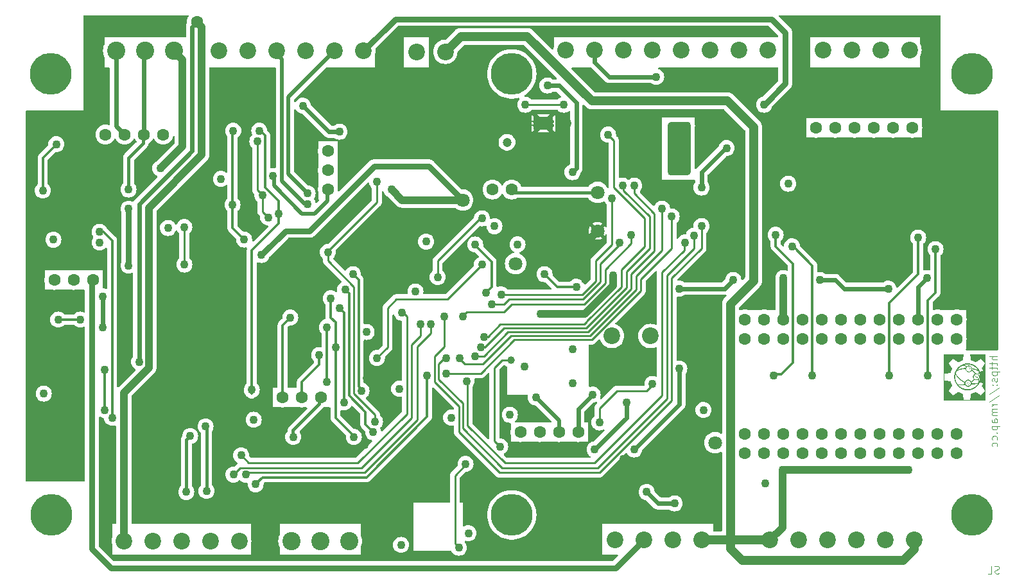
<source format=gbr>
%TF.GenerationSoftware,KiCad,Pcbnew,7.0.8*%
%TF.CreationDate,2024-06-23T22:33:46+02:00*%
%TF.ProjectId,Stima V4 Slave R1_1,5374696d-6120-4563-9420-536c61766520,rev?*%
%TF.SameCoordinates,Original*%
%TF.FileFunction,Copper,L4,Bot*%
%TF.FilePolarity,Positive*%
%FSLAX46Y46*%
G04 Gerber Fmt 4.6, Leading zero omitted, Abs format (unit mm)*
G04 Created by KiCad (PCBNEW 7.0.8) date 2024-06-23 22:33:46*
%MOMM*%
%LPD*%
G01*
G04 APERTURE LIST*
%TA.AperFunction,NonConductor*%
%ADD10C,0.000000*%
%TD*%
%ADD11C,0.100000*%
%TA.AperFunction,NonConductor*%
%ADD12C,0.100000*%
%TD*%
%TA.AperFunction,ComponentPad*%
%ADD13C,2.200000*%
%TD*%
%TA.AperFunction,ComponentPad*%
%ADD14C,0.600000*%
%TD*%
%TA.AperFunction,ComponentPad*%
%ADD15R,3.000000X4.000000*%
%TD*%
%TA.AperFunction,ComponentPad*%
%ADD16R,2.600000X1.800000*%
%TD*%
%TA.AperFunction,ComponentPad*%
%ADD17C,1.600000*%
%TD*%
%TA.AperFunction,ComponentPad*%
%ADD18C,1.200000*%
%TD*%
%TA.AperFunction,ComponentPad*%
%ADD19C,2.400000*%
%TD*%
%TA.AperFunction,ComponentPad*%
%ADD20C,1.800000*%
%TD*%
%TA.AperFunction,ComponentPad*%
%ADD21C,5.500000*%
%TD*%
%TA.AperFunction,ViaPad*%
%ADD22C,1.100000*%
%TD*%
%TA.AperFunction,ViaPad*%
%ADD23C,1.600000*%
%TD*%
%TA.AperFunction,ViaPad*%
%ADD24C,1.000000*%
%TD*%
%TA.AperFunction,Conductor*%
%ADD25C,0.500000*%
%TD*%
%TA.AperFunction,Conductor*%
%ADD26C,0.300000*%
%TD*%
%TA.AperFunction,Conductor*%
%ADD27C,0.600000*%
%TD*%
%TA.AperFunction,Conductor*%
%ADD28C,0.800000*%
%TD*%
%TA.AperFunction,Conductor*%
%ADD29C,0.400000*%
%TD*%
%TA.AperFunction,Conductor*%
%ADD30C,1.000000*%
%TD*%
%TA.AperFunction,Conductor*%
%ADD31C,1.200000*%
%TD*%
%TA.AperFunction,Conductor*%
%ADD32C,2.000000*%
%TD*%
%TA.AperFunction,Conductor*%
%ADD33C,0.280000*%
%TD*%
G04 APERTURE END LIST*
D10*
%TA.AperFunction,NonConductor*%
G36*
X208526120Y-114793690D02*
G01*
X208533220Y-114793690D01*
X208533220Y-114797240D01*
X208540310Y-114797240D01*
X208540310Y-114800780D01*
X208547410Y-114800780D01*
X208547410Y-114804330D01*
X208550960Y-114804330D01*
X208550960Y-114811430D01*
X208554510Y-114811430D01*
X208554510Y-114818530D01*
X208550960Y-114818530D01*
X208550960Y-114822070D01*
X208547410Y-114822070D01*
X208547410Y-114825620D01*
X208536760Y-114825620D01*
X208536760Y-114822070D01*
X208529670Y-114822070D01*
X208529670Y-114818530D01*
X208522570Y-114818530D01*
X208522570Y-114814980D01*
X208515480Y-114814980D01*
X208515480Y-114811430D01*
X208508380Y-114811430D01*
X208508380Y-114804330D01*
X208504830Y-114804330D01*
X208504830Y-114793690D01*
X208508380Y-114793690D01*
X208508380Y-114790140D01*
X208526120Y-114790140D01*
X208526120Y-114793690D01*
G37*
%TD.AperFunction*%
%TA.AperFunction,NonConductor*%
G36*
X209026430Y-114829170D02*
G01*
X209029980Y-114829170D01*
X209029980Y-114836270D01*
X209033530Y-114836270D01*
X209033530Y-114857560D01*
X209029980Y-114857560D01*
X209029980Y-114864650D01*
X209022880Y-114864650D01*
X209022880Y-114868200D01*
X209001590Y-114868200D01*
X209001590Y-114864650D01*
X208998050Y-114864650D01*
X208998050Y-114861110D01*
X208990950Y-114861110D01*
X208990950Y-114857560D01*
X208987400Y-114857560D01*
X208987400Y-114854010D01*
X208980300Y-114854010D01*
X208980300Y-114850460D01*
X208976760Y-114850460D01*
X208976760Y-114846910D01*
X208973210Y-114846910D01*
X208973210Y-114843360D01*
X208966110Y-114843360D01*
X208966110Y-114839820D01*
X208973210Y-114839820D01*
X208973210Y-114836270D01*
X208980300Y-114836270D01*
X208980300Y-114832720D01*
X208987400Y-114832720D01*
X208990950Y-114832720D01*
X208990950Y-114829170D01*
X208998050Y-114829170D01*
X208998050Y-114825620D01*
X209026430Y-114825620D01*
X209026430Y-114829170D01*
G37*
%TD.AperFunction*%
%TA.AperFunction,NonConductor*%
G36*
X209008690Y-114726270D02*
G01*
X209015790Y-114726270D01*
X209015790Y-114733370D01*
X209019340Y-114733370D01*
X209019340Y-114758210D01*
X209015790Y-114758210D01*
X209015790Y-114761750D01*
X209008690Y-114761750D01*
X209008690Y-114765300D01*
X208987400Y-114765300D01*
X208987400Y-114761750D01*
X208980300Y-114761750D01*
X208980300Y-114758210D01*
X208976760Y-114758210D01*
X208976760Y-114754660D01*
X208969660Y-114754660D01*
X208969660Y-114751110D01*
X208966110Y-114751110D01*
X208966110Y-114747560D01*
X208962560Y-114747560D01*
X208962560Y-114744010D01*
X208955470Y-114744010D01*
X208955470Y-114736920D01*
X208962560Y-114736920D01*
X208962560Y-114733370D01*
X208969660Y-114733370D01*
X208969660Y-114729820D01*
X208980300Y-114729820D01*
X208980300Y-114726270D01*
X208987400Y-114726270D01*
X208987400Y-114722720D01*
X209008690Y-114722720D01*
X209008690Y-114726270D01*
G37*
%TD.AperFunction*%
%TA.AperFunction,NonConductor*%
G36*
X208604180Y-114999490D02*
G01*
X208607730Y-114999490D01*
X208607730Y-115017230D01*
X208604180Y-115017230D01*
X208604180Y-115024330D01*
X208600630Y-115024330D01*
X208600630Y-115027880D01*
X208597090Y-115027880D01*
X208597090Y-115034970D01*
X208593540Y-115034970D01*
X208593540Y-115042070D01*
X208589990Y-115042070D01*
X208575800Y-115042070D01*
X208575800Y-115038520D01*
X208572250Y-115038520D01*
X208572250Y-115024330D01*
X208575800Y-115024330D01*
X208575800Y-115020780D01*
X208579340Y-115020780D01*
X208579340Y-115013680D01*
X208582890Y-115013680D01*
X208582890Y-115006590D01*
X208586440Y-115006590D01*
X208586440Y-114999490D01*
X208589990Y-114999490D01*
X208589990Y-114995940D01*
X208604180Y-114995940D01*
X208604180Y-114999490D01*
G37*
%TD.AperFunction*%
%TA.AperFunction,NonConductor*%
G36*
X208519020Y-116681390D02*
G01*
X208529670Y-116681390D01*
X208529670Y-116684940D01*
X208536760Y-116684940D01*
X208536760Y-116688490D01*
X208540310Y-116688490D01*
X208540310Y-116692030D01*
X208543860Y-116692030D01*
X208543860Y-116695580D01*
X208547410Y-116695580D01*
X208547410Y-116699130D01*
X208550960Y-116699130D01*
X208550960Y-116702680D01*
X208554510Y-116702680D01*
X208554510Y-116706230D01*
X208558050Y-116706230D01*
X208558050Y-116713320D01*
X208561600Y-116713320D01*
X208561600Y-116720420D01*
X208565150Y-116720420D01*
X208565150Y-116731070D01*
X208568700Y-116731070D01*
X208568700Y-116741710D01*
X208572250Y-116741710D01*
X208572250Y-116755910D01*
X208575800Y-116755910D01*
X208575800Y-116766550D01*
X208579340Y-116766550D01*
X208579340Y-116780740D01*
X208582890Y-116780740D01*
X208582890Y-116791390D01*
X208586440Y-116791390D01*
X208586440Y-116805580D01*
X208589990Y-116805580D01*
X208589990Y-116816230D01*
X208593540Y-116816230D01*
X208593540Y-116830420D01*
X208597090Y-116830420D01*
X208597090Y-116841060D01*
X208600630Y-116841060D01*
X208600630Y-116855260D01*
X208604180Y-116855260D01*
X208604180Y-116865900D01*
X208607730Y-116865900D01*
X208607730Y-116880100D01*
X208611280Y-116880100D01*
X208611280Y-116890740D01*
X208614830Y-116890740D01*
X208614830Y-116904930D01*
X208618380Y-116904930D01*
X208618380Y-116915580D01*
X208621930Y-116915580D01*
X208621930Y-116929770D01*
X208625470Y-116929770D01*
X208625470Y-116940420D01*
X208629020Y-116940420D01*
X208629020Y-116954610D01*
X208632570Y-116954610D01*
X208632570Y-116965250D01*
X208636120Y-116965250D01*
X208636120Y-116979450D01*
X208639670Y-116979450D01*
X208639670Y-116990090D01*
X208643220Y-116990090D01*
X208643220Y-117007840D01*
X208639670Y-117007840D01*
X208639670Y-117011380D01*
X208629020Y-117011380D01*
X208629020Y-117007840D01*
X208625470Y-117007840D01*
X208625470Y-117004290D01*
X208621930Y-117004290D01*
X208621930Y-116993640D01*
X208618380Y-116993640D01*
X208618380Y-116983000D01*
X208614830Y-116983000D01*
X208614830Y-116968800D01*
X208611280Y-116968800D01*
X208611280Y-116958160D01*
X208607730Y-116958160D01*
X208607730Y-116943960D01*
X208604180Y-116943960D01*
X208604180Y-116933320D01*
X208600630Y-116933320D01*
X208600630Y-116919130D01*
X208597090Y-116919130D01*
X208597090Y-116908480D01*
X208593540Y-116908480D01*
X208593540Y-116894290D01*
X208589990Y-116894290D01*
X208589990Y-116883640D01*
X208586440Y-116883640D01*
X208586440Y-116869450D01*
X208582890Y-116869450D01*
X208582890Y-116858810D01*
X208579340Y-116858810D01*
X208579340Y-116844610D01*
X208575800Y-116844610D01*
X208575800Y-116833970D01*
X208572250Y-116833970D01*
X208572250Y-116819770D01*
X208568700Y-116819770D01*
X208568700Y-116805580D01*
X208565150Y-116805580D01*
X208565150Y-116794930D01*
X208561600Y-116794930D01*
X208561600Y-116780740D01*
X208558050Y-116780740D01*
X208558050Y-116770100D01*
X208554510Y-116770100D01*
X208554510Y-116755910D01*
X208550960Y-116755910D01*
X208550960Y-116745260D01*
X208547410Y-116745260D01*
X208547410Y-116731070D01*
X208543860Y-116731070D01*
X208543860Y-116723970D01*
X208540310Y-116723970D01*
X208540310Y-116720420D01*
X208536760Y-116720420D01*
X208536760Y-116713320D01*
X208533220Y-116713320D01*
X208533220Y-116709780D01*
X208529670Y-116709780D01*
X208529670Y-116706230D01*
X208522570Y-116706230D01*
X208522570Y-116702680D01*
X208515480Y-116702680D01*
X208515480Y-116699130D01*
X208479990Y-116699130D01*
X208479990Y-116702680D01*
X208472900Y-116702680D01*
X208472900Y-116706230D01*
X208469350Y-116706230D01*
X208469350Y-116709780D01*
X208465800Y-116709780D01*
X208465800Y-116713320D01*
X208462250Y-116713320D01*
X208462250Y-116716870D01*
X208458700Y-116716870D01*
X208458700Y-116720420D01*
X208455150Y-116720420D01*
X208455150Y-116727520D01*
X208451610Y-116727520D01*
X208451610Y-116734610D01*
X208448060Y-116734610D01*
X208448060Y-116759450D01*
X208451610Y-116759450D01*
X208451610Y-116770100D01*
X208455150Y-116770100D01*
X208455150Y-116777200D01*
X208458700Y-116777200D01*
X208458700Y-116780740D01*
X208462250Y-116780740D01*
X208462250Y-116784290D01*
X208465800Y-116784290D01*
X208465800Y-116787840D01*
X208472900Y-116787840D01*
X208472900Y-116791390D01*
X208476440Y-116791390D01*
X208476440Y-116794930D01*
X208487090Y-116794930D01*
X208487090Y-116798480D01*
X208504830Y-116798480D01*
X208504830Y-116802030D01*
X208508380Y-116802030D01*
X208508380Y-116816230D01*
X208504830Y-116816230D01*
X208504830Y-116819770D01*
X208483540Y-116819770D01*
X208483540Y-116816230D01*
X208472900Y-116816230D01*
X208472900Y-116812680D01*
X208465800Y-116812680D01*
X208465800Y-116809130D01*
X208458700Y-116809130D01*
X208458700Y-116805580D01*
X208455150Y-116805580D01*
X208455150Y-116802030D01*
X208448060Y-116802030D01*
X208448060Y-116798480D01*
X208444510Y-116798480D01*
X208444510Y-116791390D01*
X208440960Y-116791390D01*
X208440960Y-116787840D01*
X208437410Y-116787840D01*
X208437410Y-116780740D01*
X208433860Y-116780740D01*
X208433860Y-116773650D01*
X208430320Y-116773650D01*
X208430320Y-116763000D01*
X208426770Y-116763000D01*
X208426770Y-116731070D01*
X208430320Y-116731070D01*
X208430320Y-116720420D01*
X208433860Y-116720420D01*
X208433860Y-116713320D01*
X208437410Y-116713320D01*
X208437410Y-116706230D01*
X208440960Y-116706230D01*
X208440960Y-116702680D01*
X208444510Y-116702680D01*
X208444510Y-116699130D01*
X208448060Y-116699130D01*
X208448060Y-116695580D01*
X208451610Y-116695580D01*
X208451610Y-116692030D01*
X208455150Y-116692030D01*
X208455150Y-116688490D01*
X208462250Y-116688490D01*
X208462250Y-116684940D01*
X208469350Y-116684940D01*
X208469350Y-116681390D01*
X208476440Y-116681390D01*
X208476440Y-116677840D01*
X208519020Y-116677840D01*
X208519020Y-116681390D01*
G37*
%TD.AperFunction*%
%TA.AperFunction,NonConductor*%
G36*
X208664510Y-114807880D02*
G01*
X208657410Y-114807880D01*
X208657410Y-114811430D01*
X208643220Y-114811430D01*
X208643220Y-114814980D01*
X208632570Y-114814980D01*
X208632570Y-114818530D01*
X208629020Y-114818530D01*
X208629020Y-114822070D01*
X208621930Y-114822070D01*
X208621930Y-114825620D01*
X208618380Y-114825620D01*
X208618380Y-114829170D01*
X208614830Y-114829170D01*
X208614830Y-114832720D01*
X208611280Y-114832720D01*
X208611280Y-114836270D01*
X208607730Y-114836270D01*
X208607730Y-114843360D01*
X208604180Y-114843360D01*
X208604180Y-114846910D01*
X208600630Y-114846910D01*
X208600630Y-114854010D01*
X208597090Y-114854010D01*
X208597090Y-114864650D01*
X208593540Y-114864650D01*
X208593540Y-114903690D01*
X208597090Y-114903690D01*
X208597090Y-114910780D01*
X208600630Y-114910780D01*
X208600630Y-114917880D01*
X208604180Y-114917880D01*
X208604180Y-114924980D01*
X208607730Y-114924980D01*
X208607730Y-114928530D01*
X208611280Y-114928530D01*
X208611280Y-114932070D01*
X208614830Y-114932070D01*
X208614830Y-114935620D01*
X208618380Y-114935620D01*
X208618380Y-114939170D01*
X208621930Y-114939170D01*
X208621930Y-114942720D01*
X208625470Y-114942720D01*
X208625470Y-114946260D01*
X208632570Y-114946260D01*
X208632570Y-114949810D01*
X208639670Y-114949810D01*
X208639670Y-114953360D01*
X208653860Y-114953360D01*
X208653860Y-114956910D01*
X208682250Y-114956910D01*
X208682250Y-114953360D01*
X208689340Y-114953360D01*
X208689340Y-114956910D01*
X208692890Y-114956910D01*
X208692890Y-114960460D01*
X208696440Y-114960460D01*
X208696440Y-114964010D01*
X208703540Y-114964010D01*
X208703540Y-114967550D01*
X208707080Y-114967550D01*
X208707080Y-114971100D01*
X208699990Y-114971100D01*
X208699990Y-114974650D01*
X208689340Y-114974650D01*
X208689340Y-114978200D01*
X208643220Y-114978200D01*
X208643220Y-114974650D01*
X208632570Y-114974650D01*
X208632570Y-114971100D01*
X208621930Y-114971100D01*
X208621930Y-114967550D01*
X208614830Y-114967550D01*
X208614830Y-114964010D01*
X208611280Y-114964010D01*
X208611280Y-114960460D01*
X208607730Y-114960460D01*
X208607730Y-114956910D01*
X208600630Y-114956910D01*
X208600630Y-114953360D01*
X208597090Y-114953360D01*
X208597090Y-114949810D01*
X208593540Y-114949810D01*
X208593540Y-114946260D01*
X208589990Y-114946260D01*
X208589990Y-114939170D01*
X208586440Y-114939170D01*
X208586440Y-114935620D01*
X208582890Y-114935620D01*
X208582890Y-114928530D01*
X208579340Y-114928530D01*
X208579340Y-114921430D01*
X208575800Y-114921430D01*
X208575800Y-114910780D01*
X208572250Y-114910780D01*
X208572250Y-114893040D01*
X208568700Y-114893040D01*
X208568700Y-114868200D01*
X208572250Y-114868200D01*
X208572250Y-114854010D01*
X208575800Y-114854010D01*
X208575800Y-114843360D01*
X208579340Y-114843360D01*
X208579340Y-114836270D01*
X208582890Y-114836270D01*
X208582890Y-114829170D01*
X208586440Y-114829170D01*
X208586440Y-114825620D01*
X208589990Y-114825620D01*
X208589990Y-114822070D01*
X208593540Y-114822070D01*
X208593540Y-114814980D01*
X208600630Y-114814980D01*
X208600630Y-114811430D01*
X208604180Y-114811430D01*
X208604180Y-114807880D01*
X208607730Y-114807880D01*
X208607730Y-114804330D01*
X208611280Y-114804330D01*
X208611280Y-114800780D01*
X208618380Y-114800780D01*
X208618380Y-114797240D01*
X208625470Y-114797240D01*
X208625470Y-114793690D01*
X208632570Y-114793690D01*
X208632570Y-114790140D01*
X208646760Y-114790140D01*
X208646760Y-114786590D01*
X208653860Y-114786590D01*
X208657410Y-114786590D01*
X208664510Y-114786590D01*
X208664510Y-114807880D01*
G37*
%TD.AperFunction*%
%TA.AperFunction,NonConductor*%
G36*
X208714180Y-115013680D02*
G01*
X208717730Y-115013680D01*
X208717730Y-115024330D01*
X208721280Y-115024330D01*
X208721280Y-115038520D01*
X208724830Y-115038520D01*
X208724830Y-115052720D01*
X208721280Y-115052720D01*
X208721280Y-115056260D01*
X208714180Y-115056260D01*
X208714180Y-115059810D01*
X208710630Y-115059810D01*
X208710630Y-115056260D01*
X208703540Y-115056260D01*
X208703540Y-115045620D01*
X208699990Y-115045620D01*
X208699990Y-115034970D01*
X208696440Y-115034970D01*
X208696440Y-115010140D01*
X208703540Y-115010140D01*
X208707080Y-115010140D01*
X208714180Y-115010140D01*
X208714180Y-115013680D01*
G37*
%TD.AperFunction*%
%TA.AperFunction,NonConductor*%
G36*
X208572250Y-116443650D02*
G01*
X208582890Y-116443650D01*
X208582890Y-116447200D01*
X208589990Y-116447200D01*
X208589990Y-116450750D01*
X208597090Y-116450750D01*
X208597090Y-116454300D01*
X208600630Y-116454300D01*
X208600630Y-116457850D01*
X208607730Y-116457850D01*
X208607730Y-116461390D01*
X208611280Y-116461390D01*
X208611280Y-116468490D01*
X208614830Y-116468490D01*
X208614830Y-116472040D01*
X208618380Y-116472040D01*
X208618380Y-116475590D01*
X208621930Y-116475590D01*
X208621930Y-116486230D01*
X208625470Y-116486230D01*
X208625470Y-116496880D01*
X208629020Y-116496880D01*
X208629020Y-116507520D01*
X208632570Y-116507520D01*
X208632570Y-116521720D01*
X208636120Y-116521720D01*
X208636120Y-116532360D01*
X208639670Y-116532360D01*
X208639670Y-116546550D01*
X208643220Y-116546550D01*
X208643220Y-116557200D01*
X208646760Y-116557200D01*
X208646760Y-116571390D01*
X208650310Y-116571390D01*
X208650310Y-116582040D01*
X208653860Y-116582040D01*
X208653860Y-116596230D01*
X208657410Y-116596230D01*
X208657410Y-116606880D01*
X208660960Y-116606880D01*
X208660960Y-116621070D01*
X208664510Y-116621070D01*
X208664510Y-116631710D01*
X208668050Y-116631710D01*
X208668050Y-116645910D01*
X208671600Y-116645910D01*
X208671600Y-116656550D01*
X208675150Y-116656550D01*
X208675150Y-116670740D01*
X208678700Y-116670740D01*
X208678700Y-116681390D01*
X208682250Y-116681390D01*
X208682250Y-116695580D01*
X208685790Y-116695580D01*
X208685790Y-116706230D01*
X208689340Y-116706230D01*
X208689340Y-116720420D01*
X208692890Y-116720420D01*
X208692890Y-116734610D01*
X208696440Y-116734610D01*
X208696440Y-116745260D01*
X208699990Y-116745260D01*
X208699990Y-116759450D01*
X208703540Y-116759450D01*
X208703540Y-116770100D01*
X208707080Y-116770100D01*
X208707080Y-116784290D01*
X208710630Y-116784290D01*
X208710630Y-116794930D01*
X208714180Y-116794930D01*
X208714180Y-116809130D01*
X208717730Y-116809130D01*
X208717730Y-116819770D01*
X208721280Y-116819770D01*
X208721280Y-116833970D01*
X208724830Y-116833970D01*
X208724830Y-116844610D01*
X208728370Y-116844610D01*
X208728370Y-116858810D01*
X208731920Y-116858810D01*
X208731920Y-116869450D01*
X208735470Y-116869450D01*
X208735470Y-116883640D01*
X208739020Y-116883640D01*
X208739020Y-116894290D01*
X208742570Y-116894290D01*
X208742570Y-116908480D01*
X208746120Y-116908480D01*
X208746120Y-116919130D01*
X208749660Y-116919130D01*
X208749660Y-116933320D01*
X208753210Y-116933320D01*
X208753210Y-116943960D01*
X208756760Y-116943960D01*
X208756760Y-116958160D01*
X208760310Y-116958160D01*
X208760310Y-116972350D01*
X208756760Y-116972350D01*
X208756760Y-116975900D01*
X208742570Y-116975900D01*
X208742570Y-116972350D01*
X208739020Y-116972350D01*
X208739020Y-116961710D01*
X208735470Y-116961710D01*
X208735470Y-116947510D01*
X208731920Y-116947510D01*
X208731920Y-116936870D01*
X208728370Y-116936870D01*
X208728370Y-116922670D01*
X208724830Y-116922670D01*
X208724830Y-116912030D01*
X208721280Y-116912030D01*
X208721280Y-116897840D01*
X208717730Y-116897840D01*
X208717730Y-116887190D01*
X208714180Y-116887190D01*
X208714180Y-116873000D01*
X208710630Y-116873000D01*
X208710630Y-116869450D01*
X208710630Y-116865900D01*
X208710630Y-116862350D01*
X208707080Y-116862350D01*
X208707080Y-116848160D01*
X208703540Y-116848160D01*
X208703540Y-116837520D01*
X208699990Y-116837520D01*
X208699990Y-116823320D01*
X208696440Y-116823320D01*
X208696440Y-116812680D01*
X208692890Y-116812680D01*
X208692890Y-116798480D01*
X208689340Y-116798480D01*
X208689340Y-116784290D01*
X208685790Y-116784290D01*
X208685790Y-116773650D01*
X208682250Y-116773650D01*
X208682250Y-116759450D01*
X208678700Y-116759450D01*
X208678700Y-116748810D01*
X208675150Y-116748810D01*
X208675150Y-116734610D01*
X208671600Y-116734610D01*
X208671600Y-116723970D01*
X208668050Y-116723970D01*
X208668050Y-116709780D01*
X208664510Y-116709780D01*
X208664510Y-116699130D01*
X208660960Y-116699130D01*
X208660960Y-116684940D01*
X208657410Y-116684940D01*
X208657410Y-116674290D01*
X208653860Y-116674290D01*
X208653860Y-116660100D01*
X208650310Y-116660100D01*
X208650310Y-116649460D01*
X208646760Y-116649460D01*
X208646760Y-116635260D01*
X208643220Y-116635260D01*
X208643220Y-116624620D01*
X208639670Y-116624620D01*
X208639670Y-116610420D01*
X208636120Y-116610420D01*
X208636120Y-116599780D01*
X208632570Y-116599780D01*
X208632570Y-116585590D01*
X208629020Y-116585590D01*
X208629020Y-116574940D01*
X208625470Y-116574940D01*
X208625470Y-116560750D01*
X208621930Y-116560750D01*
X208621930Y-116546550D01*
X208618380Y-116546550D01*
X208618380Y-116535910D01*
X208614830Y-116535910D01*
X208614830Y-116521720D01*
X208611280Y-116521720D01*
X208611280Y-116511070D01*
X208607730Y-116511070D01*
X208607730Y-116496880D01*
X208604180Y-116496880D01*
X208604180Y-116489780D01*
X208600630Y-116489780D01*
X208600630Y-116482680D01*
X208597090Y-116482680D01*
X208597090Y-116479140D01*
X208593540Y-116479140D01*
X208593540Y-116475590D01*
X208589990Y-116475590D01*
X208589990Y-116472040D01*
X208586440Y-116472040D01*
X208586440Y-116468490D01*
X208579340Y-116468490D01*
X208579340Y-116464940D01*
X208568700Y-116464940D01*
X208568700Y-116461390D01*
X208547410Y-116461390D01*
X208547410Y-116464940D01*
X208536760Y-116464940D01*
X208536760Y-116468490D01*
X208529670Y-116468490D01*
X208529670Y-116472040D01*
X208526120Y-116472040D01*
X208526120Y-116475590D01*
X208522570Y-116475590D01*
X208522570Y-116479140D01*
X208519020Y-116479140D01*
X208519020Y-116482680D01*
X208515480Y-116482680D01*
X208515480Y-116489780D01*
X208511930Y-116489780D01*
X208511930Y-116496880D01*
X208508380Y-116496880D01*
X208508380Y-116525260D01*
X208511930Y-116525260D01*
X208511930Y-116535910D01*
X208515480Y-116535910D01*
X208515480Y-116539460D01*
X208519020Y-116539460D01*
X208519020Y-116546550D01*
X208522570Y-116546550D01*
X208522570Y-116550100D01*
X208529670Y-116550100D01*
X208529670Y-116553650D01*
X208533220Y-116553650D01*
X208533220Y-116557200D01*
X208540310Y-116557200D01*
X208540310Y-116560750D01*
X208561600Y-116560750D01*
X208561600Y-116564300D01*
X208568700Y-116564300D01*
X208568700Y-116578490D01*
X208565150Y-116578490D01*
X208565150Y-116582040D01*
X208536760Y-116582040D01*
X208536760Y-116578490D01*
X208526120Y-116578490D01*
X208526120Y-116574940D01*
X208519020Y-116574940D01*
X208519020Y-116571390D01*
X208515480Y-116571390D01*
X208515480Y-116567840D01*
X208511930Y-116567840D01*
X208511930Y-116564300D01*
X208508380Y-116564300D01*
X208508380Y-116560750D01*
X208504830Y-116560750D01*
X208504830Y-116557200D01*
X208501280Y-116557200D01*
X208501280Y-116553650D01*
X208497730Y-116553650D01*
X208497730Y-116546550D01*
X208494190Y-116546550D01*
X208494190Y-116539460D01*
X208490640Y-116539460D01*
X208490640Y-116528810D01*
X208487090Y-116528810D01*
X208487090Y-116493330D01*
X208490640Y-116493330D01*
X208490640Y-116482680D01*
X208494190Y-116482680D01*
X208494190Y-116475590D01*
X208497730Y-116475590D01*
X208497730Y-116472040D01*
X208501280Y-116472040D01*
X208501280Y-116464940D01*
X208504830Y-116464940D01*
X208504830Y-116461390D01*
X208508380Y-116461390D01*
X208508380Y-116457850D01*
X208511930Y-116457850D01*
X208511930Y-116454300D01*
X208519020Y-116454300D01*
X208519020Y-116450750D01*
X208526120Y-116450750D01*
X208526120Y-116447200D01*
X208533220Y-116447200D01*
X208533220Y-116443650D01*
X208543860Y-116443650D01*
X208543860Y-116440100D01*
X208572250Y-116440100D01*
X208572250Y-116443650D01*
G37*
%TD.AperFunction*%
%TA.AperFunction,NonConductor*%
G36*
X208888050Y-114609180D02*
G01*
X208898690Y-114609180D01*
X208898690Y-114612720D01*
X208905790Y-114612720D01*
X208905790Y-114616270D01*
X208909340Y-114616270D01*
X208909340Y-114619820D01*
X208916440Y-114619820D01*
X208916440Y-114623370D01*
X208919980Y-114623370D01*
X208919980Y-114626920D01*
X208923530Y-114626920D01*
X208923530Y-114630470D01*
X208927080Y-114630470D01*
X208927080Y-114634010D01*
X208930630Y-114634010D01*
X208930630Y-114637560D01*
X208934170Y-114637560D01*
X208934170Y-114644660D01*
X208937720Y-114644660D01*
X208937720Y-114648210D01*
X208941270Y-114648210D01*
X208941270Y-114658850D01*
X208944820Y-114658850D01*
X208944820Y-114669500D01*
X208948370Y-114669500D01*
X208948370Y-114712080D01*
X208944820Y-114712080D01*
X208944820Y-114722720D01*
X208941270Y-114722720D01*
X208941270Y-114729820D01*
X208937720Y-114729820D01*
X208937720Y-114736920D01*
X208934170Y-114736920D01*
X208934170Y-114740460D01*
X208930630Y-114740460D01*
X208930630Y-114747560D01*
X208927080Y-114747560D01*
X208927080Y-114751110D01*
X208923530Y-114751110D01*
X208923530Y-114754660D01*
X208919980Y-114754660D01*
X208919980Y-114807880D01*
X208916440Y-114807880D01*
X208916440Y-114822070D01*
X208912890Y-114822070D01*
X208912890Y-114832720D01*
X208909340Y-114832720D01*
X208909340Y-114839820D01*
X208905790Y-114839820D01*
X208905790Y-114846910D01*
X208902240Y-114846910D01*
X208902240Y-114850460D01*
X208898690Y-114850460D01*
X208898690Y-114857560D01*
X208895150Y-114857560D01*
X208895150Y-114861110D01*
X208891600Y-114861110D01*
X208891600Y-114864650D01*
X208888050Y-114864650D01*
X208888050Y-114868200D01*
X208884500Y-114868200D01*
X208884500Y-114871750D01*
X208880950Y-114871750D01*
X208880950Y-114875300D01*
X208877400Y-114875300D01*
X208877400Y-114878850D01*
X208873860Y-114878850D01*
X208873860Y-114882400D01*
X208866760Y-114882400D01*
X208866760Y-114885940D01*
X208863210Y-114885940D01*
X208863210Y-114889490D01*
X208856110Y-114889490D01*
X208856110Y-114893040D01*
X208845470Y-114893040D01*
X208845470Y-114896590D01*
X208841920Y-114896590D01*
X208841920Y-114900140D01*
X208838370Y-114900140D01*
X208838370Y-114910780D01*
X208834820Y-114910780D01*
X208834820Y-114921430D01*
X208831270Y-114921430D01*
X208831270Y-114928530D01*
X208827730Y-114928530D01*
X208827730Y-114935620D01*
X208824180Y-114935620D01*
X208824180Y-114939170D01*
X208820630Y-114939170D01*
X208820630Y-114942720D01*
X208817080Y-114942720D01*
X208817080Y-114946260D01*
X208813530Y-114946260D01*
X208813530Y-114949810D01*
X208809980Y-114949810D01*
X208809980Y-114953360D01*
X208806440Y-114953360D01*
X208806440Y-114956910D01*
X208802890Y-114956910D01*
X208802890Y-114960460D01*
X208795790Y-114960460D01*
X208795790Y-114964010D01*
X208788700Y-114964010D01*
X208788700Y-114967550D01*
X208778050Y-114967550D01*
X208778050Y-114971100D01*
X208728370Y-114971100D01*
X208728370Y-114967550D01*
X208721280Y-114967550D01*
X208721280Y-114964010D01*
X208714180Y-114964010D01*
X208714180Y-114960460D01*
X208707080Y-114960460D01*
X208707080Y-114956910D01*
X208703540Y-114956910D01*
X208703540Y-114953360D01*
X208696440Y-114953360D01*
X208696440Y-114949810D01*
X208692890Y-114949810D01*
X208692890Y-114946260D01*
X208689340Y-114946260D01*
X208689340Y-114942720D01*
X208685790Y-114942720D01*
X208685790Y-114935620D01*
X208682250Y-114935620D01*
X208682250Y-114928530D01*
X208678700Y-114928530D01*
X208678700Y-114921430D01*
X208675150Y-114921430D01*
X208675150Y-114914330D01*
X208671600Y-114914330D01*
X208671600Y-114903690D01*
X208689340Y-114903690D01*
X208692890Y-114903690D01*
X208692890Y-114914330D01*
X208696440Y-114914330D01*
X208696440Y-114921430D01*
X208699990Y-114921430D01*
X208699990Y-114924980D01*
X208703540Y-114924980D01*
X208703540Y-114928520D01*
X208707080Y-114928520D01*
X208707080Y-114932070D01*
X208710630Y-114932070D01*
X208710630Y-114935620D01*
X208714180Y-114935620D01*
X208714180Y-114939170D01*
X208717730Y-114939170D01*
X208717730Y-114942720D01*
X208721280Y-114942720D01*
X208721280Y-114946270D01*
X208728370Y-114946270D01*
X208728370Y-114949810D01*
X208742570Y-114949810D01*
X208742570Y-114953360D01*
X208767410Y-114953360D01*
X208767410Y-114949810D01*
X208778050Y-114949810D01*
X208778050Y-114946270D01*
X208785150Y-114946270D01*
X208785150Y-114942720D01*
X208792240Y-114942720D01*
X208792240Y-114939170D01*
X208795790Y-114939170D01*
X208795790Y-114935620D01*
X208799340Y-114935620D01*
X208799340Y-114932070D01*
X208802890Y-114932070D01*
X208802890Y-114928520D01*
X208806440Y-114928520D01*
X208806440Y-114924980D01*
X208809990Y-114924980D01*
X208809990Y-114917880D01*
X208813530Y-114917880D01*
X208813530Y-114910780D01*
X208817080Y-114910780D01*
X208817080Y-114900140D01*
X208820630Y-114900140D01*
X208820630Y-114882400D01*
X208827730Y-114882400D01*
X208827730Y-114878850D01*
X208838370Y-114878850D01*
X208838370Y-114875300D01*
X208845470Y-114875300D01*
X208845470Y-114871750D01*
X208852560Y-114871750D01*
X208852560Y-114868200D01*
X208856110Y-114868200D01*
X208856110Y-114864650D01*
X208863210Y-114864650D01*
X208863210Y-114861110D01*
X208866760Y-114861110D01*
X208866760Y-114857560D01*
X208870310Y-114857560D01*
X208870310Y-114854010D01*
X208873850Y-114854010D01*
X208873850Y-114850460D01*
X208877400Y-114850460D01*
X208877400Y-114846910D01*
X208880950Y-114846910D01*
X208880950Y-114839820D01*
X208884500Y-114839820D01*
X208884500Y-114836270D01*
X208888050Y-114836270D01*
X208888050Y-114829170D01*
X208891600Y-114829170D01*
X208891600Y-114822070D01*
X208895140Y-114822070D01*
X208895140Y-114811430D01*
X208898690Y-114811430D01*
X208898690Y-114793690D01*
X208902240Y-114793690D01*
X208902240Y-114772400D01*
X208898690Y-114772400D01*
X208898690Y-114754660D01*
X208895140Y-114754660D01*
X208895140Y-114744010D01*
X208902240Y-114744010D01*
X208902240Y-114740460D01*
X208905790Y-114740460D01*
X208905790Y-114736910D01*
X208909340Y-114736910D01*
X208909340Y-114733370D01*
X208912890Y-114733370D01*
X208912890Y-114729820D01*
X208916430Y-114729820D01*
X208916430Y-114726270D01*
X208919980Y-114726270D01*
X208919980Y-114719170D01*
X208923530Y-114719170D01*
X208923530Y-114712080D01*
X208927080Y-114712080D01*
X208927080Y-114701430D01*
X208930630Y-114701430D01*
X208930630Y-114680140D01*
X208927080Y-114680140D01*
X208927080Y-114665950D01*
X208923530Y-114665950D01*
X208923530Y-114658850D01*
X208919980Y-114658850D01*
X208919980Y-114651760D01*
X208916430Y-114651760D01*
X208916430Y-114648210D01*
X208912890Y-114648210D01*
X208912890Y-114644660D01*
X208909340Y-114644660D01*
X208909340Y-114641110D01*
X208905790Y-114641110D01*
X208905790Y-114637560D01*
X208902240Y-114637560D01*
X208902240Y-114634010D01*
X208895140Y-114634010D01*
X208895140Y-114630470D01*
X208888050Y-114630470D01*
X208888050Y-114626920D01*
X208873850Y-114626920D01*
X208873850Y-114623370D01*
X208852560Y-114623370D01*
X208852560Y-114626920D01*
X208841920Y-114626920D01*
X208841920Y-114630470D01*
X208834820Y-114630470D01*
X208834820Y-114634010D01*
X208827730Y-114634010D01*
X208827730Y-114637560D01*
X208824180Y-114637560D01*
X208824180Y-114641110D01*
X208820630Y-114641110D01*
X208820630Y-114644660D01*
X208817080Y-114644660D01*
X208817080Y-114648210D01*
X208813530Y-114648210D01*
X208813530Y-114651760D01*
X208809990Y-114651760D01*
X208809990Y-114655300D01*
X208806440Y-114655300D01*
X208806440Y-114662400D01*
X208802890Y-114662400D01*
X208802890Y-114673050D01*
X208799340Y-114673050D01*
X208799340Y-114680140D01*
X208778050Y-114680140D01*
X208778050Y-114683690D01*
X208763860Y-114683690D01*
X208763860Y-114687240D01*
X208756760Y-114687240D01*
X208756760Y-114690790D01*
X208749660Y-114690790D01*
X208749660Y-114694340D01*
X208742570Y-114694340D01*
X208742570Y-114697880D01*
X208739020Y-114697880D01*
X208739020Y-114701430D01*
X208731920Y-114701430D01*
X208731920Y-114704980D01*
X208728370Y-114704980D01*
X208728370Y-114708530D01*
X208724830Y-114708530D01*
X208724830Y-114712080D01*
X208721280Y-114712080D01*
X208721280Y-114715630D01*
X208717730Y-114715630D01*
X208717730Y-114719170D01*
X208714180Y-114719170D01*
X208714180Y-114726270D01*
X208710630Y-114726270D01*
X208710630Y-114729820D01*
X208707080Y-114729820D01*
X208707080Y-114736910D01*
X208703540Y-114736910D01*
X208703540Y-114747560D01*
X208699990Y-114747560D01*
X208699990Y-114758200D01*
X208696440Y-114758200D01*
X208696440Y-114804330D01*
X208699990Y-114804330D01*
X208699990Y-114818530D01*
X208703540Y-114818530D01*
X208703540Y-114825620D01*
X208707080Y-114825620D01*
X208707080Y-114832720D01*
X208710630Y-114832720D01*
X208710630Y-114843360D01*
X208707080Y-114843360D01*
X208707080Y-114846910D01*
X208703540Y-114846910D01*
X208703540Y-114850460D01*
X208699990Y-114850460D01*
X208699990Y-114854010D01*
X208696440Y-114854010D01*
X208696440Y-114861110D01*
X208692890Y-114861110D01*
X208692890Y-114871750D01*
X208689340Y-114871750D01*
X208689340Y-114903690D01*
X208671600Y-114903690D01*
X208671600Y-114896590D01*
X208668050Y-114896590D01*
X208668050Y-114878850D01*
X208671600Y-114878850D01*
X208671600Y-114861110D01*
X208675150Y-114861110D01*
X208675150Y-114854010D01*
X208678700Y-114854010D01*
X208678700Y-114843360D01*
X208682250Y-114843360D01*
X208682250Y-114839820D01*
X208685790Y-114839820D01*
X208685790Y-114825620D01*
X208682250Y-114825620D01*
X208682250Y-114814980D01*
X208678700Y-114814980D01*
X208678700Y-114800780D01*
X208675150Y-114800780D01*
X208675150Y-114761750D01*
X208678700Y-114761750D01*
X208678700Y-114747560D01*
X208682250Y-114747560D01*
X208682250Y-114736920D01*
X208685790Y-114736920D01*
X208685790Y-114729820D01*
X208689340Y-114729820D01*
X208689340Y-114722720D01*
X208692890Y-114722720D01*
X208692890Y-114715620D01*
X208696440Y-114715620D01*
X208696440Y-114712080D01*
X208699990Y-114712080D01*
X208699990Y-114704980D01*
X208703540Y-114704980D01*
X208703540Y-114701430D01*
X208707080Y-114701430D01*
X208707080Y-114697880D01*
X208710630Y-114697880D01*
X208710630Y-114694330D01*
X208714180Y-114694330D01*
X208714180Y-114690790D01*
X208717730Y-114690790D01*
X208717730Y-114687240D01*
X208721280Y-114687240D01*
X208721280Y-114683690D01*
X208728370Y-114683690D01*
X208728370Y-114680140D01*
X208731920Y-114680140D01*
X208731920Y-114676590D01*
X208739020Y-114676590D01*
X208739020Y-114673040D01*
X208746120Y-114673040D01*
X208746120Y-114669500D01*
X208753210Y-114669500D01*
X208753210Y-114665950D01*
X208763860Y-114665950D01*
X208763860Y-114662400D01*
X208781600Y-114662400D01*
X208781600Y-114658850D01*
X208785150Y-114658850D01*
X208785150Y-114651760D01*
X208788700Y-114651760D01*
X208788700Y-114644660D01*
X208792240Y-114644660D01*
X208792240Y-114641110D01*
X208795790Y-114641110D01*
X208795790Y-114637560D01*
X208799340Y-114637560D01*
X208799340Y-114630470D01*
X208802890Y-114630470D01*
X208802890Y-114626920D01*
X208806440Y-114626920D01*
X208806440Y-114623370D01*
X208813530Y-114623370D01*
X208813530Y-114619820D01*
X208817080Y-114619820D01*
X208817080Y-114616270D01*
X208824180Y-114616270D01*
X208824180Y-114612720D01*
X208831270Y-114612720D01*
X208831270Y-114609180D01*
X208841920Y-114609180D01*
X208841920Y-114605630D01*
X208888050Y-114605630D01*
X208888050Y-114609180D01*
G37*
%TD.AperFunction*%
%TA.AperFunction,NonConductor*%
G36*
X208827730Y-116464940D02*
G01*
X208838370Y-116464940D01*
X208838370Y-116468490D01*
X208845470Y-116468490D01*
X208845470Y-116472040D01*
X208852560Y-116472040D01*
X208852560Y-116475590D01*
X208856110Y-116475590D01*
X208856110Y-116479140D01*
X208859660Y-116479140D01*
X208859660Y-116482680D01*
X208863210Y-116482680D01*
X208863210Y-116486230D01*
X208866760Y-116486230D01*
X208866760Y-116493330D01*
X208870310Y-116493330D01*
X208870310Y-116496880D01*
X208873860Y-116496880D01*
X208873860Y-116503980D01*
X208877400Y-116503980D01*
X208877400Y-116514620D01*
X208880950Y-116514620D01*
X208880950Y-116550100D01*
X208877400Y-116550100D01*
X208877400Y-116560750D01*
X208873860Y-116560750D01*
X208873860Y-116567840D01*
X208870310Y-116567840D01*
X208870310Y-116574940D01*
X208866760Y-116574940D01*
X208866760Y-116578490D01*
X208863210Y-116578490D01*
X208863210Y-116582040D01*
X208859660Y-116582040D01*
X208859660Y-116585590D01*
X208856110Y-116585590D01*
X208856110Y-116589130D01*
X208852560Y-116589130D01*
X208852560Y-116592680D01*
X208845470Y-116592680D01*
X208845470Y-116596230D01*
X208834820Y-116596230D01*
X208834820Y-116592680D01*
X208831270Y-116592680D01*
X208831270Y-116578490D01*
X208834820Y-116578490D01*
X208834820Y-116574940D01*
X208838370Y-116574940D01*
X208838370Y-116571390D01*
X208845470Y-116571390D01*
X208845470Y-116564300D01*
X208849020Y-116564300D01*
X208849020Y-116560750D01*
X208852560Y-116560750D01*
X208852560Y-116553650D01*
X208856110Y-116553650D01*
X208856110Y-116546550D01*
X208859660Y-116546550D01*
X208859660Y-116518170D01*
X208856110Y-116518170D01*
X208856110Y-116511070D01*
X208852560Y-116511070D01*
X208852560Y-116503980D01*
X208849020Y-116503980D01*
X208849020Y-116500430D01*
X208845470Y-116500430D01*
X208845470Y-116496880D01*
X208841920Y-116496880D01*
X208841920Y-116493330D01*
X208838370Y-116493330D01*
X208838370Y-116489780D01*
X208831270Y-116489780D01*
X208831270Y-116486230D01*
X208824180Y-116486230D01*
X208824180Y-116482680D01*
X208799340Y-116482680D01*
X208799340Y-116486230D01*
X208788700Y-116486230D01*
X208788700Y-116489780D01*
X208781600Y-116489780D01*
X208781600Y-116493330D01*
X208778050Y-116493330D01*
X208778050Y-116496880D01*
X208774500Y-116496880D01*
X208774500Y-116500430D01*
X208770950Y-116500430D01*
X208770950Y-116503980D01*
X208767410Y-116503980D01*
X208767410Y-116511070D01*
X208763860Y-116511070D01*
X208763860Y-116518170D01*
X208760310Y-116518170D01*
X208760310Y-116546550D01*
X208763860Y-116546550D01*
X208763860Y-116557200D01*
X208767410Y-116557200D01*
X208767410Y-116571390D01*
X208770950Y-116571390D01*
X208770950Y-116582040D01*
X208774500Y-116582040D01*
X208774500Y-116596230D01*
X208778050Y-116596230D01*
X208778050Y-116610420D01*
X208781600Y-116610420D01*
X208781600Y-116621070D01*
X208785150Y-116621070D01*
X208785150Y-116635260D01*
X208788700Y-116635260D01*
X208788700Y-116645910D01*
X208792240Y-116645910D01*
X208792240Y-116660100D01*
X208795790Y-116660100D01*
X208795790Y-116670740D01*
X208799340Y-116670740D01*
X208799340Y-116684940D01*
X208802890Y-116684940D01*
X208802890Y-116695580D01*
X208806440Y-116695580D01*
X208806440Y-116709780D01*
X208809980Y-116709780D01*
X208809980Y-116720420D01*
X208813530Y-116720420D01*
X208813530Y-116734610D01*
X208817080Y-116734610D01*
X208817080Y-116745260D01*
X208820630Y-116745260D01*
X208820630Y-116759450D01*
X208824180Y-116759450D01*
X208824180Y-116770100D01*
X208827730Y-116770100D01*
X208827730Y-116784290D01*
X208831270Y-116784290D01*
X208831270Y-116794930D01*
X208834820Y-116794930D01*
X208834820Y-116809130D01*
X208838370Y-116809130D01*
X208838370Y-116819770D01*
X208841920Y-116819770D01*
X208841920Y-116833970D01*
X208845470Y-116833970D01*
X208845470Y-116848160D01*
X208849020Y-116848160D01*
X208849020Y-116858810D01*
X208852560Y-116858810D01*
X208852560Y-116873000D01*
X208856110Y-116873000D01*
X208856110Y-116883640D01*
X208859660Y-116883640D01*
X208859660Y-116897840D01*
X208863210Y-116897840D01*
X208863210Y-116908480D01*
X208866760Y-116908480D01*
X208866760Y-116922670D01*
X208870310Y-116922670D01*
X208870310Y-116943960D01*
X208852560Y-116943960D01*
X208852560Y-116936870D01*
X208849020Y-116936870D01*
X208849020Y-116926220D01*
X208845470Y-116926220D01*
X208845470Y-116912030D01*
X208841920Y-116912030D01*
X208841920Y-116897840D01*
X208838370Y-116897840D01*
X208838370Y-116887190D01*
X208834820Y-116887190D01*
X208834820Y-116873000D01*
X208831270Y-116873000D01*
X208831270Y-116862350D01*
X208827730Y-116862350D01*
X208827730Y-116848160D01*
X208824180Y-116848160D01*
X208824180Y-116837520D01*
X208820630Y-116837520D01*
X208820630Y-116823320D01*
X208817080Y-116823320D01*
X208817080Y-116812680D01*
X208813530Y-116812680D01*
X208813530Y-116798480D01*
X208809980Y-116798480D01*
X208809980Y-116787840D01*
X208806440Y-116787840D01*
X208806440Y-116773650D01*
X208802890Y-116773650D01*
X208802890Y-116763000D01*
X208799340Y-116763000D01*
X208799340Y-116748810D01*
X208795790Y-116748810D01*
X208795790Y-116738160D01*
X208792240Y-116738160D01*
X208792240Y-116723970D01*
X208788700Y-116723970D01*
X208788700Y-116713320D01*
X208785150Y-116713320D01*
X208785150Y-116699130D01*
X208781600Y-116699130D01*
X208781600Y-116688490D01*
X208778050Y-116688490D01*
X208778050Y-116674290D01*
X208774500Y-116674290D01*
X208774500Y-116660100D01*
X208770950Y-116660100D01*
X208770950Y-116649460D01*
X208767410Y-116649460D01*
X208767410Y-116635260D01*
X208763860Y-116635260D01*
X208763860Y-116624620D01*
X208760310Y-116624620D01*
X208760310Y-116610420D01*
X208756760Y-116610420D01*
X208756760Y-116599780D01*
X208753210Y-116599780D01*
X208753210Y-116585590D01*
X208749660Y-116585590D01*
X208749660Y-116574940D01*
X208746120Y-116574940D01*
X208746120Y-116560750D01*
X208742570Y-116560750D01*
X208742570Y-116546550D01*
X208739020Y-116546550D01*
X208739020Y-116514620D01*
X208742570Y-116514620D01*
X208742570Y-116503980D01*
X208746120Y-116503980D01*
X208746120Y-116496880D01*
X208749660Y-116496880D01*
X208749660Y-116493330D01*
X208753210Y-116493330D01*
X208753210Y-116486230D01*
X208756760Y-116486230D01*
X208756760Y-116482680D01*
X208760310Y-116482680D01*
X208760310Y-116479140D01*
X208763860Y-116479140D01*
X208763860Y-116475590D01*
X208770950Y-116475590D01*
X208770950Y-116472040D01*
X208774500Y-116472040D01*
X208774500Y-116468490D01*
X208781600Y-116468490D01*
X208781600Y-116464940D01*
X208795790Y-116464940D01*
X208795790Y-116461390D01*
X208824180Y-116461390D01*
X208827730Y-116461390D01*
X208827730Y-116464940D01*
G37*
%TD.AperFunction*%
%TA.AperFunction,NonConductor*%
G36*
X208937720Y-114921430D02*
G01*
X208941270Y-114921430D01*
X208941270Y-114924980D01*
X208944820Y-114924980D01*
X208944820Y-114928530D01*
X208948370Y-114928530D01*
X208948370Y-114946260D01*
X208944820Y-114946260D01*
X208944820Y-114953360D01*
X208941270Y-114953360D01*
X208941270Y-114956910D01*
X208937720Y-114956910D01*
X208937720Y-114960460D01*
X208916440Y-114960460D01*
X208916440Y-114956910D01*
X208909340Y-114956910D01*
X208909340Y-114953360D01*
X208905790Y-114953360D01*
X208905790Y-114949810D01*
X208898690Y-114949810D01*
X208898690Y-114946260D01*
X208895150Y-114946260D01*
X208895150Y-114942720D01*
X208888050Y-114942720D01*
X208888050Y-114939170D01*
X208884500Y-114939170D01*
X208884500Y-114935620D01*
X208880950Y-114935620D01*
X208880950Y-114932070D01*
X208888050Y-114932070D01*
X208888050Y-114928530D01*
X208895150Y-114928530D01*
X208895150Y-114924980D01*
X208902240Y-114924980D01*
X208902240Y-114921430D01*
X208912890Y-114921430D01*
X208912890Y-114917880D01*
X208937720Y-114917880D01*
X208937720Y-114921430D01*
G37*
%TD.AperFunction*%
%TA.AperFunction,NonConductor*%
G36*
X208629020Y-114719170D02*
G01*
X208632570Y-114719170D01*
X208632570Y-114729820D01*
X208636120Y-114729820D01*
X208636120Y-114740460D01*
X208639670Y-114740460D01*
X208639670Y-114747560D01*
X208636120Y-114747560D01*
X208636120Y-114754660D01*
X208632570Y-114754660D01*
X208632570Y-114758210D01*
X208621930Y-114758210D01*
X208621930Y-114754660D01*
X208618380Y-114754660D01*
X208618380Y-114751110D01*
X208614830Y-114751110D01*
X208614830Y-114740460D01*
X208611280Y-114740460D01*
X208611280Y-114733370D01*
X208611280Y-114729820D01*
X208611280Y-114726270D01*
X208607730Y-114726270D01*
X208607730Y-114712080D01*
X208611280Y-114712080D01*
X208611280Y-114708530D01*
X208629020Y-114708530D01*
X208629020Y-114719170D01*
G37*
%TD.AperFunction*%
%TA.AperFunction,NonConductor*%
G36*
X209579970Y-115733990D02*
G01*
X209590620Y-115733990D01*
X209590620Y-115737540D01*
X209594160Y-115737540D01*
X209594160Y-115741090D01*
X209601260Y-115741090D01*
X209601260Y-115744630D01*
X209608350Y-115744630D01*
X209608350Y-115748180D01*
X209611900Y-115748180D01*
X209611900Y-115751730D01*
X209619000Y-115751730D01*
X209619000Y-115755280D01*
X209622550Y-115755280D01*
X209622550Y-115758830D01*
X209629640Y-115758830D01*
X209629640Y-115762380D01*
X209633190Y-115762380D01*
X209633190Y-115765920D01*
X209640290Y-115765920D01*
X209640290Y-115769470D01*
X209647390Y-115769470D01*
X209647390Y-115773020D01*
X209650940Y-115773020D01*
X209650940Y-115776570D01*
X209658030Y-115776570D01*
X209658030Y-115780120D01*
X209661580Y-115780120D01*
X209661580Y-115783670D01*
X209668680Y-115783670D01*
X209668680Y-115787220D01*
X209672230Y-115787220D01*
X209672230Y-115790760D01*
X209679320Y-115790760D01*
X209679320Y-115794310D01*
X209686420Y-115794310D01*
X209686420Y-115797860D01*
X209689970Y-115797860D01*
X209689970Y-115801410D01*
X209697060Y-115801410D01*
X209697060Y-115804960D01*
X209700610Y-115804960D01*
X209700610Y-115808510D01*
X209707710Y-115808510D01*
X209707710Y-115812050D01*
X209714810Y-115812050D01*
X209714810Y-115815600D01*
X209718350Y-115815600D01*
X209718350Y-115819150D01*
X209725450Y-115819150D01*
X209725450Y-115822700D01*
X209729000Y-115822700D01*
X209729000Y-115826250D01*
X209736090Y-115826250D01*
X209736090Y-115829800D01*
X209739640Y-115829800D01*
X209739640Y-115833340D01*
X209746740Y-115833340D01*
X209746740Y-115836890D01*
X209753840Y-115836890D01*
X209753840Y-115840440D01*
X209757380Y-115840440D01*
X209757380Y-115843990D01*
X209764480Y-115843990D01*
X209764480Y-115847540D01*
X209768030Y-115847540D01*
X209768030Y-115851090D01*
X209775130Y-115851090D01*
X209775130Y-115854630D01*
X209782220Y-115854630D01*
X209782220Y-115858180D01*
X209785770Y-115858180D01*
X209785770Y-115861730D01*
X209792870Y-115861730D01*
X209792870Y-115865280D01*
X209796420Y-115865280D01*
X209796420Y-115868830D01*
X209803510Y-115868830D01*
X209803510Y-115872370D01*
X209807060Y-115872370D01*
X209807060Y-115875920D01*
X209814160Y-115875920D01*
X209814160Y-115879470D01*
X209821250Y-115879470D01*
X209821250Y-115883020D01*
X209824800Y-115883020D01*
X209824800Y-115886570D01*
X209831900Y-115886570D01*
X209831900Y-115890120D01*
X209835450Y-115890120D01*
X209835450Y-115893660D01*
X209842550Y-115893660D01*
X209842550Y-115897210D01*
X209849640Y-115897210D01*
X209849640Y-115900760D01*
X209853190Y-115900760D01*
X209853190Y-115904310D01*
X209860280Y-115904310D01*
X209860280Y-115907860D01*
X209863830Y-115907860D01*
X209863830Y-115911410D01*
X209870930Y-115911410D01*
X209870930Y-115914950D01*
X209874480Y-115914950D01*
X209874480Y-115918500D01*
X209881570Y-115918500D01*
X209881570Y-115922050D01*
X209888670Y-115922050D01*
X209888670Y-115918500D01*
X209899320Y-115918500D01*
X209899320Y-115914950D01*
X209938350Y-115914950D01*
X209938350Y-115918500D01*
X209948990Y-115918500D01*
X209948990Y-115922050D01*
X209956090Y-115922050D01*
X209956090Y-115925600D01*
X209963190Y-115925600D01*
X209963190Y-115929150D01*
X209966740Y-115929150D01*
X209966740Y-115932700D01*
X209970280Y-115932700D01*
X209970280Y-115936240D01*
X209973830Y-115936240D01*
X209973830Y-115939790D01*
X209977380Y-115939790D01*
X209977380Y-115943340D01*
X209980930Y-115943340D01*
X209980930Y-115946890D01*
X209984480Y-115946890D01*
X209984480Y-115953990D01*
X209988030Y-115953990D01*
X209988030Y-115957530D01*
X209991570Y-115957530D01*
X209991570Y-115968180D01*
X209995120Y-115968180D01*
X209995120Y-116014310D01*
X209991570Y-116014310D01*
X209991570Y-116021400D01*
X209988030Y-116021400D01*
X209988030Y-116028500D01*
X209984480Y-116028500D01*
X209984480Y-116035600D01*
X209980930Y-116035600D01*
X209980930Y-116039150D01*
X209977380Y-116039150D01*
X209977380Y-116046240D01*
X209970280Y-116046240D01*
X209970280Y-116049790D01*
X209966740Y-116049790D01*
X209966740Y-116053340D01*
X209963190Y-116053340D01*
X209963190Y-116056890D01*
X209956090Y-116056890D01*
X209956090Y-116060440D01*
X209948990Y-116060440D01*
X209948990Y-116063980D01*
X209941900Y-116063980D01*
X209941900Y-116067530D01*
X209899320Y-116067530D01*
X209899320Y-116063980D01*
X209888670Y-116063980D01*
X209888670Y-116060440D01*
X209881570Y-116060440D01*
X209881570Y-116056890D01*
X209874480Y-116056890D01*
X209874480Y-116053340D01*
X209870930Y-116053340D01*
X209870930Y-116049790D01*
X209867380Y-116049790D01*
X209867380Y-116046240D01*
X209863830Y-116046240D01*
X209863830Y-116042690D01*
X209860280Y-116042690D01*
X209860280Y-116039150D01*
X209856740Y-116039150D01*
X209856740Y-116035600D01*
X209853190Y-116035600D01*
X209853190Y-116028500D01*
X209849640Y-116028500D01*
X209849640Y-116021400D01*
X209846090Y-116021400D01*
X209846090Y-116010760D01*
X209842550Y-116010760D01*
X209842550Y-115989470D01*
X209839000Y-115989470D01*
X209839000Y-115985920D01*
X209831900Y-115985920D01*
X209831900Y-115982370D01*
X209828350Y-115982370D01*
X209828350Y-115978830D01*
X209821250Y-115978830D01*
X209821250Y-115975280D01*
X209817710Y-115975280D01*
X209817710Y-115971730D01*
X209810610Y-115971730D01*
X209810610Y-115968180D01*
X209803510Y-115968180D01*
X209803510Y-115964630D01*
X209799960Y-115964630D01*
X209799960Y-115961080D01*
X209792870Y-115961080D01*
X209792870Y-115957530D01*
X209789320Y-115957530D01*
X209789320Y-115953990D01*
X209782220Y-115953990D01*
X209782220Y-115950440D01*
X209775130Y-115950440D01*
X209775130Y-115946890D01*
X209771580Y-115946890D01*
X209771580Y-115943340D01*
X209764480Y-115943340D01*
X209764480Y-115939790D01*
X209760930Y-115939790D01*
X209760930Y-115936240D01*
X209753840Y-115936240D01*
X209753840Y-115932700D01*
X209750290Y-115932700D01*
X209750290Y-115929150D01*
X209743190Y-115929150D01*
X209743190Y-115925600D01*
X209736090Y-115925600D01*
X209736090Y-115922050D01*
X209732550Y-115922050D01*
X209732550Y-115918500D01*
X209725450Y-115918500D01*
X209725450Y-115914950D01*
X209721900Y-115914950D01*
X209721900Y-115911410D01*
X209714810Y-115911410D01*
X209714810Y-115907860D01*
X209711260Y-115907860D01*
X209711260Y-115904310D01*
X209704160Y-115904310D01*
X209704160Y-115900760D01*
X209697060Y-115900760D01*
X209697060Y-115897210D01*
X209693520Y-115897210D01*
X209693520Y-115893660D01*
X209686420Y-115893660D01*
X209686420Y-115890120D01*
X209682870Y-115890120D01*
X209682870Y-115886570D01*
X209675770Y-115886570D01*
X209675770Y-115883020D01*
X209668680Y-115883020D01*
X209668680Y-115879470D01*
X209665130Y-115879470D01*
X209665130Y-115875920D01*
X209658030Y-115875920D01*
X209658030Y-115872370D01*
X209654480Y-115872370D01*
X209654480Y-115868830D01*
X209647390Y-115868830D01*
X209647390Y-115865280D01*
X209643840Y-115865280D01*
X209643840Y-115861730D01*
X209636740Y-115861730D01*
X209636740Y-115858180D01*
X209629640Y-115858180D01*
X209629640Y-115854630D01*
X209626100Y-115854630D01*
X209626100Y-115851090D01*
X209619000Y-115851090D01*
X209619000Y-115847540D01*
X209615450Y-115847540D01*
X209615450Y-115843990D01*
X209608350Y-115843990D01*
X209608350Y-115840440D01*
X209604810Y-115840440D01*
X209604810Y-115836890D01*
X209597710Y-115836890D01*
X209597710Y-115833340D01*
X209590620Y-115833340D01*
X209590620Y-115829800D01*
X209587070Y-115829800D01*
X209587070Y-115826250D01*
X209579970Y-115826250D01*
X209579970Y-115822700D01*
X209576420Y-115822700D01*
X209576420Y-115819150D01*
X209569320Y-115819150D01*
X209569320Y-115815600D01*
X209562230Y-115815600D01*
X209562230Y-115812050D01*
X209558680Y-115812050D01*
X209558680Y-115808510D01*
X209551580Y-115808510D01*
X209551580Y-115804960D01*
X209548030Y-115804960D01*
X209548030Y-115801410D01*
X209544490Y-115801410D01*
X209544490Y-115797860D01*
X209540940Y-115797860D01*
X209540940Y-115794310D01*
X209537390Y-115794310D01*
X209537390Y-115790760D01*
X209533840Y-115790760D01*
X209533840Y-115787220D01*
X209530290Y-115787220D01*
X209530290Y-115776570D01*
X209526740Y-115776570D01*
X209526740Y-115758830D01*
X209530290Y-115758830D01*
X209530290Y-115748180D01*
X209533840Y-115748180D01*
X209533840Y-115744630D01*
X209537390Y-115744630D01*
X209537390Y-115741090D01*
X209540940Y-115741090D01*
X209540940Y-115737540D01*
X209544490Y-115737540D01*
X209544490Y-115733990D01*
X209551580Y-115733990D01*
X209551580Y-115730440D01*
X209579970Y-115730440D01*
X209579970Y-115733990D01*
G37*
%TD.AperFunction*%
%TA.AperFunction,NonConductor*%
G36*
X208536760Y-114914330D02*
G01*
X208540310Y-114914330D01*
X208540310Y-114928530D01*
X208536760Y-114928530D01*
X208536760Y-114932070D01*
X208529670Y-114932070D01*
X208529670Y-114935620D01*
X208519020Y-114935620D01*
X208519020Y-114939170D01*
X208504830Y-114939170D01*
X208504830Y-114942720D01*
X208497730Y-114942720D01*
X208497730Y-114939170D01*
X208494190Y-114939170D01*
X208494190Y-114935620D01*
X208490640Y-114935620D01*
X208490640Y-114924980D01*
X208494190Y-114924980D01*
X208494190Y-114921430D01*
X208497730Y-114921430D01*
X208497730Y-114917880D01*
X208508380Y-114917880D01*
X208508380Y-114914330D01*
X208522570Y-114914330D01*
X208522570Y-114910780D01*
X208529670Y-114910780D01*
X208533220Y-114910780D01*
X208536760Y-114910780D01*
X208536760Y-114914330D01*
G37*
%TD.AperFunction*%
%TA.AperFunction,NonConductor*%
G36*
X210985100Y-118973600D02*
G01*
X205467480Y-118973600D01*
X205467480Y-116298170D01*
X205531340Y-116298170D01*
X205534890Y-116298170D01*
X205534890Y-116308820D01*
X205538440Y-116308820D01*
X205538440Y-116315910D01*
X205541990Y-116315910D01*
X205541990Y-116323010D01*
X205545540Y-116323010D01*
X205545540Y-116326560D01*
X205552630Y-116326560D01*
X205552630Y-116330110D01*
X205556180Y-116330110D01*
X205556180Y-116333660D01*
X205570380Y-116333660D01*
X205570380Y-116337200D01*
X205588120Y-116337200D01*
X205588120Y-116340750D01*
X205609410Y-116340750D01*
X205609410Y-116344300D01*
X205627150Y-116344300D01*
X205627150Y-116347850D01*
X205644890Y-116347850D01*
X205644890Y-116351400D01*
X205666180Y-116351400D01*
X205666180Y-116354950D01*
X205683920Y-116354950D01*
X205683920Y-116358490D01*
X205705210Y-116358490D01*
X205705210Y-116362040D01*
X205722950Y-116362040D01*
X205722950Y-116365590D01*
X205740700Y-116365590D01*
X205740700Y-116369140D01*
X205761990Y-116369140D01*
X205761990Y-116372690D01*
X205779730Y-116372690D01*
X205779730Y-116376240D01*
X205797470Y-116376240D01*
X205797470Y-116379780D01*
X205818760Y-116379780D01*
X205818760Y-116383330D01*
X205836500Y-116383330D01*
X205836500Y-116386880D01*
X205854240Y-116386880D01*
X205854240Y-116390430D01*
X205875530Y-116390430D01*
X205875530Y-116393980D01*
X205893270Y-116393980D01*
X205893270Y-116397520D01*
X205914560Y-116397520D01*
X205914560Y-116401070D01*
X205932300Y-116401070D01*
X205932300Y-116404620D01*
X205950050Y-116404620D01*
X205950050Y-116408170D01*
X205971340Y-116408170D01*
X205971340Y-116411720D01*
X205989080Y-116411720D01*
X205989080Y-116415270D01*
X206006820Y-116415270D01*
X206006820Y-116418810D01*
X206028110Y-116418810D01*
X206028110Y-116422360D01*
X206045850Y-116422360D01*
X206045850Y-116425910D01*
X206067140Y-116425910D01*
X206067140Y-116429460D01*
X206084880Y-116429460D01*
X206084880Y-116433010D01*
X206102620Y-116433010D01*
X206102620Y-116436560D01*
X206123910Y-116436560D01*
X206123910Y-116440100D01*
X206141650Y-116440100D01*
X206141650Y-116443650D01*
X206159400Y-116443650D01*
X206159400Y-116447200D01*
X206180690Y-116447200D01*
X206180690Y-116450750D01*
X206198430Y-116450750D01*
X206198430Y-116454300D01*
X206216170Y-116454300D01*
X206216170Y-116457850D01*
X206237460Y-116457850D01*
X206237460Y-116461390D01*
X206255200Y-116461390D01*
X206255200Y-116464940D01*
X206276490Y-116464940D01*
X206276490Y-116468490D01*
X206294230Y-116468490D01*
X206294230Y-116472040D01*
X206311970Y-116472040D01*
X206311970Y-116475590D01*
X206329720Y-116475590D01*
X206329720Y-116479140D01*
X206336810Y-116479140D01*
X206336810Y-116482680D01*
X206343910Y-116482680D01*
X206343910Y-116486230D01*
X206347460Y-116486230D01*
X206347460Y-116489780D01*
X206354550Y-116489780D01*
X206354550Y-116496880D01*
X206358100Y-116496880D01*
X206358100Y-116500430D01*
X206361650Y-116500430D01*
X206361650Y-116503970D01*
X206365200Y-116503970D01*
X206365200Y-116511070D01*
X206368750Y-116511070D01*
X206368750Y-116518170D01*
X206372290Y-116518170D01*
X206372290Y-116528810D01*
X206375840Y-116528810D01*
X206375840Y-116535910D01*
X206379390Y-116535910D01*
X206379390Y-116546550D01*
X206382940Y-116546550D01*
X206382940Y-116553650D01*
X206386490Y-116553650D01*
X206386490Y-116564300D01*
X206390040Y-116564300D01*
X206390040Y-116571390D01*
X206393580Y-116571390D01*
X206393580Y-116582040D01*
X206397130Y-116582040D01*
X206397130Y-116589130D01*
X206400680Y-116589130D01*
X206400680Y-116596230D01*
X206404230Y-116596230D01*
X206404230Y-116606880D01*
X206407780Y-116606880D01*
X206407780Y-116613970D01*
X206411330Y-116613970D01*
X206411330Y-116624620D01*
X206414870Y-116624620D01*
X206414870Y-116631710D01*
X206418420Y-116631710D01*
X206418420Y-116642360D01*
X206421970Y-116642360D01*
X206421970Y-116649460D01*
X206425520Y-116649460D01*
X206425520Y-116660100D01*
X206429070Y-116660100D01*
X206429070Y-116667200D01*
X206432620Y-116667200D01*
X206432620Y-116674290D01*
X206436160Y-116674290D01*
X206436160Y-116684940D01*
X206439710Y-116684940D01*
X206439710Y-116692030D01*
X206443260Y-116692030D01*
X206443260Y-116702680D01*
X206446810Y-116702680D01*
X206446810Y-116709780D01*
X206450360Y-116709780D01*
X206450360Y-116720420D01*
X206453910Y-116720420D01*
X206453910Y-116727520D01*
X206457450Y-116727520D01*
X206457450Y-116738160D01*
X206461000Y-116738160D01*
X206461000Y-116745260D01*
X206464550Y-116745260D01*
X206464550Y-116752360D01*
X206468100Y-116752360D01*
X206468100Y-116763000D01*
X206471650Y-116763000D01*
X206471650Y-116770100D01*
X206475200Y-116770100D01*
X206475200Y-116780740D01*
X206478740Y-116780740D01*
X206478740Y-116787840D01*
X206482290Y-116787840D01*
X206482290Y-116798480D01*
X206485840Y-116798480D01*
X206485840Y-116805580D01*
X206489390Y-116805580D01*
X206489390Y-116816230D01*
X206492940Y-116816230D01*
X206492940Y-116823320D01*
X206496490Y-116823320D01*
X206496490Y-116830420D01*
X206500030Y-116830420D01*
X206500030Y-116841060D01*
X206503580Y-116841060D01*
X206503580Y-116848160D01*
X206507130Y-116848160D01*
X206507130Y-116858810D01*
X206510680Y-116858810D01*
X206510680Y-116865900D01*
X206514230Y-116865900D01*
X206514230Y-116876550D01*
X206517780Y-116876550D01*
X206517780Y-116883640D01*
X206521320Y-116883640D01*
X206521320Y-116894290D01*
X206524870Y-116894290D01*
X206524870Y-116901390D01*
X206528420Y-116901390D01*
X206528420Y-116908480D01*
X206531970Y-116908480D01*
X206531970Y-116919130D01*
X206535520Y-116919130D01*
X206535520Y-116926220D01*
X206539070Y-116926220D01*
X206539070Y-116936870D01*
X206542610Y-116936870D01*
X206542610Y-116943970D01*
X206546160Y-116943970D01*
X206546160Y-116954610D01*
X206549710Y-116954610D01*
X206549710Y-116961710D01*
X206553260Y-116961710D01*
X206553260Y-116972350D01*
X206556810Y-116972350D01*
X206556810Y-116979450D01*
X206560360Y-116979450D01*
X206560360Y-116986540D01*
X206563900Y-116986540D01*
X206563900Y-116997190D01*
X206567450Y-116997190D01*
X206567450Y-117004290D01*
X206571000Y-117004290D01*
X206571000Y-117014930D01*
X206574550Y-117014930D01*
X206574550Y-117022030D01*
X206578100Y-117022030D01*
X206578100Y-117032670D01*
X206581650Y-117032670D01*
X206581650Y-117061060D01*
X206578100Y-117061060D01*
X206578100Y-117071700D01*
X206574550Y-117071700D01*
X206574550Y-117078800D01*
X206571000Y-117078800D01*
X206571000Y-117085900D01*
X206567450Y-117085900D01*
X206567450Y-117089450D01*
X206563900Y-117089450D01*
X206563900Y-117096540D01*
X206560360Y-117096540D01*
X206560360Y-117100090D01*
X206556810Y-117100090D01*
X206556810Y-117103640D01*
X206553260Y-117103640D01*
X206553260Y-117110740D01*
X206549710Y-117110740D01*
X206549710Y-117114280D01*
X206546160Y-117114280D01*
X206546160Y-117121380D01*
X206542610Y-117121380D01*
X206542610Y-117124930D01*
X206539070Y-117124930D01*
X206539070Y-117132030D01*
X206535520Y-117132030D01*
X206535520Y-117135570D01*
X206531970Y-117135570D01*
X206531970Y-117142670D01*
X206528420Y-117142670D01*
X206528420Y-117146220D01*
X206524870Y-117146220D01*
X206524870Y-117153320D01*
X206521320Y-117153320D01*
X206521320Y-117156860D01*
X206517780Y-117156860D01*
X206517780Y-117163960D01*
X206514230Y-117163960D01*
X206514230Y-117167510D01*
X206510680Y-117167510D01*
X206510680Y-117171060D01*
X206507130Y-117171060D01*
X206507130Y-117178150D01*
X206503580Y-117178150D01*
X206503580Y-117181700D01*
X206500030Y-117181700D01*
X206500030Y-117188800D01*
X206496490Y-117188800D01*
X206496490Y-117192350D01*
X206492940Y-117192350D01*
X206492940Y-117199440D01*
X206489390Y-117199440D01*
X206489390Y-117202990D01*
X206485840Y-117202990D01*
X206485840Y-117210090D01*
X206482290Y-117210090D01*
X206482290Y-117213640D01*
X206478740Y-117213640D01*
X206478740Y-117220730D01*
X206475200Y-117220730D01*
X206475200Y-117224280D01*
X206471650Y-117224280D01*
X206471650Y-117227830D01*
X206468100Y-117227830D01*
X206468100Y-117234930D01*
X206464550Y-117234930D01*
X206464550Y-117238470D01*
X206461000Y-117238470D01*
X206461000Y-117245570D01*
X206457450Y-117245570D01*
X206457450Y-117249120D01*
X206453910Y-117249120D01*
X206453910Y-117256220D01*
X206450360Y-117256220D01*
X206450360Y-117259760D01*
X206446810Y-117259760D01*
X206446810Y-117266860D01*
X206443260Y-117266860D01*
X206443260Y-117270410D01*
X206439710Y-117270410D01*
X206439710Y-117277510D01*
X206436160Y-117277510D01*
X206436160Y-117281050D01*
X206432620Y-117281050D01*
X206432620Y-117288150D01*
X206429070Y-117288150D01*
X206429070Y-117291700D01*
X206425520Y-117291700D01*
X206425520Y-117295250D01*
X206421970Y-117295250D01*
X206421970Y-117302340D01*
X206418420Y-117302340D01*
X206418420Y-117305890D01*
X206414870Y-117305890D01*
X206414870Y-117312990D01*
X206411330Y-117312990D01*
X206411330Y-117316540D01*
X206407780Y-117316540D01*
X206407780Y-117323630D01*
X206404230Y-117323630D01*
X206404230Y-117327180D01*
X206400680Y-117327180D01*
X206400680Y-117334280D01*
X206397130Y-117334280D01*
X206397130Y-117337830D01*
X206393580Y-117337830D01*
X206393580Y-117344920D01*
X206390040Y-117344920D01*
X206390040Y-117348470D01*
X206386490Y-117348470D01*
X206386490Y-117352020D01*
X206382940Y-117352020D01*
X206382940Y-117359120D01*
X206379390Y-117359120D01*
X206379390Y-117362670D01*
X206375840Y-117362670D01*
X206375840Y-117369760D01*
X206372290Y-117369760D01*
X206372290Y-117373310D01*
X206368750Y-117373310D01*
X206368750Y-117380410D01*
X206365200Y-117380410D01*
X206365200Y-117383960D01*
X206361650Y-117383960D01*
X206361650Y-117391050D01*
X206358100Y-117391050D01*
X206358100Y-117394600D01*
X206354550Y-117394600D01*
X206354550Y-117401700D01*
X206351010Y-117401700D01*
X206351010Y-117405250D01*
X206347460Y-117405250D01*
X206347460Y-117412340D01*
X206343910Y-117412340D01*
X206343910Y-117415890D01*
X206340360Y-117415890D01*
X206340360Y-117419440D01*
X206336810Y-117419440D01*
X206336810Y-117426540D01*
X206333260Y-117426540D01*
X206333260Y-117430080D01*
X206329720Y-117430080D01*
X206329720Y-117437180D01*
X206326170Y-117437180D01*
X206326170Y-117440730D01*
X206322620Y-117440730D01*
X206322620Y-117447830D01*
X206319070Y-117447830D01*
X206319070Y-117451370D01*
X206315520Y-117451370D01*
X206315520Y-117458470D01*
X206311970Y-117458470D01*
X206311970Y-117462020D01*
X206308430Y-117462020D01*
X206308430Y-117469120D01*
X206304880Y-117469120D01*
X206304880Y-117472660D01*
X206301330Y-117472660D01*
X206301330Y-117476210D01*
X206297780Y-117476210D01*
X206297780Y-117483310D01*
X206294230Y-117483310D01*
X206294230Y-117486860D01*
X206290680Y-117486860D01*
X206290680Y-117493950D01*
X206287140Y-117493950D01*
X206287140Y-117497500D01*
X206283590Y-117497500D01*
X206283590Y-117504600D01*
X206280040Y-117504600D01*
X206280040Y-117508150D01*
X206276490Y-117508150D01*
X206276490Y-117515240D01*
X206272940Y-117515240D01*
X206272940Y-117518790D01*
X206269390Y-117518790D01*
X206269390Y-117525890D01*
X206265850Y-117525890D01*
X206265850Y-117529440D01*
X206262300Y-117529440D01*
X206262300Y-117536530D01*
X206258750Y-117536530D01*
X206258750Y-117540080D01*
X206255200Y-117540080D01*
X206255200Y-117543630D01*
X206251650Y-117543630D01*
X206251650Y-117550730D01*
X206248100Y-117550730D01*
X206248100Y-117554270D01*
X206244560Y-117554270D01*
X206244560Y-117561370D01*
X206241010Y-117561370D01*
X206241010Y-117564920D01*
X206237460Y-117564920D01*
X206237460Y-117572020D01*
X206233910Y-117572020D01*
X206233910Y-117575560D01*
X206230360Y-117575560D01*
X206230360Y-117582660D01*
X206226810Y-117582660D01*
X206226810Y-117586210D01*
X206223270Y-117586210D01*
X206223270Y-117593310D01*
X206219720Y-117593310D01*
X206219720Y-117596850D01*
X206216170Y-117596850D01*
X206216170Y-117600400D01*
X206212620Y-117600400D01*
X206212620Y-117607500D01*
X206209070Y-117607500D01*
X206209070Y-117611050D01*
X206205520Y-117611050D01*
X206205520Y-117618140D01*
X206201980Y-117618140D01*
X206201980Y-117621690D01*
X206198430Y-117621690D01*
X206198430Y-117628790D01*
X206194880Y-117628790D01*
X206194880Y-117632340D01*
X206191330Y-117632340D01*
X206191330Y-117639430D01*
X206187780Y-117639430D01*
X206187780Y-117642980D01*
X206184230Y-117642980D01*
X206184230Y-117650080D01*
X206180690Y-117650080D01*
X206180690Y-117653630D01*
X206177140Y-117653630D01*
X206177140Y-117657180D01*
X206173590Y-117657180D01*
X206173590Y-117664270D01*
X206170040Y-117664270D01*
X206170040Y-117667820D01*
X206166490Y-117667820D01*
X206166490Y-117674920D01*
X206162940Y-117674920D01*
X206162940Y-117678470D01*
X206159400Y-117678470D01*
X206159400Y-117685560D01*
X206155850Y-117685560D01*
X206155850Y-117689110D01*
X206152300Y-117689110D01*
X206152300Y-117696210D01*
X206148750Y-117696210D01*
X206148750Y-117699760D01*
X206145200Y-117699760D01*
X206145200Y-117706850D01*
X206141650Y-117706850D01*
X206141650Y-117710400D01*
X206138110Y-117710400D01*
X206138110Y-117717500D01*
X206134560Y-117717500D01*
X206134560Y-117724590D01*
X206131010Y-117724590D01*
X206131010Y-117749430D01*
X206134560Y-117749430D01*
X206134560Y-117760080D01*
X206138110Y-117760080D01*
X206138110Y-117763630D01*
X206141650Y-117763630D01*
X206141650Y-117767170D01*
X206145200Y-117767170D01*
X206145200Y-117770720D01*
X206148750Y-117770720D01*
X206148750Y-117774270D01*
X206152300Y-117774270D01*
X206152300Y-117777820D01*
X206155850Y-117777820D01*
X206155850Y-117781370D01*
X206159400Y-117781370D01*
X206159400Y-117784910D01*
X206162940Y-117784910D01*
X206162940Y-117788460D01*
X206166490Y-117788460D01*
X206166490Y-117792010D01*
X206170040Y-117792010D01*
X206170040Y-117795560D01*
X206173590Y-117795560D01*
X206173590Y-117799110D01*
X206177140Y-117799110D01*
X206177140Y-117802660D01*
X206180690Y-117802660D01*
X206180690Y-117806200D01*
X206184230Y-117806200D01*
X206184230Y-117809750D01*
X206187780Y-117809750D01*
X206187780Y-117813300D01*
X206191330Y-117813300D01*
X206191330Y-117816850D01*
X206194880Y-117816850D01*
X206194880Y-117820400D01*
X206198430Y-117820400D01*
X206198430Y-117823950D01*
X206201980Y-117823950D01*
X206201980Y-117827490D01*
X206205520Y-117827490D01*
X206205520Y-117831040D01*
X206209070Y-117831040D01*
X206209070Y-117834590D01*
X206212620Y-117834590D01*
X206212620Y-117838140D01*
X206216170Y-117838140D01*
X206216170Y-117841690D01*
X206219720Y-117841690D01*
X206219720Y-117845240D01*
X206223270Y-117845240D01*
X206223270Y-117848780D01*
X206226810Y-117848780D01*
X206226810Y-117852330D01*
X206230360Y-117852330D01*
X206230360Y-117855880D01*
X206233910Y-117855880D01*
X206233910Y-117859430D01*
X206237460Y-117859430D01*
X206237460Y-117862980D01*
X206241010Y-117862980D01*
X206241010Y-117866530D01*
X206244560Y-117866530D01*
X206244560Y-117870070D01*
X206248100Y-117870070D01*
X206248100Y-117873620D01*
X206251650Y-117873620D01*
X206251650Y-117877170D01*
X206255200Y-117877170D01*
X206255200Y-117880720D01*
X206258750Y-117880720D01*
X206258750Y-117884270D01*
X206262300Y-117884270D01*
X206262300Y-117887820D01*
X206265850Y-117887820D01*
X206265850Y-117891360D01*
X206269390Y-117891360D01*
X206269390Y-117894910D01*
X206272940Y-117894910D01*
X206272940Y-117898460D01*
X206276490Y-117898460D01*
X206276490Y-117902010D01*
X206280040Y-117902010D01*
X206280040Y-117905560D01*
X206283590Y-117905560D01*
X206283590Y-117909110D01*
X206287140Y-117909110D01*
X206287140Y-117912650D01*
X206290680Y-117912650D01*
X206290680Y-117916200D01*
X206294230Y-117916200D01*
X206294230Y-117919750D01*
X206297780Y-117919750D01*
X206297780Y-117923300D01*
X206301330Y-117923300D01*
X206301330Y-117926850D01*
X206304880Y-117926850D01*
X206304880Y-117930400D01*
X206308430Y-117930400D01*
X206308430Y-117933940D01*
X206311970Y-117933940D01*
X206311970Y-117937490D01*
X206315520Y-117937490D01*
X206315520Y-117941040D01*
X206319070Y-117941040D01*
X206319070Y-117944590D01*
X206322620Y-117944590D01*
X206322620Y-117948140D01*
X206326170Y-117948140D01*
X206326170Y-117951690D01*
X206329720Y-117951690D01*
X206329720Y-117955230D01*
X206333260Y-117955230D01*
X206333260Y-117958780D01*
X206336810Y-117958780D01*
X206336810Y-117962330D01*
X206340360Y-117962330D01*
X206340360Y-117965880D01*
X206343910Y-117965880D01*
X206343910Y-117969430D01*
X206347460Y-117969430D01*
X206347460Y-117972980D01*
X206351010Y-117972980D01*
X206351010Y-117976520D01*
X206354550Y-117976520D01*
X206354550Y-117980070D01*
X206358100Y-117980070D01*
X206358100Y-117983620D01*
X206361650Y-117983620D01*
X206361650Y-117987170D01*
X206365200Y-117987170D01*
X206365200Y-117990720D01*
X206368750Y-117990720D01*
X206368750Y-117994270D01*
X206372290Y-117994270D01*
X206372290Y-117997810D01*
X206375840Y-117997810D01*
X206375840Y-118001360D01*
X206379390Y-118001360D01*
X206379390Y-118004910D01*
X206382940Y-118004910D01*
X206382940Y-118008460D01*
X206386490Y-118008460D01*
X206386490Y-118012010D01*
X206390040Y-118012010D01*
X206390040Y-118015560D01*
X206393580Y-118015560D01*
X206393580Y-118019100D01*
X206397130Y-118019100D01*
X206397130Y-118022650D01*
X206400680Y-118022650D01*
X206400680Y-118026200D01*
X206404230Y-118026200D01*
X206404230Y-118029750D01*
X206407780Y-118029750D01*
X206407780Y-118033300D01*
X206411330Y-118033300D01*
X206411330Y-118036850D01*
X206414870Y-118036850D01*
X206414870Y-118040390D01*
X206418420Y-118040390D01*
X206418420Y-118043940D01*
X206421970Y-118043940D01*
X206421970Y-118047490D01*
X206425520Y-118047490D01*
X206425520Y-118051040D01*
X206429070Y-118051040D01*
X206429070Y-118054590D01*
X206432620Y-118054590D01*
X206432620Y-118058140D01*
X206436160Y-118058140D01*
X206436160Y-118061680D01*
X206439710Y-118061680D01*
X206439710Y-118065230D01*
X206443260Y-118065230D01*
X206443260Y-118068780D01*
X206446810Y-118068780D01*
X206446810Y-118072330D01*
X206450360Y-118072330D01*
X206450360Y-118075880D01*
X206453910Y-118075880D01*
X206453910Y-118079420D01*
X206457450Y-118079420D01*
X206457450Y-118082970D01*
X206461000Y-118082970D01*
X206461000Y-118086520D01*
X206464550Y-118086520D01*
X206464550Y-118090070D01*
X206468100Y-118090070D01*
X206468100Y-118093620D01*
X206471650Y-118093620D01*
X206471650Y-118097170D01*
X206475200Y-118097170D01*
X206475200Y-118100710D01*
X206478740Y-118100710D01*
X206478740Y-118104260D01*
X206482290Y-118104260D01*
X206482290Y-118107810D01*
X206485840Y-118107810D01*
X206485840Y-118111360D01*
X206489390Y-118111360D01*
X206489390Y-118114910D01*
X206492940Y-118114910D01*
X206492940Y-118118460D01*
X206496490Y-118118460D01*
X206496490Y-118122000D01*
X206500030Y-118122000D01*
X206500030Y-118125550D01*
X206503580Y-118125550D01*
X206503580Y-118129100D01*
X206507130Y-118129100D01*
X206507130Y-118132650D01*
X206510680Y-118132650D01*
X206510680Y-118136200D01*
X206514230Y-118136200D01*
X206514230Y-118139750D01*
X206517780Y-118139750D01*
X206517780Y-118143290D01*
X206521320Y-118143290D01*
X206521320Y-118146840D01*
X206524870Y-118146840D01*
X206524870Y-118150390D01*
X206528420Y-118150390D01*
X206528420Y-118153940D01*
X206531970Y-118153940D01*
X206531970Y-118157490D01*
X206535520Y-118157490D01*
X206535520Y-118161040D01*
X206539070Y-118161040D01*
X206539070Y-118164580D01*
X206542610Y-118164580D01*
X206542610Y-118168130D01*
X206546160Y-118168130D01*
X206546160Y-118171680D01*
X206549710Y-118171680D01*
X206549710Y-118175230D01*
X206553260Y-118175230D01*
X206553260Y-118178780D01*
X206556810Y-118178780D01*
X206556810Y-118182330D01*
X206560360Y-118182330D01*
X206560360Y-118185870D01*
X206563900Y-118185870D01*
X206563900Y-118189420D01*
X206567450Y-118189420D01*
X206567450Y-118192970D01*
X206571000Y-118192970D01*
X206571000Y-118196520D01*
X206574550Y-118196520D01*
X206574550Y-118200070D01*
X206578100Y-118200070D01*
X206578100Y-118203620D01*
X206581650Y-118203620D01*
X206581650Y-118207160D01*
X206585190Y-118207160D01*
X206585190Y-118210710D01*
X206588740Y-118210710D01*
X206588740Y-118214260D01*
X206592290Y-118214260D01*
X206592290Y-118217810D01*
X206595840Y-118217810D01*
X206595840Y-118221360D01*
X206599390Y-118221360D01*
X206599390Y-118224910D01*
X206602940Y-118224910D01*
X206602940Y-118228450D01*
X206606480Y-118228450D01*
X206606480Y-118232000D01*
X206610030Y-118232000D01*
X206610030Y-118235550D01*
X206613580Y-118235550D01*
X206613580Y-118239100D01*
X206617130Y-118239100D01*
X206617130Y-118242650D01*
X206620680Y-118242650D01*
X206620680Y-118246200D01*
X206624230Y-118246200D01*
X206624230Y-118249740D01*
X206627770Y-118249740D01*
X206627770Y-118253290D01*
X206631320Y-118253290D01*
X206631320Y-118256840D01*
X206634870Y-118256840D01*
X206634870Y-118260390D01*
X206638420Y-118260390D01*
X206638420Y-118263940D01*
X206641970Y-118263940D01*
X206641970Y-118267490D01*
X206645510Y-118267490D01*
X206645510Y-118271030D01*
X206649060Y-118271030D01*
X206649060Y-118274580D01*
X206652610Y-118274580D01*
X206652610Y-118278130D01*
X206656160Y-118278130D01*
X206656160Y-118281680D01*
X206659710Y-118281680D01*
X206659710Y-118285230D01*
X206663260Y-118285230D01*
X206663260Y-118288780D01*
X206666800Y-118288780D01*
X206666800Y-118292320D01*
X206670350Y-118292320D01*
X206670350Y-118295870D01*
X206673900Y-118295870D01*
X206673900Y-118299420D01*
X206677450Y-118299420D01*
X206677450Y-118302970D01*
X206681000Y-118302970D01*
X206681000Y-118306520D01*
X206688090Y-118306520D01*
X206688090Y-118310070D01*
X206698740Y-118310070D01*
X206698740Y-118313610D01*
X206705840Y-118313610D01*
X206705840Y-118310070D01*
X206720030Y-118310070D01*
X206720030Y-118306520D01*
X206727130Y-118306520D01*
X206727130Y-118302970D01*
X206734220Y-118302970D01*
X206734220Y-118299420D01*
X206737770Y-118299420D01*
X206737770Y-118295870D01*
X206744870Y-118295870D01*
X206744870Y-118292320D01*
X206748420Y-118292320D01*
X206748420Y-118288780D01*
X206755510Y-118288780D01*
X206755510Y-118285230D01*
X206759060Y-118285230D01*
X206759060Y-118281680D01*
X206762610Y-118281680D01*
X206762610Y-118278130D01*
X206769710Y-118278130D01*
X206769710Y-118274580D01*
X206773250Y-118274580D01*
X206773250Y-118271030D01*
X206780350Y-118271030D01*
X206780350Y-118267490D01*
X206783900Y-118267490D01*
X206783900Y-118263940D01*
X206791000Y-118263940D01*
X206791000Y-118260390D01*
X206794540Y-118260390D01*
X206794540Y-118256840D01*
X206801640Y-118256840D01*
X206801640Y-118253290D01*
X206805190Y-118253290D01*
X206805190Y-118249740D01*
X206812290Y-118249740D01*
X206812290Y-118246200D01*
X206815830Y-118246200D01*
X206815830Y-118242650D01*
X206819380Y-118242650D01*
X206819380Y-118239100D01*
X206826480Y-118239100D01*
X206826480Y-118235550D01*
X206830030Y-118235550D01*
X206830030Y-118232000D01*
X206837120Y-118232000D01*
X206837120Y-118228450D01*
X206840670Y-118228450D01*
X206840670Y-118224910D01*
X206847770Y-118224910D01*
X206847770Y-118221360D01*
X206851320Y-118221360D01*
X206851320Y-118217810D01*
X206858410Y-118217810D01*
X206858410Y-118214260D01*
X206861960Y-118214260D01*
X206861960Y-118210710D01*
X206869060Y-118210710D01*
X206869060Y-118207160D01*
X206872610Y-118207160D01*
X206872610Y-118203620D01*
X206879700Y-118203620D01*
X206879700Y-118200070D01*
X206883250Y-118200070D01*
X206883250Y-118196520D01*
X206886800Y-118196520D01*
X206886800Y-118192970D01*
X206893900Y-118192970D01*
X206893900Y-118189420D01*
X206897450Y-118189420D01*
X206897450Y-118185870D01*
X206904540Y-118185870D01*
X206904540Y-118182330D01*
X206908090Y-118182330D01*
X206908090Y-118178780D01*
X206915190Y-118178780D01*
X206915190Y-118175230D01*
X206918730Y-118175230D01*
X206918730Y-118171680D01*
X206925830Y-118171680D01*
X206925830Y-118168130D01*
X206929380Y-118168130D01*
X206929380Y-118164580D01*
X206936480Y-118164580D01*
X206936480Y-118161040D01*
X206940020Y-118161040D01*
X206940020Y-118157490D01*
X206943570Y-118157490D01*
X206943570Y-118153940D01*
X206950670Y-118153940D01*
X206950670Y-118150390D01*
X206954220Y-118150390D01*
X206954220Y-118146840D01*
X206961310Y-118146840D01*
X206961310Y-118143290D01*
X206964860Y-118143290D01*
X206964860Y-118139750D01*
X206971960Y-118139750D01*
X206971960Y-118136200D01*
X206975510Y-118136200D01*
X206975510Y-118132650D01*
X206982600Y-118132650D01*
X206982600Y-118129100D01*
X206986150Y-118129100D01*
X206986150Y-118125550D01*
X206993250Y-118125550D01*
X206993250Y-118122000D01*
X206996800Y-118122000D01*
X206996800Y-118118460D01*
X207000350Y-118118460D01*
X207000350Y-118114910D01*
X207007440Y-118114910D01*
X207007440Y-118111360D01*
X207010990Y-118111360D01*
X207010990Y-118107810D01*
X207018090Y-118107810D01*
X207018090Y-118104260D01*
X207021640Y-118104260D01*
X207021640Y-118100710D01*
X207028730Y-118100710D01*
X207028730Y-118097170D01*
X207032280Y-118097170D01*
X207032280Y-118093620D01*
X207039380Y-118093620D01*
X207039380Y-118090070D01*
X207042930Y-118090070D01*
X207042930Y-118086520D01*
X207050020Y-118086520D01*
X207050020Y-118082970D01*
X207053570Y-118082970D01*
X207053570Y-118079420D01*
X207057120Y-118079420D01*
X207057120Y-118075880D01*
X207064220Y-118075880D01*
X207064220Y-118072330D01*
X207067760Y-118072330D01*
X207067760Y-118068780D01*
X207074860Y-118068780D01*
X207074860Y-118065230D01*
X207078410Y-118065230D01*
X207078410Y-118061680D01*
X207085510Y-118061680D01*
X207085510Y-118058140D01*
X207089050Y-118058140D01*
X207089050Y-118054590D01*
X207096150Y-118054590D01*
X207096150Y-118051040D01*
X207099700Y-118051040D01*
X207099700Y-118047490D01*
X207106800Y-118047490D01*
X207106800Y-118043940D01*
X207110340Y-118043940D01*
X207110340Y-118040390D01*
X207117440Y-118040390D01*
X207117440Y-118036850D01*
X207120990Y-118036850D01*
X207120990Y-118033300D01*
X207124540Y-118033300D01*
X207124540Y-118029750D01*
X207131630Y-118029750D01*
X207131630Y-118026200D01*
X207135180Y-118026200D01*
X207135180Y-118022650D01*
X207142280Y-118022650D01*
X207142280Y-118019100D01*
X207145830Y-118019100D01*
X207145830Y-118015560D01*
X207152920Y-118015560D01*
X207152920Y-118012010D01*
X207156470Y-118012010D01*
X207156470Y-118008460D01*
X207163570Y-118008460D01*
X207163570Y-118004910D01*
X207167120Y-118004910D01*
X207167120Y-118001360D01*
X207174210Y-118001360D01*
X207174210Y-117997810D01*
X207177760Y-117997810D01*
X207177760Y-117994270D01*
X207181310Y-117994270D01*
X207181310Y-117990720D01*
X207188410Y-117990720D01*
X207188410Y-117987170D01*
X207191950Y-117987170D01*
X207191950Y-117983620D01*
X207199050Y-117983620D01*
X207199050Y-117980070D01*
X207202600Y-117980070D01*
X207202600Y-117976520D01*
X207209700Y-117976520D01*
X207209700Y-117972980D01*
X207213240Y-117972980D01*
X207213240Y-117969430D01*
X207220340Y-117969430D01*
X207220340Y-117965880D01*
X207223890Y-117965880D01*
X207223890Y-117962330D01*
X207230990Y-117962330D01*
X207230990Y-117958780D01*
X207234530Y-117958780D01*
X207234530Y-117955230D01*
X207238080Y-117955230D01*
X207238080Y-117951690D01*
X207245180Y-117951690D01*
X207245180Y-117948140D01*
X207248730Y-117948140D01*
X207248730Y-117944590D01*
X207255820Y-117944590D01*
X207255820Y-117941040D01*
X207259370Y-117941040D01*
X207259370Y-117937490D01*
X207266470Y-117937490D01*
X207266470Y-117933940D01*
X207270020Y-117933940D01*
X207270020Y-117930400D01*
X207277110Y-117930400D01*
X207277110Y-117926850D01*
X207280660Y-117926850D01*
X207280660Y-117923300D01*
X207287760Y-117923300D01*
X207287760Y-117919750D01*
X207291310Y-117919750D01*
X207291310Y-117916200D01*
X207298400Y-117916200D01*
X207298400Y-117912650D01*
X207301950Y-117912650D01*
X207301950Y-117909110D01*
X207305500Y-117909110D01*
X207305500Y-117905560D01*
X207312600Y-117905560D01*
X207312600Y-117902010D01*
X207316150Y-117902010D01*
X207316150Y-117898460D01*
X207323240Y-117898460D01*
X207323240Y-117894910D01*
X207326790Y-117894910D01*
X207326790Y-117891360D01*
X207333890Y-117891360D01*
X207333890Y-117887820D01*
X207337440Y-117887820D01*
X207337440Y-117884270D01*
X207344530Y-117884270D01*
X207344530Y-117880720D01*
X207348080Y-117880720D01*
X207348080Y-117877170D01*
X207355180Y-117877170D01*
X207355180Y-117873620D01*
X207362270Y-117873620D01*
X207362270Y-117870070D01*
X207401310Y-117870070D01*
X207401310Y-117873620D01*
X207411950Y-117873620D01*
X207411950Y-117877170D01*
X207419050Y-117877170D01*
X207419050Y-117880720D01*
X207426140Y-117880720D01*
X207426140Y-117884270D01*
X207436790Y-117884270D01*
X207436790Y-117887820D01*
X207443890Y-117887820D01*
X207443890Y-117891360D01*
X207450980Y-117891360D01*
X207450980Y-117894910D01*
X207461630Y-117894910D01*
X207461630Y-117898460D01*
X207468720Y-117898460D01*
X207468720Y-117902010D01*
X207475820Y-117902010D01*
X207475820Y-117905560D01*
X207486460Y-117905560D01*
X207486460Y-117909110D01*
X207493560Y-117909110D01*
X207493560Y-117912650D01*
X207500660Y-117912650D01*
X207500660Y-117916200D01*
X207511300Y-117916200D01*
X207511300Y-117919750D01*
X207518400Y-117919750D01*
X207518400Y-117923300D01*
X207525500Y-117923300D01*
X207525500Y-117926850D01*
X207536140Y-117926850D01*
X207536140Y-117930400D01*
X207543240Y-117930400D01*
X207543240Y-117933940D01*
X207550330Y-117933940D01*
X207550330Y-117937490D01*
X207560980Y-117937490D01*
X207560980Y-117941040D01*
X207568080Y-117941040D01*
X207568080Y-117944590D01*
X207575170Y-117944590D01*
X207575170Y-117948140D01*
X207585820Y-117948140D01*
X207585820Y-117951690D01*
X207592910Y-117951690D01*
X207592910Y-117955230D01*
X207600010Y-117955230D01*
X207600010Y-117958780D01*
X207610660Y-117958780D01*
X207610660Y-117962330D01*
X207617750Y-117962330D01*
X207617750Y-117965880D01*
X207624850Y-117965880D01*
X207624850Y-117969430D01*
X207635490Y-117969430D01*
X207635490Y-117972980D01*
X207642590Y-117972980D01*
X207642590Y-117976520D01*
X207649690Y-117976520D01*
X207649690Y-117980070D01*
X207660330Y-117980070D01*
X207660330Y-117983620D01*
X207667430Y-117983620D01*
X207667430Y-117987170D01*
X207674530Y-117987170D01*
X207674530Y-117990720D01*
X207685170Y-117990720D01*
X207685170Y-117994270D01*
X207692270Y-117994270D01*
X207692270Y-117997810D01*
X207699360Y-117997810D01*
X207699360Y-118001360D01*
X207710010Y-118001360D01*
X207710010Y-118004910D01*
X207717110Y-118004910D01*
X207717110Y-118008460D01*
X207724200Y-118008460D01*
X207724200Y-118012010D01*
X207734850Y-118012010D01*
X207734850Y-118015560D01*
X207741940Y-118015560D01*
X207741940Y-118019100D01*
X207749040Y-118019100D01*
X207749040Y-118022650D01*
X207759680Y-118022650D01*
X207759680Y-118026200D01*
X207766780Y-118026200D01*
X207766780Y-118029750D01*
X207773880Y-118029750D01*
X207773880Y-118033300D01*
X207784520Y-118033300D01*
X207784520Y-118036850D01*
X207791620Y-118036850D01*
X207791620Y-118040390D01*
X207798720Y-118040390D01*
X207798720Y-118043940D01*
X207809360Y-118043940D01*
X207809360Y-118047490D01*
X207816460Y-118047490D01*
X207816460Y-118051040D01*
X207823550Y-118051040D01*
X207823550Y-118054590D01*
X207834200Y-118054590D01*
X207834200Y-118058140D01*
X207841300Y-118058140D01*
X207841300Y-118061680D01*
X207848390Y-118061680D01*
X207848390Y-118065230D01*
X207859040Y-118065230D01*
X207859040Y-118068780D01*
X207866130Y-118068780D01*
X207866130Y-118072330D01*
X207873230Y-118072330D01*
X207873230Y-118075880D01*
X207883880Y-118075880D01*
X207883880Y-118079420D01*
X207890970Y-118079420D01*
X207890970Y-118082970D01*
X207898070Y-118082970D01*
X207898070Y-118086520D01*
X207908710Y-118086520D01*
X207908710Y-118090070D01*
X207915810Y-118090070D01*
X207915810Y-118093620D01*
X207922910Y-118093620D01*
X207922910Y-118097170D01*
X207930000Y-118097170D01*
X207930000Y-118100710D01*
X207937100Y-118100710D01*
X207937100Y-118104260D01*
X207944200Y-118104260D01*
X207944200Y-118107810D01*
X207947750Y-118107810D01*
X207947750Y-118111360D01*
X207951290Y-118111360D01*
X207951290Y-118114910D01*
X207954840Y-118114910D01*
X207954840Y-118118460D01*
X207958390Y-118118460D01*
X207958390Y-118122000D01*
X207961940Y-118122000D01*
X207961940Y-118125550D01*
X207965490Y-118125550D01*
X207965490Y-118136200D01*
X207969040Y-118136200D01*
X207969040Y-118146840D01*
X207972580Y-118146840D01*
X207972580Y-118168130D01*
X207976130Y-118168130D01*
X207976130Y-118185870D01*
X207979680Y-118185870D01*
X207979680Y-118203620D01*
X207983230Y-118203620D01*
X207983230Y-118224910D01*
X207986780Y-118224910D01*
X207986780Y-118242650D01*
X207990330Y-118242650D01*
X207990330Y-118260390D01*
X207993870Y-118260390D01*
X207993870Y-118281680D01*
X207997420Y-118281680D01*
X207997420Y-118299420D01*
X208000970Y-118299420D01*
X208000970Y-118320710D01*
X208004520Y-118320710D01*
X208004520Y-118338450D01*
X208008070Y-118338450D01*
X208008070Y-118356190D01*
X208011620Y-118356190D01*
X208011620Y-118377480D01*
X208015160Y-118377480D01*
X208015160Y-118395220D01*
X208018710Y-118395220D01*
X208018710Y-118412970D01*
X208022260Y-118412970D01*
X208022260Y-118434260D01*
X208025810Y-118434260D01*
X208025810Y-118452000D01*
X208029360Y-118452000D01*
X208029360Y-118473290D01*
X208032900Y-118473290D01*
X208032900Y-118491030D01*
X208036450Y-118491030D01*
X208036450Y-118508770D01*
X208040000Y-118508770D01*
X208040000Y-118530060D01*
X208043550Y-118530060D01*
X208043550Y-118547800D01*
X208047100Y-118547800D01*
X208047100Y-118569090D01*
X208050650Y-118569090D01*
X208050650Y-118586830D01*
X208054190Y-118586830D01*
X208054190Y-118604580D01*
X208057740Y-118604580D01*
X208057740Y-118625860D01*
X208061290Y-118625860D01*
X208061290Y-118643610D01*
X208064840Y-118643610D01*
X208064840Y-118661350D01*
X208068390Y-118661350D01*
X208068390Y-118682640D01*
X208071940Y-118682640D01*
X208071940Y-118700380D01*
X208075480Y-118700380D01*
X208075480Y-118721670D01*
X208079030Y-118721670D01*
X208079030Y-118739410D01*
X208082580Y-118739410D01*
X208082580Y-118757150D01*
X208086130Y-118757150D01*
X208086130Y-118778440D01*
X208089680Y-118778440D01*
X208089680Y-118796180D01*
X208093230Y-118796180D01*
X208093230Y-118813930D01*
X208096770Y-118813930D01*
X208096770Y-118835220D01*
X208100320Y-118835220D01*
X208100320Y-118852960D01*
X208103870Y-118852960D01*
X208103870Y-118874250D01*
X208107420Y-118874250D01*
X208107420Y-118884890D01*
X208110970Y-118884890D01*
X208110970Y-118891990D01*
X208114520Y-118891990D01*
X208114520Y-118895540D01*
X208118060Y-118895540D01*
X208118060Y-118899080D01*
X208121610Y-118899080D01*
X208121610Y-118902630D01*
X208125160Y-118902630D01*
X208125160Y-118906180D01*
X208132260Y-118906180D01*
X208132260Y-118909730D01*
X208912890Y-118909730D01*
X208912890Y-118906180D01*
X208919980Y-118906180D01*
X208919980Y-118902630D01*
X208927080Y-118902630D01*
X208927080Y-118899080D01*
X208930630Y-118899080D01*
X208930630Y-118895540D01*
X208934180Y-118895540D01*
X208934180Y-118888440D01*
X208937720Y-118888440D01*
X208937720Y-118881340D01*
X208941270Y-118881340D01*
X208941270Y-118867150D01*
X208944820Y-118867150D01*
X208944820Y-118845860D01*
X208948370Y-118845860D01*
X208948370Y-118828120D01*
X208951920Y-118828120D01*
X208951920Y-118806830D01*
X208955470Y-118806830D01*
X208955470Y-118789090D01*
X208959010Y-118789090D01*
X208959010Y-118771350D01*
X208962560Y-118771350D01*
X208962560Y-118750060D01*
X208966110Y-118750060D01*
X208966110Y-118732310D01*
X208969660Y-118732310D01*
X208969660Y-118714570D01*
X208973210Y-118714570D01*
X208973210Y-118693280D01*
X208976760Y-118693280D01*
X208976760Y-118675540D01*
X208980300Y-118675540D01*
X208980300Y-118654250D01*
X208983850Y-118654250D01*
X208983850Y-118636510D01*
X208987400Y-118636510D01*
X208987400Y-118618770D01*
X208990950Y-118618770D01*
X208990950Y-118597480D01*
X208994500Y-118597480D01*
X208994500Y-118579740D01*
X208998050Y-118579740D01*
X208998050Y-118562000D01*
X209001590Y-118562000D01*
X209001590Y-118540710D01*
X209005140Y-118540710D01*
X209005140Y-118522960D01*
X209008690Y-118522960D01*
X209008690Y-118501670D01*
X209012240Y-118501670D01*
X209012240Y-118483930D01*
X209015790Y-118483930D01*
X209015790Y-118466190D01*
X209019340Y-118466190D01*
X209019340Y-118444900D01*
X209022880Y-118444900D01*
X209022880Y-118427160D01*
X209026430Y-118427160D01*
X209026430Y-118405870D01*
X209029980Y-118405870D01*
X209029980Y-118388130D01*
X209033530Y-118388130D01*
X209033530Y-118370390D01*
X209037080Y-118370390D01*
X209037080Y-118349100D01*
X209040630Y-118349100D01*
X209040630Y-118331360D01*
X209044170Y-118331360D01*
X209044170Y-118313610D01*
X209047720Y-118313610D01*
X209047720Y-118292320D01*
X209051270Y-118292320D01*
X209051270Y-118274580D01*
X209054820Y-118274580D01*
X209054820Y-118253290D01*
X209058370Y-118253290D01*
X209058370Y-118235550D01*
X209061920Y-118235550D01*
X209061920Y-118217810D01*
X209065460Y-118217810D01*
X209065460Y-118196520D01*
X209069010Y-118196520D01*
X209069010Y-118178780D01*
X209072560Y-118178780D01*
X209072560Y-118161040D01*
X209076110Y-118161040D01*
X209076110Y-118150390D01*
X209079660Y-118150390D01*
X209079660Y-118143290D01*
X209083210Y-118143290D01*
X209083210Y-118139750D01*
X209086750Y-118139750D01*
X209086750Y-118132650D01*
X209090300Y-118132650D01*
X209090300Y-118129100D01*
X209097400Y-118129100D01*
X209097400Y-118125550D01*
X209100950Y-118125550D01*
X209100950Y-118122000D01*
X209108040Y-118122000D01*
X209108040Y-118118460D01*
X209115140Y-118118460D01*
X209115140Y-118114910D01*
X209125790Y-118114910D01*
X209125790Y-118111360D01*
X209132880Y-118111360D01*
X209132880Y-118107810D01*
X209143530Y-118107810D01*
X209143530Y-118104260D01*
X209150620Y-118104260D01*
X209150620Y-118100710D01*
X209161270Y-118100710D01*
X209161270Y-118097170D01*
X209168360Y-118097170D01*
X209168360Y-118093620D01*
X209179010Y-118093620D01*
X209179010Y-118090070D01*
X209186110Y-118090070D01*
X209186110Y-118086520D01*
X209193200Y-118086520D01*
X209193200Y-118082970D01*
X209203850Y-118082970D01*
X209203850Y-118079420D01*
X209210940Y-118079420D01*
X209210940Y-118075880D01*
X209221590Y-118075880D01*
X209221590Y-118072330D01*
X209228690Y-118072330D01*
X209228690Y-118068780D01*
X209239330Y-118068780D01*
X209239330Y-118065230D01*
X209246430Y-118065230D01*
X209246430Y-118061680D01*
X209257070Y-118061680D01*
X209257070Y-118058140D01*
X209264170Y-118058140D01*
X209264170Y-118054590D01*
X209274810Y-118054590D01*
X209274810Y-118051040D01*
X209281910Y-118051040D01*
X209281910Y-118047490D01*
X209292560Y-118047490D01*
X209292560Y-118043940D01*
X209299650Y-118043940D01*
X209299650Y-118040390D01*
X209310300Y-118040390D01*
X209310300Y-118036850D01*
X209317390Y-118036850D01*
X209317390Y-118033300D01*
X209328040Y-118033300D01*
X209328040Y-118029750D01*
X209335140Y-118029750D01*
X209335140Y-118026200D01*
X209345780Y-118026200D01*
X209345780Y-118022650D01*
X209352880Y-118022650D01*
X209352880Y-118019100D01*
X209363520Y-118019100D01*
X209363520Y-118015560D01*
X209370620Y-118015560D01*
X209370620Y-118012010D01*
X209381260Y-118012010D01*
X209381260Y-118008460D01*
X209388360Y-118008460D01*
X209388360Y-118004910D01*
X209399010Y-118004910D01*
X209399010Y-118001360D01*
X209406100Y-118001360D01*
X209406100Y-117997810D01*
X209416750Y-117997810D01*
X209416750Y-117994270D01*
X209423840Y-117994270D01*
X209423840Y-117990720D01*
X209434490Y-117990720D01*
X209434490Y-117987170D01*
X209441580Y-117987170D01*
X209441580Y-117983620D01*
X209452230Y-117983620D01*
X209452230Y-117980070D01*
X209459330Y-117980070D01*
X209459330Y-117976520D01*
X209469970Y-117976520D01*
X209469970Y-117972980D01*
X209477070Y-117972980D01*
X209477070Y-117969430D01*
X209487710Y-117969430D01*
X209487710Y-117965880D01*
X209494810Y-117965880D01*
X209494810Y-117962330D01*
X209505450Y-117962330D01*
X209505450Y-117958780D01*
X209512550Y-117958780D01*
X209512550Y-117955230D01*
X209523200Y-117955230D01*
X209523200Y-117951690D01*
X209530290Y-117951690D01*
X209530290Y-117948140D01*
X209540940Y-117948140D01*
X209540940Y-117944590D01*
X209548030Y-117944590D01*
X209548030Y-117941040D01*
X209558680Y-117941040D01*
X209558680Y-117937490D01*
X209565780Y-117937490D01*
X209565780Y-117933940D01*
X209576420Y-117933940D01*
X209576420Y-117930400D01*
X209583520Y-117930400D01*
X209583520Y-117926850D01*
X209594160Y-117926850D01*
X209594160Y-117923300D01*
X209601260Y-117923300D01*
X209601260Y-117919750D01*
X209611900Y-117919750D01*
X209611900Y-117916200D01*
X209619000Y-117916200D01*
X209619000Y-117912650D01*
X209629650Y-117912650D01*
X209629650Y-117909110D01*
X209636740Y-117909110D01*
X209636740Y-117905560D01*
X209647390Y-117905560D01*
X209647390Y-117902010D01*
X209654480Y-117902010D01*
X209654480Y-117898460D01*
X209665130Y-117898460D01*
X209665130Y-117894910D01*
X209675770Y-117894910D01*
X209675770Y-117891360D01*
X209714800Y-117891360D01*
X209714800Y-117894910D01*
X209725450Y-117894910D01*
X209725450Y-117898460D01*
X209729000Y-117898460D01*
X209729000Y-117902010D01*
X209736090Y-117902010D01*
X209736090Y-117905560D01*
X209739640Y-117905560D01*
X209739640Y-117909110D01*
X209746740Y-117909110D01*
X209746740Y-117912650D01*
X209750290Y-117912650D01*
X209750290Y-117916200D01*
X209757380Y-117916200D01*
X209757380Y-117919750D01*
X209760930Y-117919750D01*
X209760930Y-117923300D01*
X209768030Y-117923300D01*
X209768030Y-117926850D01*
X209771580Y-117926850D01*
X209771580Y-117930400D01*
X209775130Y-117930400D01*
X209775130Y-117933940D01*
X209782220Y-117933940D01*
X209782220Y-117937490D01*
X209785770Y-117937490D01*
X209785770Y-117941040D01*
X209792870Y-117941040D01*
X209792870Y-117944590D01*
X209796420Y-117944590D01*
X209796420Y-117948140D01*
X209803510Y-117948140D01*
X209803510Y-117951690D01*
X209807060Y-117951690D01*
X209807060Y-117955230D01*
X209814160Y-117955230D01*
X209814160Y-117958780D01*
X209817710Y-117958780D01*
X209817710Y-117962330D01*
X209824800Y-117962330D01*
X209824800Y-117965880D01*
X209828350Y-117965880D01*
X209828350Y-117969430D01*
X209831900Y-117969430D01*
X209831900Y-117972980D01*
X209839000Y-117972980D01*
X209839000Y-117976520D01*
X209842540Y-117976520D01*
X209842540Y-117980070D01*
X209849640Y-117980070D01*
X209849640Y-117983620D01*
X209853190Y-117983620D01*
X209853190Y-117987170D01*
X209860290Y-117987170D01*
X209860290Y-117990720D01*
X209863830Y-117990720D01*
X209863830Y-117994270D01*
X209870930Y-117994270D01*
X209870930Y-117997810D01*
X209874480Y-117997810D01*
X209874480Y-118001360D01*
X209881580Y-118001360D01*
X209881580Y-118004910D01*
X209885120Y-118004910D01*
X209885120Y-118008460D01*
X209888670Y-118008460D01*
X209888670Y-118012010D01*
X209895770Y-118012010D01*
X209895770Y-118015560D01*
X209899320Y-118015560D01*
X209899320Y-118019100D01*
X209906410Y-118019100D01*
X209906410Y-118022650D01*
X209909960Y-118022650D01*
X209909960Y-118026200D01*
X209917060Y-118026200D01*
X209917060Y-118029750D01*
X209920610Y-118029750D01*
X209920610Y-118033300D01*
X209927700Y-118033300D01*
X209927700Y-118036850D01*
X209931250Y-118036850D01*
X209931250Y-118040390D01*
X209938350Y-118040390D01*
X209938350Y-118043940D01*
X209941900Y-118043940D01*
X209941900Y-118047490D01*
X209948990Y-118047490D01*
X209948990Y-118051040D01*
X209952540Y-118051040D01*
X209952540Y-118054590D01*
X209956090Y-118054590D01*
X209956090Y-118058140D01*
X209963190Y-118058140D01*
X209963190Y-118061680D01*
X209966730Y-118061680D01*
X209966730Y-118065230D01*
X209973830Y-118065230D01*
X209973830Y-118068780D01*
X209977380Y-118068780D01*
X209977380Y-118072330D01*
X209984480Y-118072330D01*
X209984480Y-118075880D01*
X209988020Y-118075880D01*
X209988020Y-118079420D01*
X209995120Y-118079420D01*
X209995120Y-118082970D01*
X209998670Y-118082970D01*
X209998670Y-118086520D01*
X210005770Y-118086520D01*
X210005770Y-118090070D01*
X210009310Y-118090070D01*
X210009310Y-118093620D01*
X210012860Y-118093620D01*
X210012860Y-118097170D01*
X210019960Y-118097170D01*
X210019960Y-118100710D01*
X210023510Y-118100710D01*
X210023510Y-118104260D01*
X210030600Y-118104260D01*
X210030600Y-118107810D01*
X210034150Y-118107810D01*
X210034150Y-118111360D01*
X210041250Y-118111360D01*
X210041250Y-118114910D01*
X210044800Y-118114910D01*
X210044800Y-118118460D01*
X210051890Y-118118460D01*
X210051890Y-118122000D01*
X210055440Y-118122000D01*
X210055440Y-118125550D01*
X210062540Y-118125550D01*
X210062540Y-118129100D01*
X210066090Y-118129100D01*
X210066090Y-118132650D01*
X210069640Y-118132650D01*
X210069640Y-118136200D01*
X210076730Y-118136200D01*
X210076730Y-118139750D01*
X210080280Y-118139750D01*
X210080280Y-118143290D01*
X210087380Y-118143290D01*
X210087380Y-118146840D01*
X210090930Y-118146840D01*
X210090930Y-118150390D01*
X210098020Y-118150390D01*
X210098020Y-118153940D01*
X210101570Y-118153940D01*
X210101570Y-118157490D01*
X210108670Y-118157490D01*
X210108670Y-118161040D01*
X210112220Y-118161040D01*
X210112220Y-118164580D01*
X210119310Y-118164580D01*
X210119310Y-118168130D01*
X210122860Y-118168130D01*
X210122860Y-118171680D01*
X210126410Y-118171680D01*
X210126410Y-118175230D01*
X210133510Y-118175230D01*
X210133510Y-118178780D01*
X210137050Y-118178780D01*
X210137050Y-118182330D01*
X210144150Y-118182330D01*
X210144150Y-118185870D01*
X210147700Y-118185870D01*
X210147700Y-118189420D01*
X210154800Y-118189420D01*
X210154800Y-118192970D01*
X210158340Y-118192970D01*
X210158340Y-118196520D01*
X210165440Y-118196520D01*
X210165440Y-118200070D01*
X210168990Y-118200070D01*
X210168990Y-118203620D01*
X210176090Y-118203620D01*
X210176090Y-118207160D01*
X210179630Y-118207160D01*
X210179630Y-118210710D01*
X210186730Y-118210710D01*
X210186730Y-118214260D01*
X210190280Y-118214260D01*
X210190280Y-118217810D01*
X210193830Y-118217810D01*
X210193830Y-118221360D01*
X210200920Y-118221360D01*
X210200920Y-118224910D01*
X210204470Y-118224910D01*
X210204470Y-118228450D01*
X210211570Y-118228450D01*
X210211570Y-118232000D01*
X210215120Y-118232000D01*
X210215120Y-118235550D01*
X210222210Y-118235550D01*
X210222210Y-118239100D01*
X210225760Y-118239100D01*
X210225760Y-118242650D01*
X210232860Y-118242650D01*
X210232860Y-118246200D01*
X210236410Y-118246200D01*
X210236410Y-118249740D01*
X210243500Y-118249740D01*
X210243500Y-118253290D01*
X210247050Y-118253290D01*
X210247050Y-118256840D01*
X210250600Y-118256840D01*
X210250600Y-118260390D01*
X210257700Y-118260390D01*
X210257700Y-118263940D01*
X210261240Y-118263940D01*
X210261240Y-118267490D01*
X210268340Y-118267490D01*
X210268340Y-118271030D01*
X210271890Y-118271030D01*
X210271890Y-118274580D01*
X210278990Y-118274580D01*
X210278990Y-118278130D01*
X210282530Y-118278130D01*
X210282530Y-118281680D01*
X210289630Y-118281680D01*
X210289630Y-118285230D01*
X210293180Y-118285230D01*
X210293180Y-118288780D01*
X210300280Y-118288780D01*
X210300280Y-118292320D01*
X210303820Y-118292320D01*
X210303820Y-118295870D01*
X210307370Y-118295870D01*
X210307370Y-118299420D01*
X210314470Y-118299420D01*
X210314470Y-118302970D01*
X210318020Y-118302970D01*
X210318020Y-118306520D01*
X210325110Y-118306520D01*
X210325110Y-118310070D01*
X210342860Y-118310070D01*
X210342860Y-118313610D01*
X210346400Y-118313610D01*
X210346400Y-118310070D01*
X210360600Y-118310070D01*
X210360600Y-118306520D01*
X210367690Y-118306520D01*
X210367690Y-118302970D01*
X210371240Y-118302970D01*
X210371240Y-118299420D01*
X210374790Y-118299420D01*
X210374790Y-118295870D01*
X210378340Y-118295870D01*
X210378340Y-118292320D01*
X210381890Y-118292320D01*
X210381890Y-118288780D01*
X210385440Y-118288780D01*
X210385440Y-118285230D01*
X210388980Y-118285230D01*
X210388980Y-118281680D01*
X210392530Y-118281680D01*
X210392530Y-118278130D01*
X210396080Y-118278130D01*
X210396080Y-118274580D01*
X210399630Y-118274580D01*
X210399630Y-118271030D01*
X210403180Y-118271030D01*
X210403180Y-118267490D01*
X210406730Y-118267490D01*
X210406730Y-118263940D01*
X210410270Y-118263940D01*
X210410270Y-118260390D01*
X210413820Y-118260390D01*
X210413820Y-118256840D01*
X210417370Y-118256840D01*
X210417370Y-118253290D01*
X210420920Y-118253290D01*
X210420920Y-118249740D01*
X210424470Y-118249740D01*
X210424470Y-118246200D01*
X210428020Y-118246200D01*
X210428020Y-118242650D01*
X210431560Y-118242650D01*
X210431560Y-118239100D01*
X210435110Y-118239100D01*
X210435110Y-118235550D01*
X210438660Y-118235550D01*
X210438660Y-118232000D01*
X210442210Y-118232000D01*
X210442210Y-118228450D01*
X210445760Y-118228450D01*
X210445760Y-118224910D01*
X210449310Y-118224910D01*
X210449310Y-118221360D01*
X210452850Y-118221360D01*
X210452850Y-118217810D01*
X210456400Y-118217810D01*
X210456400Y-118214260D01*
X210459950Y-118214260D01*
X210459950Y-118210710D01*
X210463500Y-118210710D01*
X210463500Y-118207160D01*
X210467050Y-118207160D01*
X210467050Y-118203620D01*
X210470600Y-118203620D01*
X210470600Y-118200070D01*
X210474140Y-118200070D01*
X210474140Y-118196520D01*
X210477690Y-118196520D01*
X210477690Y-118192970D01*
X210481240Y-118192970D01*
X210481240Y-118189420D01*
X210484790Y-118189420D01*
X210484790Y-118185870D01*
X210488340Y-118185870D01*
X210488340Y-118182330D01*
X210491890Y-118182330D01*
X210491890Y-118178780D01*
X210495430Y-118178780D01*
X210495430Y-118175230D01*
X210498980Y-118175230D01*
X210498980Y-118171680D01*
X210502530Y-118171680D01*
X210502530Y-118168130D01*
X210506080Y-118168130D01*
X210506080Y-118164580D01*
X210509630Y-118164580D01*
X210509630Y-118161040D01*
X210513180Y-118161040D01*
X210513180Y-118157490D01*
X210516720Y-118157490D01*
X210516720Y-118153940D01*
X210520270Y-118153940D01*
X210520270Y-118150390D01*
X210523820Y-118150390D01*
X210523820Y-118146840D01*
X210527370Y-118146840D01*
X210527370Y-118143290D01*
X210530920Y-118143290D01*
X210530920Y-118139750D01*
X210534460Y-118139750D01*
X210534460Y-118136200D01*
X210538010Y-118136200D01*
X210538010Y-118132650D01*
X210541560Y-118132650D01*
X210541560Y-118129100D01*
X210545110Y-118129100D01*
X210545110Y-118125550D01*
X210548660Y-118125550D01*
X210548660Y-118122000D01*
X210552210Y-118122000D01*
X210552210Y-118118460D01*
X210555750Y-118118460D01*
X210555750Y-118114910D01*
X210559300Y-118114910D01*
X210559300Y-118111360D01*
X210562850Y-118111360D01*
X210562850Y-118107810D01*
X210566400Y-118107810D01*
X210566400Y-118104260D01*
X210569950Y-118104260D01*
X210569950Y-118100710D01*
X210573500Y-118100710D01*
X210573500Y-118097170D01*
X210577040Y-118097170D01*
X210577040Y-118093620D01*
X210580590Y-118093620D01*
X210580590Y-118090070D01*
X210584140Y-118090070D01*
X210584140Y-118086520D01*
X210587690Y-118086520D01*
X210587690Y-118082970D01*
X210591240Y-118082970D01*
X210591240Y-118079420D01*
X210594790Y-118079420D01*
X210594790Y-118075880D01*
X210598330Y-118075880D01*
X210598330Y-118072330D01*
X210601880Y-118072330D01*
X210601880Y-118068780D01*
X210605430Y-118068780D01*
X210605430Y-118065230D01*
X210608980Y-118065230D01*
X210608980Y-118061680D01*
X210612530Y-118061680D01*
X210612530Y-118058140D01*
X210616080Y-118058140D01*
X210616080Y-118054590D01*
X210619620Y-118054590D01*
X210619620Y-118051040D01*
X210623170Y-118051040D01*
X210623170Y-118047490D01*
X210626720Y-118047490D01*
X210626720Y-118043940D01*
X210630270Y-118043940D01*
X210630270Y-118040390D01*
X210633820Y-118040390D01*
X210633820Y-118036850D01*
X210637370Y-118036850D01*
X210637370Y-118033300D01*
X210640910Y-118033300D01*
X210640910Y-118029750D01*
X210644460Y-118029750D01*
X210644460Y-118026200D01*
X210648010Y-118026200D01*
X210648010Y-118022650D01*
X210651560Y-118022650D01*
X210651560Y-118019100D01*
X210655110Y-118019100D01*
X210655110Y-118015560D01*
X210658660Y-118015560D01*
X210658660Y-118012010D01*
X210662200Y-118012010D01*
X210662200Y-118008460D01*
X210665750Y-118008460D01*
X210665750Y-118004910D01*
X210669300Y-118004910D01*
X210669300Y-118001360D01*
X210672850Y-118001360D01*
X210672850Y-117997810D01*
X210676400Y-117997810D01*
X210676400Y-117994270D01*
X210679950Y-117994270D01*
X210679950Y-117990720D01*
X210683490Y-117990720D01*
X210683490Y-117987170D01*
X210687040Y-117987170D01*
X210687040Y-117983620D01*
X210690590Y-117983620D01*
X210690590Y-117980070D01*
X210694140Y-117980070D01*
X210694140Y-117976520D01*
X210697690Y-117976520D01*
X210697690Y-117972980D01*
X210701240Y-117972980D01*
X210701240Y-117969430D01*
X210704780Y-117969430D01*
X210704780Y-117965880D01*
X210708330Y-117965880D01*
X210708330Y-117962330D01*
X210711880Y-117962330D01*
X210711880Y-117958780D01*
X210715430Y-117958780D01*
X210715430Y-117955230D01*
X210718980Y-117955230D01*
X210718980Y-117951690D01*
X210722530Y-117951690D01*
X210722530Y-117948140D01*
X210726070Y-117948140D01*
X210726070Y-117944590D01*
X210729620Y-117944590D01*
X210729620Y-117941040D01*
X210733170Y-117941040D01*
X210733170Y-117937490D01*
X210736720Y-117937490D01*
X210736720Y-117933940D01*
X210740270Y-117933940D01*
X210740270Y-117930400D01*
X210743820Y-117930400D01*
X210743820Y-117926850D01*
X210747360Y-117926850D01*
X210747360Y-117923300D01*
X210750910Y-117923300D01*
X210750910Y-117919750D01*
X210754460Y-117919750D01*
X210754460Y-117916200D01*
X210758010Y-117916200D01*
X210758010Y-117912650D01*
X210761560Y-117912650D01*
X210761560Y-117909110D01*
X210765110Y-117909110D01*
X210765110Y-117905560D01*
X210768650Y-117905560D01*
X210768650Y-117902010D01*
X210772200Y-117902010D01*
X210772200Y-117898460D01*
X210775750Y-117898460D01*
X210775750Y-117894910D01*
X210779300Y-117894910D01*
X210779300Y-117891360D01*
X210782850Y-117891360D01*
X210782850Y-117887820D01*
X210786400Y-117887820D01*
X210786400Y-117884270D01*
X210789940Y-117884270D01*
X210789940Y-117880720D01*
X210793490Y-117880720D01*
X210793490Y-117877170D01*
X210797040Y-117877170D01*
X210797040Y-117873620D01*
X210800590Y-117873620D01*
X210800590Y-117870070D01*
X210804140Y-117870070D01*
X210804140Y-117866530D01*
X210807680Y-117866530D01*
X210807680Y-117862980D01*
X210811230Y-117862980D01*
X210811230Y-117859430D01*
X210814780Y-117859430D01*
X210814780Y-117855880D01*
X210818330Y-117855880D01*
X210818330Y-117852330D01*
X210821880Y-117852330D01*
X210821880Y-117848780D01*
X210825430Y-117848780D01*
X210825430Y-117845240D01*
X210828970Y-117845240D01*
X210828970Y-117841690D01*
X210832520Y-117841690D01*
X210832520Y-117838140D01*
X210836070Y-117838140D01*
X210836070Y-117834590D01*
X210839620Y-117834590D01*
X210839620Y-117831040D01*
X210843170Y-117831040D01*
X210843170Y-117827490D01*
X210846720Y-117827490D01*
X210846720Y-117823950D01*
X210850260Y-117823950D01*
X210850260Y-117820400D01*
X210853810Y-117820400D01*
X210853810Y-117816850D01*
X210857360Y-117816850D01*
X210857360Y-117813300D01*
X210860910Y-117813300D01*
X210860910Y-117809750D01*
X210864460Y-117809750D01*
X210864460Y-117806200D01*
X210868010Y-117806200D01*
X210868010Y-117802660D01*
X210871550Y-117802660D01*
X210871550Y-117799110D01*
X210875100Y-117799110D01*
X210875100Y-117795560D01*
X210878650Y-117795560D01*
X210878650Y-117792010D01*
X210882200Y-117792010D01*
X210882200Y-117788460D01*
X210885750Y-117788460D01*
X210885750Y-117784910D01*
X210889300Y-117784910D01*
X210889300Y-117781370D01*
X210892840Y-117781370D01*
X210892840Y-117777820D01*
X210896390Y-117777820D01*
X210896390Y-117774270D01*
X210899940Y-117774270D01*
X210899940Y-117770720D01*
X210903490Y-117770720D01*
X210903490Y-117767170D01*
X210907040Y-117767170D01*
X210907040Y-117763630D01*
X210910590Y-117763630D01*
X210910590Y-117756530D01*
X210914130Y-117756530D01*
X210914130Y-117745880D01*
X210917680Y-117745880D01*
X210917680Y-117728140D01*
X210914130Y-117728140D01*
X210914130Y-117721050D01*
X210910590Y-117721050D01*
X210910590Y-117713950D01*
X210907040Y-117713950D01*
X210907040Y-117706850D01*
X210903490Y-117706850D01*
X210903490Y-117703300D01*
X210899940Y-117703300D01*
X210899940Y-117696210D01*
X210896390Y-117696210D01*
X210896390Y-117692660D01*
X210892840Y-117692660D01*
X210892840Y-117685560D01*
X210889300Y-117685560D01*
X210889300Y-117682010D01*
X210885750Y-117682010D01*
X210885750Y-117674920D01*
X210882200Y-117674920D01*
X210882200Y-117671370D01*
X210878650Y-117671370D01*
X210878650Y-117667820D01*
X210875100Y-117667820D01*
X210875100Y-117660720D01*
X210871550Y-117660720D01*
X210871550Y-117657180D01*
X210868010Y-117657180D01*
X210868010Y-117650080D01*
X210864460Y-117650080D01*
X210864460Y-117646530D01*
X210860910Y-117646530D01*
X210860910Y-117639430D01*
X210857360Y-117639430D01*
X210857360Y-117635890D01*
X210853810Y-117635890D01*
X210853810Y-117628790D01*
X210850260Y-117628790D01*
X210850260Y-117625240D01*
X210846720Y-117625240D01*
X210846720Y-117618140D01*
X210843170Y-117618140D01*
X210843170Y-117614600D01*
X210839620Y-117614600D01*
X210839620Y-117607500D01*
X210836070Y-117607500D01*
X210836070Y-117603950D01*
X210832520Y-117603950D01*
X210832520Y-117600400D01*
X210828970Y-117600400D01*
X210828970Y-117593310D01*
X210825430Y-117593310D01*
X210825430Y-117589760D01*
X210821880Y-117589760D01*
X210821880Y-117582660D01*
X210818330Y-117582660D01*
X210818330Y-117579110D01*
X210814780Y-117579110D01*
X210814780Y-117572020D01*
X210811230Y-117572020D01*
X210811230Y-117568470D01*
X210807680Y-117568470D01*
X210807680Y-117561370D01*
X210804140Y-117561370D01*
X210804140Y-117557820D01*
X210800590Y-117557820D01*
X210800590Y-117550730D01*
X210797040Y-117550730D01*
X210797040Y-117547180D01*
X210793490Y-117547180D01*
X210793490Y-117543630D01*
X210789940Y-117543630D01*
X210789940Y-117536530D01*
X210786400Y-117536530D01*
X210786400Y-117532980D01*
X210782850Y-117532980D01*
X210782850Y-117525890D01*
X210779300Y-117525890D01*
X210779300Y-117522340D01*
X210775750Y-117522340D01*
X210775750Y-117515240D01*
X210772200Y-117515240D01*
X210772200Y-117511690D01*
X210768650Y-117511690D01*
X210768650Y-117504600D01*
X210765110Y-117504600D01*
X210765110Y-117501050D01*
X210761560Y-117501050D01*
X210761560Y-117493950D01*
X210758010Y-117493950D01*
X210758010Y-117490410D01*
X210754460Y-117490410D01*
X210754460Y-117483310D01*
X210750910Y-117483310D01*
X210750910Y-117479760D01*
X210747360Y-117479760D01*
X210747360Y-117476210D01*
X210743820Y-117476210D01*
X210743820Y-117469120D01*
X210740270Y-117469120D01*
X210740270Y-117465570D01*
X210736720Y-117465570D01*
X210736720Y-117458470D01*
X210733170Y-117458470D01*
X210733170Y-117454920D01*
X210729620Y-117454920D01*
X210729620Y-117447830D01*
X210726070Y-117447830D01*
X210726070Y-117444280D01*
X210722530Y-117444280D01*
X210722530Y-117437180D01*
X210718980Y-117437180D01*
X210718980Y-117433630D01*
X210715430Y-117433630D01*
X210715430Y-117426540D01*
X210711880Y-117426540D01*
X210711880Y-117422990D01*
X210708330Y-117422990D01*
X210708330Y-117419440D01*
X210704780Y-117419440D01*
X210704780Y-117412340D01*
X210701240Y-117412340D01*
X210701240Y-117408790D01*
X210697690Y-117408790D01*
X210697690Y-117401700D01*
X210694140Y-117401700D01*
X210694140Y-117398150D01*
X210690590Y-117398150D01*
X210690590Y-117391050D01*
X210687040Y-117391050D01*
X210687040Y-117387500D01*
X210683490Y-117387500D01*
X210683490Y-117380410D01*
X210679950Y-117380410D01*
X210679950Y-117376860D01*
X210676400Y-117376860D01*
X210676400Y-117369760D01*
X210672850Y-117369760D01*
X210672850Y-117366210D01*
X210669300Y-117366210D01*
X210669300Y-117359120D01*
X210665750Y-117359120D01*
X210665750Y-117355570D01*
X210662200Y-117355570D01*
X210662200Y-117352020D01*
X210658660Y-117352020D01*
X210658660Y-117344920D01*
X210655110Y-117344920D01*
X210655110Y-117341380D01*
X210651560Y-117341380D01*
X210651560Y-117334280D01*
X210648010Y-117334280D01*
X210648010Y-117330730D01*
X210644460Y-117330730D01*
X210644460Y-117323630D01*
X210640910Y-117323630D01*
X210640910Y-117320090D01*
X210637370Y-117320090D01*
X210637370Y-117312990D01*
X210633820Y-117312990D01*
X210633820Y-117309440D01*
X210630270Y-117309440D01*
X210630270Y-117302340D01*
X210626720Y-117302340D01*
X210626720Y-117298800D01*
X210623170Y-117298800D01*
X210623170Y-117295250D01*
X210619620Y-117295250D01*
X210619620Y-117288150D01*
X210616080Y-117288150D01*
X210616080Y-117284600D01*
X210612530Y-117284600D01*
X210612530Y-117277510D01*
X210608980Y-117277510D01*
X210608980Y-117273960D01*
X210605430Y-117273960D01*
X210605430Y-117266860D01*
X210601880Y-117266860D01*
X210601880Y-117263310D01*
X210598330Y-117263310D01*
X210598330Y-117256220D01*
X210594790Y-117256220D01*
X210594790Y-117252670D01*
X210591240Y-117252670D01*
X210591240Y-117245570D01*
X210587690Y-117245570D01*
X210587690Y-117242020D01*
X210584140Y-117242020D01*
X210584140Y-117234930D01*
X210580590Y-117234930D01*
X210580590Y-117231380D01*
X210577040Y-117231380D01*
X210577040Y-117227830D01*
X210573500Y-117227830D01*
X210573500Y-117220730D01*
X210569950Y-117220730D01*
X210569950Y-117217190D01*
X210566400Y-117217190D01*
X210566400Y-117210090D01*
X210562850Y-117210090D01*
X210562850Y-117206540D01*
X210559300Y-117206540D01*
X210559300Y-117199440D01*
X210555750Y-117199440D01*
X210555750Y-117195900D01*
X210552210Y-117195900D01*
X210552210Y-117188800D01*
X210548660Y-117188800D01*
X210548660Y-117185250D01*
X210545110Y-117185250D01*
X210545110Y-117178150D01*
X210541560Y-117178150D01*
X210541560Y-117174610D01*
X210538010Y-117174610D01*
X210538010Y-117171060D01*
X210534460Y-117171060D01*
X210534460Y-117163960D01*
X210530920Y-117163960D01*
X210530920Y-117160410D01*
X210527370Y-117160410D01*
X210527370Y-117153320D01*
X210523820Y-117153320D01*
X210523820Y-117149770D01*
X210520270Y-117149770D01*
X210520270Y-117142670D01*
X210516720Y-117142670D01*
X210516720Y-117139120D01*
X210513180Y-117139120D01*
X210513180Y-117132030D01*
X210509630Y-117132030D01*
X210509630Y-117124930D01*
X210506080Y-117124930D01*
X210506080Y-117117830D01*
X210502530Y-117117830D01*
X210502530Y-117089450D01*
X210506080Y-117089450D01*
X210506080Y-117078800D01*
X210509630Y-117078800D01*
X210509630Y-117071700D01*
X210513180Y-117071700D01*
X210513180Y-117064610D01*
X210516720Y-117064610D01*
X210516720Y-117057510D01*
X210520270Y-117057510D01*
X210520270Y-117050410D01*
X210523820Y-117050410D01*
X210523820Y-117043320D01*
X210527370Y-117043320D01*
X210527370Y-117039770D01*
X210530920Y-117039770D01*
X210530920Y-117032670D01*
X210534460Y-117032670D01*
X210534460Y-117025580D01*
X210538010Y-117025580D01*
X210538010Y-117018480D01*
X210541560Y-117018480D01*
X210541560Y-117011380D01*
X210545110Y-117011380D01*
X210545110Y-117004290D01*
X210548660Y-117004290D01*
X210548660Y-116997190D01*
X210552210Y-116997190D01*
X210552210Y-116990090D01*
X210555750Y-116990090D01*
X210555750Y-116986540D01*
X210559300Y-116986540D01*
X210559300Y-116979450D01*
X210562850Y-116979450D01*
X210562850Y-116972350D01*
X210566400Y-116972350D01*
X210566400Y-116965250D01*
X210569950Y-116965250D01*
X210569950Y-116958160D01*
X210573500Y-116958160D01*
X210573500Y-116951060D01*
X210577040Y-116951060D01*
X210577040Y-116943970D01*
X210580590Y-116943970D01*
X210580590Y-116936870D01*
X210584140Y-116936870D01*
X210584140Y-116933320D01*
X210587690Y-116933320D01*
X210587690Y-116926220D01*
X210591240Y-116926220D01*
X210591240Y-116919130D01*
X210594790Y-116919130D01*
X210594790Y-116912030D01*
X210598330Y-116912030D01*
X210598330Y-116904930D01*
X210601880Y-116904930D01*
X210601880Y-116897840D01*
X210605430Y-116897840D01*
X210605430Y-116890740D01*
X210608980Y-116890740D01*
X210608980Y-116887190D01*
X210612530Y-116887190D01*
X210612530Y-116880100D01*
X210616080Y-116880100D01*
X210616080Y-116873000D01*
X210619620Y-116873000D01*
X210619620Y-116865900D01*
X210623170Y-116865900D01*
X210623170Y-116858810D01*
X210626720Y-116858810D01*
X210626720Y-116851710D01*
X210630270Y-116851710D01*
X210630270Y-116844610D01*
X210633820Y-116844610D01*
X210633820Y-116837520D01*
X210637370Y-116837520D01*
X210637370Y-116833970D01*
X210640910Y-116833970D01*
X210640910Y-116826870D01*
X210644460Y-116826870D01*
X210644460Y-116819770D01*
X210648010Y-116819770D01*
X210648010Y-116791390D01*
X210644460Y-116791390D01*
X210644460Y-116787840D01*
X210640910Y-116787840D01*
X210640910Y-116784290D01*
X210637370Y-116784290D01*
X210637370Y-116780740D01*
X210633820Y-116780740D01*
X210633820Y-116777190D01*
X210626720Y-116777190D01*
X210626720Y-116773650D01*
X210623170Y-116773650D01*
X210623170Y-116770100D01*
X210616080Y-116770100D01*
X210616080Y-116766550D01*
X210608980Y-116766550D01*
X210608980Y-116763000D01*
X210601880Y-116763000D01*
X210601880Y-116759450D01*
X210598330Y-116759450D01*
X210598330Y-116755900D01*
X210591240Y-116755900D01*
X210591240Y-116752360D01*
X210584140Y-116752360D01*
X210584140Y-116748810D01*
X210580590Y-116748810D01*
X210580590Y-116745260D01*
X210573500Y-116745260D01*
X210573500Y-116741710D01*
X210566400Y-116741710D01*
X210566400Y-116738160D01*
X210562850Y-116738160D01*
X210562850Y-116734610D01*
X210555750Y-116734610D01*
X210555750Y-116731070D01*
X210548660Y-116731070D01*
X210548660Y-116727520D01*
X210545110Y-116727520D01*
X210545110Y-116723970D01*
X210538010Y-116723970D01*
X210538010Y-116720420D01*
X210530920Y-116720420D01*
X210530920Y-116716870D01*
X210523820Y-116716870D01*
X210523820Y-116713320D01*
X210520270Y-116713320D01*
X210520270Y-116709780D01*
X210513180Y-116709780D01*
X210513180Y-116706230D01*
X210506080Y-116706230D01*
X210506080Y-116702680D01*
X210502530Y-116702680D01*
X210502530Y-116699130D01*
X210495430Y-116699130D01*
X210495430Y-116695580D01*
X210488340Y-116695580D01*
X210488340Y-116692030D01*
X210484790Y-116692030D01*
X210484790Y-116688490D01*
X210477690Y-116688490D01*
X210477690Y-116684940D01*
X210470600Y-116684940D01*
X210470600Y-116681390D01*
X210467050Y-116681390D01*
X210467050Y-116677840D01*
X210459950Y-116677840D01*
X210459950Y-116674290D01*
X210452850Y-116674290D01*
X210452850Y-116670750D01*
X210445760Y-116670750D01*
X210445760Y-116667200D01*
X210442210Y-116667200D01*
X210442210Y-116663650D01*
X210435110Y-116663650D01*
X210435110Y-116660100D01*
X210428020Y-116660100D01*
X210428020Y-116656550D01*
X210424470Y-116656550D01*
X210424470Y-116653000D01*
X210417370Y-116653000D01*
X210417370Y-116649460D01*
X210410270Y-116649460D01*
X210410270Y-116645910D01*
X210406730Y-116645910D01*
X210406730Y-116642360D01*
X210399630Y-116642360D01*
X210399630Y-116638810D01*
X210392530Y-116638810D01*
X210392530Y-116635260D01*
X210388980Y-116635260D01*
X210388980Y-116631710D01*
X210381890Y-116631710D01*
X210381890Y-116628170D01*
X210374790Y-116628170D01*
X210374790Y-116624620D01*
X210367690Y-116624620D01*
X210367690Y-116621070D01*
X210364150Y-116621070D01*
X210364150Y-116617520D01*
X210357050Y-116617520D01*
X210357050Y-116613970D01*
X210349950Y-116613970D01*
X210349950Y-116610420D01*
X210346400Y-116610420D01*
X210346400Y-116606880D01*
X210339310Y-116606880D01*
X210339310Y-116603330D01*
X210332210Y-116603330D01*
X210332210Y-116599780D01*
X210328660Y-116599780D01*
X210328660Y-116596230D01*
X210321570Y-116596230D01*
X210321570Y-116592680D01*
X210314470Y-116592680D01*
X210314470Y-116589130D01*
X210310920Y-116589130D01*
X210310920Y-116585590D01*
X210300280Y-116585590D01*
X210300280Y-116582040D01*
X210293180Y-116582040D01*
X210293180Y-116585590D01*
X210278990Y-116585590D01*
X210278990Y-116589130D01*
X210271890Y-116589130D01*
X210271890Y-116592680D01*
X210264790Y-116592680D01*
X210264790Y-116596230D01*
X210261240Y-116596230D01*
X210261240Y-116599780D01*
X210254150Y-116599780D01*
X210254150Y-116606880D01*
X210250600Y-116606880D01*
X210250600Y-116613970D01*
X210247050Y-116613970D01*
X210247050Y-116617520D01*
X210243500Y-116617520D01*
X210243500Y-116624620D01*
X210239950Y-116624620D01*
X210239950Y-116631710D01*
X210236410Y-116631710D01*
X210236410Y-116635260D01*
X210232860Y-116635260D01*
X210232860Y-116642360D01*
X210229310Y-116642360D01*
X210229310Y-116649460D01*
X210225760Y-116649460D01*
X210225760Y-116653000D01*
X210222210Y-116653000D01*
X210222210Y-116660100D01*
X210218670Y-116660100D01*
X210218670Y-116663650D01*
X210215120Y-116663650D01*
X210215120Y-116670750D01*
X210211570Y-116670750D01*
X210211570Y-116674290D01*
X210208020Y-116674290D01*
X210208020Y-116681390D01*
X210204470Y-116681390D01*
X210204470Y-116684940D01*
X210200920Y-116684940D01*
X210200920Y-116688490D01*
X210197380Y-116688490D01*
X210197380Y-116695580D01*
X210193830Y-116695580D01*
X210193830Y-116699130D01*
X210190280Y-116699130D01*
X210190280Y-116702680D01*
X210186730Y-116702680D01*
X210186730Y-116706230D01*
X210183180Y-116706230D01*
X210183180Y-116713320D01*
X210179630Y-116713320D01*
X210179630Y-116716870D01*
X210176090Y-116716870D01*
X210176090Y-116723970D01*
X210172540Y-116723970D01*
X210172540Y-116731070D01*
X210168990Y-116731070D01*
X210168990Y-116734610D01*
X210165440Y-116734610D01*
X210165440Y-116741710D01*
X210161890Y-116741710D01*
X210161890Y-116745260D01*
X210158340Y-116745260D01*
X210158340Y-116752360D01*
X210154800Y-116752360D01*
X210154800Y-116755900D01*
X210151250Y-116755900D01*
X210151250Y-116763000D01*
X210147700Y-116763000D01*
X210147700Y-116770100D01*
X210144150Y-116770100D01*
X210144150Y-116773650D01*
X210140600Y-116773650D01*
X210140600Y-116780740D01*
X210137050Y-116780740D01*
X210137050Y-116784290D01*
X210133510Y-116784290D01*
X210133510Y-116791390D01*
X210129960Y-116791390D01*
X210129960Y-116798480D01*
X210126410Y-116798480D01*
X210126410Y-116802030D01*
X210122860Y-116802030D01*
X210122860Y-116809130D01*
X210119310Y-116809130D01*
X210119310Y-116812680D01*
X210115760Y-116812680D01*
X210115760Y-116819770D01*
X210112220Y-116819770D01*
X210112220Y-116823320D01*
X210108670Y-116823320D01*
X210108670Y-116830420D01*
X210105120Y-116830420D01*
X210105120Y-116833970D01*
X210101570Y-116833970D01*
X210101570Y-116841060D01*
X210098020Y-116841060D01*
X210098020Y-116844610D01*
X210094470Y-116844610D01*
X210094470Y-116851710D01*
X210090930Y-116851710D01*
X210090930Y-116855260D01*
X210087380Y-116855260D01*
X210087380Y-116862350D01*
X210083830Y-116862350D01*
X210083830Y-116865900D01*
X210080280Y-116865900D01*
X210080280Y-116873000D01*
X210076730Y-116873000D01*
X210076730Y-116876550D01*
X210073180Y-116876550D01*
X210073180Y-116883640D01*
X210069640Y-116883640D01*
X210069640Y-116887190D01*
X210066090Y-116887190D01*
X210066090Y-116890740D01*
X210062540Y-116890740D01*
X210062540Y-116897840D01*
X210058990Y-116897840D01*
X210058990Y-116901390D01*
X210055440Y-116901390D01*
X210055440Y-116908480D01*
X210051890Y-116908480D01*
X210051890Y-116912030D01*
X210048350Y-116912030D01*
X210048350Y-116915580D01*
X210044800Y-116915580D01*
X210044800Y-116922680D01*
X210041250Y-116922680D01*
X210041250Y-116926220D01*
X210037700Y-116926220D01*
X210037700Y-116929770D01*
X210034150Y-116929770D01*
X210034150Y-116936870D01*
X210030600Y-116936870D01*
X210030600Y-116940420D01*
X210027060Y-116940420D01*
X210027060Y-116947510D01*
X210023510Y-116947510D01*
X210023510Y-116951060D01*
X210019960Y-116951060D01*
X210019960Y-116954610D01*
X210016410Y-116954610D01*
X210016410Y-116961710D01*
X210012860Y-116961710D01*
X210012860Y-116965250D01*
X210009310Y-116965250D01*
X210009310Y-116968800D01*
X210005770Y-116968800D01*
X210005770Y-116972350D01*
X210002220Y-116972350D01*
X210002220Y-116979450D01*
X209998670Y-116979450D01*
X209998670Y-116983000D01*
X209995120Y-116983000D01*
X209995120Y-116986540D01*
X209991570Y-116986540D01*
X209991570Y-116993640D01*
X209988020Y-116993640D01*
X209988020Y-116997190D01*
X209984480Y-116997190D01*
X209984480Y-117000740D01*
X209980930Y-117000740D01*
X209980930Y-117004290D01*
X209977380Y-117004290D01*
X209977380Y-117011380D01*
X209973830Y-117011380D01*
X209973830Y-117014930D01*
X209970280Y-117014930D01*
X209970280Y-117018480D01*
X209966730Y-117018480D01*
X209966730Y-117022030D01*
X209963190Y-117022030D01*
X209963190Y-117025580D01*
X209959640Y-117025580D01*
X209959640Y-117032670D01*
X209956090Y-117032670D01*
X209956090Y-117036220D01*
X209952540Y-117036220D01*
X209952540Y-117039770D01*
X209948990Y-117039770D01*
X209948990Y-117043320D01*
X209945450Y-117043320D01*
X209945450Y-117046870D01*
X209941900Y-117046870D01*
X209941900Y-117050410D01*
X209938350Y-117050410D01*
X209938350Y-117057510D01*
X209934800Y-117057510D01*
X209934800Y-117061060D01*
X209931250Y-117061060D01*
X209931250Y-117064610D01*
X209927700Y-117064610D01*
X209927700Y-117068160D01*
X209924160Y-117068160D01*
X209924160Y-117071700D01*
X209920610Y-117071700D01*
X209920610Y-117075250D01*
X209917060Y-117075250D01*
X209917060Y-117078800D01*
X209913510Y-117078800D01*
X209913510Y-117085900D01*
X209909960Y-117085900D01*
X209909960Y-117089450D01*
X209906410Y-117089450D01*
X209906410Y-117092990D01*
X209902870Y-117092990D01*
X209902870Y-117096540D01*
X209899320Y-117096540D01*
X209899320Y-117100090D01*
X209895770Y-117100090D01*
X209895770Y-117103640D01*
X209892220Y-117103640D01*
X209892220Y-117107190D01*
X209888670Y-117107190D01*
X209888670Y-117110740D01*
X209885120Y-117110740D01*
X209885120Y-117114280D01*
X209881580Y-117114280D01*
X209881580Y-117117830D01*
X209878030Y-117117830D01*
X209878030Y-117121380D01*
X209874480Y-117121380D01*
X209874480Y-117124930D01*
X209870930Y-117124930D01*
X209870930Y-117132030D01*
X209867380Y-117132030D01*
X209867380Y-117135570D01*
X209863830Y-117135570D01*
X209863830Y-117139120D01*
X209860290Y-117139120D01*
X209860290Y-117142670D01*
X209856740Y-117142670D01*
X209856740Y-117146220D01*
X209853190Y-117146220D01*
X209853190Y-117149770D01*
X209849640Y-117149770D01*
X209849640Y-117153320D01*
X209846090Y-117153320D01*
X209846090Y-117156860D01*
X209842540Y-117156860D01*
X209842540Y-117160410D01*
X209839000Y-117160410D01*
X209839000Y-117163960D01*
X209835450Y-117163960D01*
X209835450Y-117167510D01*
X209831900Y-117167510D01*
X209831900Y-117171060D01*
X209828350Y-117171060D01*
X209828350Y-117174610D01*
X209824800Y-117174610D01*
X209824800Y-117178150D01*
X209817710Y-117178150D01*
X209817710Y-117181700D01*
X209814160Y-117181700D01*
X209814160Y-117185250D01*
X209810610Y-117185250D01*
X209810610Y-117188800D01*
X209807060Y-117188800D01*
X209807060Y-117192350D01*
X209803510Y-117192350D01*
X209803510Y-117195900D01*
X209799960Y-117195900D01*
X209799960Y-117199440D01*
X209796420Y-117199440D01*
X209796420Y-117202990D01*
X209792870Y-117202990D01*
X209792870Y-117206540D01*
X209789320Y-117206540D01*
X209789320Y-117210090D01*
X209785770Y-117210090D01*
X209785770Y-117213640D01*
X209782220Y-117213640D01*
X209782220Y-117217190D01*
X209778670Y-117217190D01*
X209778670Y-117220730D01*
X209771580Y-117220730D01*
X209771580Y-117224280D01*
X209768030Y-117224280D01*
X209768030Y-117227830D01*
X209764480Y-117227830D01*
X209764480Y-117231380D01*
X209760930Y-117231380D01*
X209760930Y-117234930D01*
X209757380Y-117234930D01*
X209757380Y-117238470D01*
X209753840Y-117238470D01*
X209753840Y-117242020D01*
X209750290Y-117242020D01*
X209750290Y-117245570D01*
X209743190Y-117245570D01*
X209743190Y-117249120D01*
X209739640Y-117249120D01*
X209739640Y-117252670D01*
X209736090Y-117252670D01*
X209736090Y-117256220D01*
X209732550Y-117256220D01*
X209732550Y-117259760D01*
X209729000Y-117259760D01*
X209729000Y-117263310D01*
X209725450Y-117263310D01*
X209725450Y-117266860D01*
X209718350Y-117266860D01*
X209718350Y-117270410D01*
X209714800Y-117270410D01*
X209714800Y-117273960D01*
X209711260Y-117273960D01*
X209711260Y-117277510D01*
X209707710Y-117277510D01*
X209707710Y-117281050D01*
X209700610Y-117281050D01*
X209700610Y-117284600D01*
X209697060Y-117284600D01*
X209697060Y-117288150D01*
X209693510Y-117288150D01*
X209693510Y-117291700D01*
X209689970Y-117291700D01*
X209689970Y-117295250D01*
X209682870Y-117295250D01*
X209682870Y-117298800D01*
X209679320Y-117298800D01*
X209679320Y-117302340D01*
X209675770Y-117302340D01*
X209675770Y-117305890D01*
X209668680Y-117305890D01*
X209668680Y-117309440D01*
X209665130Y-117309440D01*
X209665130Y-117312990D01*
X209661580Y-117312990D01*
X209661580Y-117316540D01*
X209654480Y-117316540D01*
X209654480Y-117320090D01*
X209650940Y-117320090D01*
X209650940Y-117323630D01*
X209647390Y-117323630D01*
X209647390Y-117327180D01*
X209640290Y-117327180D01*
X209640290Y-117330730D01*
X209636740Y-117330730D01*
X209636740Y-117334280D01*
X209629650Y-117334280D01*
X209629650Y-117337830D01*
X209626100Y-117337830D01*
X209626100Y-117341380D01*
X209622550Y-117341380D01*
X209622550Y-117344920D01*
X209615450Y-117344920D01*
X209615450Y-117348470D01*
X209611900Y-117348470D01*
X209611900Y-117352020D01*
X209604810Y-117352020D01*
X209604810Y-117355570D01*
X209601260Y-117355570D01*
X209601260Y-117359120D01*
X209594160Y-117359120D01*
X209594160Y-117362670D01*
X209590610Y-117362670D01*
X209590610Y-117366210D01*
X209583520Y-117366210D01*
X209583520Y-117369760D01*
X209579970Y-117369760D01*
X209579970Y-117373310D01*
X209572870Y-117373310D01*
X209572870Y-117376860D01*
X209569320Y-117376860D01*
X209569320Y-117380410D01*
X209562230Y-117380410D01*
X209562230Y-117383960D01*
X209558680Y-117383960D01*
X209558680Y-117387500D01*
X209551580Y-117387500D01*
X209551580Y-117391050D01*
X209544490Y-117391050D01*
X209544490Y-117394600D01*
X209540940Y-117394600D01*
X209540940Y-117398150D01*
X209533840Y-117398150D01*
X209533840Y-117401700D01*
X209526740Y-117401700D01*
X209526740Y-117405250D01*
X209523200Y-117405250D01*
X209523200Y-117408790D01*
X209516100Y-117408790D01*
X209516100Y-117412340D01*
X209509000Y-117412340D01*
X209509000Y-117415890D01*
X209505450Y-117415890D01*
X209505450Y-117419440D01*
X209498360Y-117419440D01*
X209498360Y-117422990D01*
X209491260Y-117422990D01*
X209491260Y-117426540D01*
X209484160Y-117426540D01*
X209484160Y-117430080D01*
X209480620Y-117430080D01*
X209480620Y-117433630D01*
X209473520Y-117433630D01*
X209473520Y-117437180D01*
X209466420Y-117437180D01*
X209466420Y-117440730D01*
X209459330Y-117440730D01*
X209459330Y-117444280D01*
X209452230Y-117444280D01*
X209452230Y-117447830D01*
X209448680Y-117447830D01*
X209448680Y-117451370D01*
X209441580Y-117451370D01*
X209441580Y-117454920D01*
X209434490Y-117454920D01*
X209434490Y-117458470D01*
X209427390Y-117458470D01*
X209427390Y-117462020D01*
X209420290Y-117462020D01*
X209420290Y-117465570D01*
X209413200Y-117465570D01*
X209413200Y-117469120D01*
X209406100Y-117469120D01*
X209406100Y-117472660D01*
X209395460Y-117472660D01*
X209395460Y-117476210D01*
X209388360Y-117476210D01*
X209388360Y-117479760D01*
X209381260Y-117479760D01*
X209381260Y-117483310D01*
X209374170Y-117483310D01*
X209374170Y-117486860D01*
X209367070Y-117486860D01*
X209367070Y-117490410D01*
X209359970Y-117490410D01*
X209359970Y-117493950D01*
X209352880Y-117493950D01*
X209352880Y-117497500D01*
X209342230Y-117497500D01*
X209342230Y-117501050D01*
X209335140Y-117501050D01*
X209335140Y-117504600D01*
X209328040Y-117504600D01*
X209328040Y-117508150D01*
X209317390Y-117508150D01*
X209317390Y-117511690D01*
X209310300Y-117511690D01*
X209310300Y-117515240D01*
X209303200Y-117515240D01*
X209303200Y-117518790D01*
X209292560Y-117518790D01*
X209292560Y-117522340D01*
X209281910Y-117522340D01*
X209281910Y-117525890D01*
X209274810Y-117525890D01*
X209274810Y-117529440D01*
X209264170Y-117529440D01*
X209264170Y-117532980D01*
X209257070Y-117532980D01*
X209257070Y-117536530D01*
X209246430Y-117536530D01*
X209246430Y-117540080D01*
X209235780Y-117540080D01*
X209235780Y-117543630D01*
X209228690Y-117543630D01*
X209228690Y-117547180D01*
X209218040Y-117547180D01*
X209218040Y-117550730D01*
X209207400Y-117550730D01*
X209207400Y-117554270D01*
X209193200Y-117554270D01*
X209193200Y-117557820D01*
X209182560Y-117557820D01*
X209182560Y-117561370D01*
X209171910Y-117561370D01*
X209171910Y-117564920D01*
X209161270Y-117564920D01*
X209161270Y-117568470D01*
X209150620Y-117568470D01*
X209150620Y-117572020D01*
X209136430Y-117572020D01*
X209136430Y-117575560D01*
X209125790Y-117575560D01*
X209125790Y-117579110D01*
X209111590Y-117579110D01*
X209111590Y-117582660D01*
X209100950Y-117582660D01*
X209100950Y-117586210D01*
X209086750Y-117586210D01*
X209086750Y-117589760D01*
X209072560Y-117589760D01*
X209072560Y-117593310D01*
X209058370Y-117593310D01*
X209058370Y-117596850D01*
X209040630Y-117596850D01*
X209040630Y-117600400D01*
X209026430Y-117600400D01*
X209026430Y-117603950D01*
X209008690Y-117603950D01*
X209008690Y-117607500D01*
X208994500Y-117607500D01*
X208994500Y-117611050D01*
X208973210Y-117611050D01*
X208973210Y-117614600D01*
X208955470Y-117614600D01*
X208955470Y-117618140D01*
X208934180Y-117618140D01*
X208934180Y-117621690D01*
X208916430Y-117621690D01*
X208916430Y-117625240D01*
X208891600Y-117625240D01*
X208891600Y-117628790D01*
X208863210Y-117628790D01*
X208863210Y-117632340D01*
X208838370Y-117632340D01*
X208838370Y-117635890D01*
X208802890Y-117635890D01*
X208802890Y-117639430D01*
X208763860Y-117639430D01*
X208763860Y-117642980D01*
X208710630Y-117642980D01*
X208710630Y-117646530D01*
X208458700Y-117646530D01*
X208458700Y-117642980D01*
X208412570Y-117642980D01*
X208412570Y-117639430D01*
X208377090Y-117639430D01*
X208377090Y-117635890D01*
X208348700Y-117635890D01*
X208348700Y-117632340D01*
X208323870Y-117632340D01*
X208323870Y-117628790D01*
X208302580Y-117628790D01*
X208302580Y-117625240D01*
X208281290Y-117625240D01*
X208281290Y-117621690D01*
X208260000Y-117621690D01*
X208260000Y-117618140D01*
X208242260Y-117618140D01*
X208242260Y-117614600D01*
X208224510Y-117614600D01*
X208224510Y-117611050D01*
X208210320Y-117611050D01*
X208210320Y-117607500D01*
X208196130Y-117607500D01*
X208196130Y-117603950D01*
X208178390Y-117603950D01*
X208178390Y-117600400D01*
X208164190Y-117600400D01*
X208164190Y-117596850D01*
X208150000Y-117596850D01*
X208150000Y-117593310D01*
X208135810Y-117593310D01*
X208135810Y-117589760D01*
X208125160Y-117589760D01*
X208125160Y-117586210D01*
X208110970Y-117586210D01*
X208110970Y-117582660D01*
X208100320Y-117582660D01*
X208100320Y-117579110D01*
X208089680Y-117579110D01*
X208089680Y-117575560D01*
X208075480Y-117575560D01*
X208075480Y-117572020D01*
X208064840Y-117572020D01*
X208064840Y-117568470D01*
X208054190Y-117568470D01*
X208054190Y-117564920D01*
X208043550Y-117564920D01*
X208043550Y-117561370D01*
X208032900Y-117561370D01*
X208032900Y-117557820D01*
X208022260Y-117557820D01*
X208022260Y-117554270D01*
X208015160Y-117554270D01*
X208015160Y-117550730D01*
X208004520Y-117550730D01*
X208004520Y-117547180D01*
X207993870Y-117547180D01*
X207993870Y-117543630D01*
X207983230Y-117543630D01*
X207983230Y-117540080D01*
X207976130Y-117540080D01*
X207976130Y-117536530D01*
X207965490Y-117536530D01*
X207965490Y-117532980D01*
X207958390Y-117532980D01*
X207958390Y-117529440D01*
X207947750Y-117529440D01*
X207947750Y-117525890D01*
X207940650Y-117525890D01*
X207940650Y-117522340D01*
X207933550Y-117522340D01*
X207933550Y-117518790D01*
X207922910Y-117518790D01*
X207922910Y-117515240D01*
X207915810Y-117515240D01*
X207915810Y-117511690D01*
X207908710Y-117511690D01*
X207908710Y-117508150D01*
X207898070Y-117508150D01*
X207898070Y-117504600D01*
X207890970Y-117504600D01*
X207890970Y-117501050D01*
X207883880Y-117501050D01*
X207883880Y-117497500D01*
X207876780Y-117497500D01*
X207876780Y-117493950D01*
X207869680Y-117493950D01*
X207869680Y-117490410D01*
X207862590Y-117490410D01*
X207862590Y-117486860D01*
X207855490Y-117486860D01*
X207855490Y-117483310D01*
X207848390Y-117483310D01*
X207848390Y-117479760D01*
X207841300Y-117479760D01*
X207841300Y-117476210D01*
X207834200Y-117476210D01*
X207834200Y-117472660D01*
X207827100Y-117472660D01*
X207827100Y-117469120D01*
X207820010Y-117469120D01*
X207820010Y-117465570D01*
X207812910Y-117465570D01*
X207812910Y-117462020D01*
X207805810Y-117462020D01*
X207805810Y-117458470D01*
X207798720Y-117458470D01*
X207798720Y-117454920D01*
X207791620Y-117454920D01*
X207791620Y-117451370D01*
X207788070Y-117451370D01*
X207788070Y-117447830D01*
X207780970Y-117447830D01*
X207780970Y-117444280D01*
X207773880Y-117444280D01*
X207773880Y-117440730D01*
X207766780Y-117440730D01*
X207766780Y-117437180D01*
X207763230Y-117437180D01*
X207763230Y-117433630D01*
X207756140Y-117433630D01*
X207756140Y-117430080D01*
X207749040Y-117430080D01*
X207749040Y-117426540D01*
X207741940Y-117426540D01*
X207741940Y-117422990D01*
X207738400Y-117422990D01*
X207738400Y-117419440D01*
X207731300Y-117419440D01*
X207731300Y-117415890D01*
X207724200Y-117415890D01*
X207724200Y-117412340D01*
X207720650Y-117412340D01*
X207720650Y-117408790D01*
X207713560Y-117408790D01*
X207713560Y-117405250D01*
X207710010Y-117405250D01*
X207710010Y-117401700D01*
X207702910Y-117401700D01*
X207702910Y-117398150D01*
X207695820Y-117398150D01*
X207695820Y-117394600D01*
X207692270Y-117394600D01*
X207692270Y-117391050D01*
X207685170Y-117391050D01*
X207685170Y-117387500D01*
X207681620Y-117387500D01*
X207681620Y-117383960D01*
X207674530Y-117383960D01*
X207674530Y-117380410D01*
X207670980Y-117380410D01*
X207670980Y-117376860D01*
X207663880Y-117376860D01*
X207663880Y-117373310D01*
X207660330Y-117373310D01*
X207660330Y-117369760D01*
X207653240Y-117369760D01*
X207653240Y-117366210D01*
X207649690Y-117366210D01*
X207649690Y-117362670D01*
X207642590Y-117362670D01*
X207642590Y-117359120D01*
X207639040Y-117359120D01*
X207639040Y-117355570D01*
X207635490Y-117355570D01*
X207635490Y-117352020D01*
X207628400Y-117352020D01*
X207628400Y-117348470D01*
X207624850Y-117348470D01*
X207624850Y-117344920D01*
X207617750Y-117344920D01*
X207617750Y-117341380D01*
X207614200Y-117341380D01*
X207614200Y-117337830D01*
X207610660Y-117337830D01*
X207610660Y-117334280D01*
X207603560Y-117334280D01*
X207603560Y-117330730D01*
X207600010Y-117330730D01*
X207600010Y-117327180D01*
X207592910Y-117327180D01*
X207592910Y-117323630D01*
X207589370Y-117323630D01*
X207589370Y-117320090D01*
X207585820Y-117320090D01*
X207585820Y-117316540D01*
X207582270Y-117316540D01*
X207582270Y-117312990D01*
X207575170Y-117312990D01*
X207575170Y-117309440D01*
X207571620Y-117309440D01*
X207571620Y-117305890D01*
X207568080Y-117305890D01*
X207568080Y-117302340D01*
X207560980Y-117302340D01*
X207560980Y-117298800D01*
X207557430Y-117298800D01*
X207557430Y-117295250D01*
X207553880Y-117295250D01*
X207553880Y-117291700D01*
X207550330Y-117291700D01*
X207550330Y-117288150D01*
X207543240Y-117288150D01*
X207543240Y-117284600D01*
X207539690Y-117284600D01*
X207539690Y-117281050D01*
X207536140Y-117281050D01*
X207536140Y-117277510D01*
X207532590Y-117277510D01*
X207532590Y-117273960D01*
X207525500Y-117273960D01*
X207525500Y-117270410D01*
X207521950Y-117270410D01*
X207521950Y-117266860D01*
X207518400Y-117266860D01*
X207518400Y-117263310D01*
X207514850Y-117263310D01*
X207514850Y-117259760D01*
X207511300Y-117259760D01*
X207511300Y-117256220D01*
X207507750Y-117256220D01*
X207507750Y-117252670D01*
X207500660Y-117252670D01*
X207500660Y-117249120D01*
X207497110Y-117249120D01*
X207497110Y-117245570D01*
X207493560Y-117245570D01*
X207493560Y-117242020D01*
X207490010Y-117242020D01*
X207490010Y-117238470D01*
X207486460Y-117238470D01*
X207486460Y-117234930D01*
X207482920Y-117234930D01*
X207482920Y-117231380D01*
X207479370Y-117231380D01*
X207479370Y-117227830D01*
X207472270Y-117227830D01*
X207472270Y-117224280D01*
X207468720Y-117224280D01*
X207468720Y-117220730D01*
X207465180Y-117220730D01*
X207465180Y-117217190D01*
X207461630Y-117217190D01*
X207461630Y-117213640D01*
X207458080Y-117213640D01*
X207458080Y-117210090D01*
X207454530Y-117210090D01*
X207454530Y-117206540D01*
X207450980Y-117206540D01*
X207450980Y-117202990D01*
X207447430Y-117202990D01*
X207447430Y-117199440D01*
X207443890Y-117199440D01*
X207443890Y-117195900D01*
X207440340Y-117195900D01*
X207440340Y-117192350D01*
X207436790Y-117192350D01*
X207436790Y-117188800D01*
X207433240Y-117188800D01*
X207433240Y-117185250D01*
X207429690Y-117185250D01*
X207429690Y-117181700D01*
X207426140Y-117181700D01*
X207426140Y-117178150D01*
X207419050Y-117178150D01*
X207419050Y-117174610D01*
X207415500Y-117174610D01*
X207415500Y-117171060D01*
X207411950Y-117171060D01*
X207411950Y-117167510D01*
X207408400Y-117167510D01*
X207408400Y-117163960D01*
X207404850Y-117163960D01*
X207404850Y-117160410D01*
X207401310Y-117160410D01*
X207401310Y-117156860D01*
X207397760Y-117156860D01*
X207397760Y-117153320D01*
X207394210Y-117153320D01*
X207394210Y-117149770D01*
X207390660Y-117149770D01*
X207390660Y-117146220D01*
X207387110Y-117146220D01*
X207387110Y-117139120D01*
X207383560Y-117139120D01*
X207383560Y-117135570D01*
X207380020Y-117135570D01*
X207380020Y-117132030D01*
X207376470Y-117132030D01*
X207376470Y-117128480D01*
X207372920Y-117128480D01*
X207372920Y-117124930D01*
X207369370Y-117124930D01*
X207369370Y-117121380D01*
X207365820Y-117121380D01*
X207365820Y-117117830D01*
X207362270Y-117117830D01*
X207362270Y-117114280D01*
X207358730Y-117114280D01*
X207358730Y-117110740D01*
X207355180Y-117110740D01*
X207355180Y-117107190D01*
X207351630Y-117107190D01*
X207351630Y-117103640D01*
X207348080Y-117103640D01*
X207348080Y-117100090D01*
X207344530Y-117100090D01*
X207344530Y-117096540D01*
X207340980Y-117096540D01*
X207340980Y-117092990D01*
X207337440Y-117092990D01*
X207337440Y-117085900D01*
X207333890Y-117085900D01*
X207333890Y-117082350D01*
X207330340Y-117082350D01*
X207330340Y-117078800D01*
X207326790Y-117078800D01*
X207326790Y-117075250D01*
X207323240Y-117075250D01*
X207323240Y-117071700D01*
X207319690Y-117071700D01*
X207319690Y-117068160D01*
X207316150Y-117068160D01*
X207316150Y-117061060D01*
X207312600Y-117061060D01*
X207312600Y-117057510D01*
X207309050Y-117057510D01*
X207309050Y-117053960D01*
X207305500Y-117053960D01*
X207305500Y-117050410D01*
X207301950Y-117050410D01*
X207301950Y-117046870D01*
X207298400Y-117046870D01*
X207298400Y-117043320D01*
X207294860Y-117043320D01*
X207294860Y-117039770D01*
X207291310Y-117039770D01*
X207291310Y-117032670D01*
X207287760Y-117032670D01*
X207287760Y-117029120D01*
X207284210Y-117029120D01*
X207284210Y-117025580D01*
X207280660Y-117025580D01*
X207280660Y-117022030D01*
X207277110Y-117022030D01*
X207277110Y-117014930D01*
X207273570Y-117014930D01*
X207273570Y-117011380D01*
X207270020Y-117011380D01*
X207270020Y-117007830D01*
X207266470Y-117007830D01*
X207266470Y-117004290D01*
X207262920Y-117004290D01*
X207262920Y-116997190D01*
X207259370Y-116997190D01*
X207259370Y-116993640D01*
X207255820Y-116993640D01*
X207255820Y-116990090D01*
X207252280Y-116990090D01*
X207252280Y-116986540D01*
X207248730Y-116986540D01*
X207248730Y-116979450D01*
X207245180Y-116979450D01*
X207245180Y-116975900D01*
X207408400Y-116975900D01*
X207411950Y-116975900D01*
X207411950Y-116979450D01*
X207415500Y-116979450D01*
X207415500Y-116983000D01*
X207419050Y-116983000D01*
X207419050Y-116986540D01*
X207422600Y-116986540D01*
X207422600Y-116990090D01*
X207426140Y-116990090D01*
X207426140Y-116993640D01*
X207429690Y-116993640D01*
X207429690Y-116997190D01*
X207433240Y-116997190D01*
X207433240Y-117000740D01*
X207436790Y-117000740D01*
X207436790Y-117007830D01*
X207440340Y-117007830D01*
X207440340Y-117011380D01*
X207443890Y-117011380D01*
X207443890Y-117014930D01*
X207447430Y-117014930D01*
X207447430Y-117018480D01*
X207450980Y-117018480D01*
X207450980Y-117022030D01*
X207454530Y-117022030D01*
X207454530Y-117025580D01*
X207458080Y-117025580D01*
X207458080Y-117029120D01*
X207461630Y-117029120D01*
X207461630Y-117032670D01*
X207465180Y-117032670D01*
X207465180Y-117036220D01*
X207468720Y-117036220D01*
X207468720Y-117039770D01*
X207472270Y-117039770D01*
X207472270Y-117043320D01*
X207475820Y-117043320D01*
X207475820Y-117046870D01*
X207479370Y-117046870D01*
X207479370Y-117050410D01*
X207482920Y-117050410D01*
X207482920Y-117053960D01*
X207486460Y-117053960D01*
X207486460Y-117057510D01*
X207490010Y-117057510D01*
X207490010Y-117061060D01*
X207493560Y-117061060D01*
X207493560Y-117064610D01*
X207497110Y-117064610D01*
X207497110Y-117068160D01*
X207504210Y-117068160D01*
X207504210Y-117071700D01*
X207507750Y-117071700D01*
X207507750Y-117075250D01*
X207511300Y-117075250D01*
X207511300Y-117078800D01*
X207514850Y-117078800D01*
X207514850Y-117082350D01*
X207518400Y-117082350D01*
X207518400Y-117085900D01*
X207521950Y-117085900D01*
X207521950Y-117089450D01*
X207525500Y-117089450D01*
X207525500Y-117092990D01*
X207529040Y-117092990D01*
X207529040Y-117096540D01*
X207532590Y-117096540D01*
X207532590Y-117100090D01*
X207536140Y-117100090D01*
X207536140Y-117103640D01*
X207539690Y-117103640D01*
X207539690Y-117107190D01*
X207546790Y-117107190D01*
X207546790Y-117110740D01*
X207550330Y-117110740D01*
X207550330Y-117114280D01*
X207553880Y-117114280D01*
X207553880Y-117117830D01*
X207557430Y-117117830D01*
X207557430Y-117121380D01*
X207560980Y-117121380D01*
X207560980Y-117124930D01*
X207564530Y-117124930D01*
X207564530Y-117128480D01*
X207571620Y-117128480D01*
X207571620Y-117132030D01*
X207575170Y-117132030D01*
X207575170Y-117135570D01*
X207578720Y-117135570D01*
X207578720Y-117139120D01*
X207582270Y-117139120D01*
X207582270Y-117142670D01*
X207585820Y-117142670D01*
X207585820Y-117146220D01*
X207592910Y-117146220D01*
X207592910Y-117149770D01*
X207596460Y-117149770D01*
X207596460Y-117153320D01*
X207600010Y-117153320D01*
X207600010Y-117156860D01*
X207603560Y-117156860D01*
X207603560Y-117160410D01*
X207610660Y-117160410D01*
X207610660Y-117163960D01*
X207614200Y-117163960D01*
X207614200Y-117167510D01*
X207617750Y-117167510D01*
X207617750Y-117171060D01*
X207624850Y-117171060D01*
X207624850Y-117174610D01*
X207628400Y-117174610D01*
X207628400Y-117178150D01*
X207631950Y-117178150D01*
X207631950Y-117181700D01*
X207635490Y-117181700D01*
X207635490Y-117185250D01*
X207642590Y-117185250D01*
X207642590Y-117188800D01*
X207646140Y-117188800D01*
X207646140Y-117192350D01*
X207649690Y-117192350D01*
X207649690Y-117195900D01*
X207656780Y-117195900D01*
X207656780Y-117199440D01*
X207660330Y-117199440D01*
X207660330Y-117202990D01*
X207663880Y-117202990D01*
X207663880Y-117206540D01*
X207670980Y-117206540D01*
X207670980Y-117210090D01*
X207674530Y-117210090D01*
X207674530Y-117213640D01*
X207681620Y-117213640D01*
X207681620Y-117217190D01*
X207685170Y-117217190D01*
X207685170Y-117220730D01*
X207692270Y-117220730D01*
X207692270Y-117224280D01*
X207695820Y-117224280D01*
X207695820Y-117227830D01*
X207699360Y-117227830D01*
X207699360Y-117231380D01*
X207706460Y-117231380D01*
X207706460Y-117234930D01*
X207710010Y-117234930D01*
X207710010Y-117238470D01*
X207717110Y-117238470D01*
X207717110Y-117242020D01*
X207720650Y-117242020D01*
X207720650Y-117245570D01*
X207727750Y-117245570D01*
X207727750Y-117249120D01*
X207731300Y-117249120D01*
X207731300Y-117252670D01*
X207738400Y-117252670D01*
X207738400Y-117256220D01*
X207745490Y-117256220D01*
X207745490Y-117259760D01*
X207749040Y-117259760D01*
X207749040Y-117263310D01*
X207756140Y-117263310D01*
X207756140Y-117266860D01*
X207759680Y-117266860D01*
X207759680Y-117270410D01*
X207766780Y-117270410D01*
X207766780Y-117273960D01*
X207773880Y-117273960D01*
X207773880Y-117277510D01*
X207777430Y-117277510D01*
X207777430Y-117281050D01*
X207784520Y-117281050D01*
X207784520Y-117284600D01*
X207791620Y-117284600D01*
X207791620Y-117288150D01*
X207795170Y-117288150D01*
X207795170Y-117291700D01*
X207802260Y-117291700D01*
X207802260Y-117295250D01*
X207809360Y-117295250D01*
X207809360Y-117298800D01*
X207816460Y-117298800D01*
X207816460Y-117302340D01*
X207820010Y-117302340D01*
X207820010Y-117305890D01*
X207827100Y-117305890D01*
X207827100Y-117309440D01*
X207834200Y-117309440D01*
X207834200Y-117312990D01*
X207841300Y-117312990D01*
X207841300Y-117316540D01*
X207848390Y-117316540D01*
X207848390Y-117320090D01*
X207851940Y-117320090D01*
X207851940Y-117323630D01*
X207859040Y-117323630D01*
X207859040Y-117327180D01*
X207866130Y-117327180D01*
X207866130Y-117330730D01*
X207873230Y-117330730D01*
X207873230Y-117334280D01*
X207880330Y-117334280D01*
X207880330Y-117337830D01*
X207887420Y-117337830D01*
X207887420Y-117341380D01*
X207894520Y-117341380D01*
X207894520Y-117344920D01*
X207901620Y-117344920D01*
X207901620Y-117348470D01*
X207908710Y-117348470D01*
X207908710Y-117352020D01*
X207919360Y-117352020D01*
X207919360Y-117355570D01*
X207926460Y-117355570D01*
X207926460Y-117359120D01*
X207933550Y-117359120D01*
X207933550Y-117362670D01*
X207940650Y-117362670D01*
X207940650Y-117366210D01*
X207947750Y-117366210D01*
X207947750Y-117369760D01*
X207954840Y-117369760D01*
X207954840Y-117373310D01*
X207965490Y-117373310D01*
X207965490Y-117376860D01*
X207972580Y-117376860D01*
X207972580Y-117380410D01*
X207979680Y-117380410D01*
X207979680Y-117383960D01*
X207990330Y-117383960D01*
X207990330Y-117387500D01*
X207997420Y-117387500D01*
X207997420Y-117391050D01*
X208004520Y-117391050D01*
X208004520Y-117394600D01*
X208015160Y-117394600D01*
X208015160Y-117398150D01*
X208025810Y-117398150D01*
X208025810Y-117401700D01*
X208032900Y-117401700D01*
X208032900Y-117405250D01*
X208043550Y-117405250D01*
X208043550Y-117408790D01*
X208054190Y-117408790D01*
X208054190Y-117412340D01*
X208061290Y-117412340D01*
X208061290Y-117415890D01*
X208071940Y-117415890D01*
X208071940Y-117419440D01*
X208082580Y-117419440D01*
X208082580Y-117422990D01*
X208093230Y-117422990D01*
X208093230Y-117426540D01*
X208103870Y-117426540D01*
X208103870Y-117430080D01*
X208114520Y-117430080D01*
X208114520Y-117433630D01*
X208125160Y-117433630D01*
X208125160Y-117437180D01*
X208135810Y-117437180D01*
X208135810Y-117440730D01*
X208146450Y-117440730D01*
X208146450Y-117444280D01*
X208160640Y-117444280D01*
X208160640Y-117447830D01*
X208171290Y-117447830D01*
X208171290Y-117451370D01*
X208185480Y-117451370D01*
X208185480Y-117454920D01*
X208199680Y-117454920D01*
X208199680Y-117458470D01*
X208213870Y-117458470D01*
X208213870Y-117462020D01*
X208224510Y-117462020D01*
X208224510Y-117465570D01*
X208242260Y-117465570D01*
X208242260Y-117469120D01*
X208256450Y-117469120D01*
X208256450Y-117472660D01*
X208274190Y-117472660D01*
X208274190Y-117476210D01*
X208291930Y-117476210D01*
X208291930Y-117479760D01*
X208306120Y-117479760D01*
X208306120Y-117483310D01*
X208327410Y-117483310D01*
X208327410Y-117486860D01*
X208348700Y-117486860D01*
X208348700Y-117490410D01*
X208369990Y-117490410D01*
X208369990Y-117493950D01*
X208394830Y-117493950D01*
X208394830Y-117497500D01*
X208426770Y-117497500D01*
X208426770Y-117501050D01*
X208455150Y-117501050D01*
X208455150Y-117504600D01*
X208501280Y-117504600D01*
X208501280Y-117508150D01*
X208586440Y-117508150D01*
X208586440Y-117511690D01*
X208646760Y-117511690D01*
X208646760Y-117508150D01*
X208728370Y-117508150D01*
X208728370Y-117504600D01*
X208774500Y-117504600D01*
X208774500Y-117501050D01*
X208802890Y-117501050D01*
X208802890Y-117497500D01*
X208831280Y-117497500D01*
X208831280Y-117493950D01*
X208859660Y-117493950D01*
X208859660Y-117490410D01*
X208880950Y-117490410D01*
X208880950Y-117486860D01*
X208898690Y-117486860D01*
X208898690Y-117483310D01*
X208919980Y-117483310D01*
X208919980Y-117479760D01*
X208937720Y-117479760D01*
X208937720Y-117476210D01*
X208955470Y-117476210D01*
X208955470Y-117472660D01*
X208969660Y-117472660D01*
X208969660Y-117469120D01*
X208987400Y-117469120D01*
X208987400Y-117465570D01*
X209001590Y-117465570D01*
X209001590Y-117462020D01*
X209015790Y-117462020D01*
X209015790Y-117458470D01*
X209029980Y-117458470D01*
X209029980Y-117454920D01*
X209040630Y-117454920D01*
X209040630Y-117451370D01*
X209054820Y-117451370D01*
X209054820Y-117447830D01*
X209069010Y-117447830D01*
X209069010Y-117444280D01*
X209079660Y-117444280D01*
X209079660Y-117440730D01*
X209093850Y-117440730D01*
X209093850Y-117437180D01*
X209104500Y-117437180D01*
X209104500Y-117433630D01*
X209115140Y-117433630D01*
X209115140Y-117430080D01*
X209125790Y-117430080D01*
X209125790Y-117426540D01*
X209136430Y-117426540D01*
X209136430Y-117422990D01*
X209147070Y-117422990D01*
X209147070Y-117419440D01*
X209157720Y-117419440D01*
X209157720Y-117415890D01*
X209168360Y-117415890D01*
X209168360Y-117412340D01*
X209175460Y-117412340D01*
X209175460Y-117408790D01*
X209186110Y-117408790D01*
X209186110Y-117405250D01*
X209193200Y-117405250D01*
X209193200Y-117401700D01*
X209203850Y-117401700D01*
X209203850Y-117398150D01*
X209214490Y-117398150D01*
X209214490Y-117394600D01*
X209221590Y-117394600D01*
X209221590Y-117391050D01*
X209232230Y-117391050D01*
X209232230Y-117387500D01*
X209239330Y-117387500D01*
X209239330Y-117383960D01*
X209246430Y-117383960D01*
X209246430Y-117380410D01*
X209257070Y-117380410D01*
X209257070Y-117376860D01*
X209264170Y-117376860D01*
X209264170Y-117373310D01*
X209271270Y-117373310D01*
X209271270Y-117369760D01*
X209278360Y-117369760D01*
X209278360Y-117366210D01*
X209289010Y-117366210D01*
X209289010Y-117362670D01*
X209296100Y-117362670D01*
X209296100Y-117359120D01*
X209303200Y-117359120D01*
X209303200Y-117355570D01*
X209310300Y-117355570D01*
X209310300Y-117352020D01*
X209317390Y-117352020D01*
X209317390Y-117348470D01*
X209324490Y-117348470D01*
X209324490Y-117344920D01*
X209331590Y-117344920D01*
X209331590Y-117341380D01*
X209338680Y-117341380D01*
X209338680Y-117337830D01*
X209345780Y-117337830D01*
X209345780Y-117334280D01*
X209352880Y-117334280D01*
X209352880Y-117330730D01*
X209359970Y-117330730D01*
X209359970Y-117327180D01*
X209367070Y-117327180D01*
X209367070Y-117323630D01*
X209374170Y-117323630D01*
X209374170Y-117320090D01*
X209381260Y-117320090D01*
X209381260Y-117316540D01*
X209388360Y-117316540D01*
X209388360Y-117312990D01*
X209395460Y-117312990D01*
X209395460Y-117309440D01*
X209399010Y-117309440D01*
X209399010Y-117305890D01*
X209406100Y-117305890D01*
X209406100Y-117302340D01*
X209413200Y-117302340D01*
X209413200Y-117298800D01*
X209420290Y-117298800D01*
X209420290Y-117295250D01*
X209427390Y-117295250D01*
X209427390Y-117291700D01*
X209430940Y-117291700D01*
X209430940Y-117288150D01*
X209438040Y-117288150D01*
X209438040Y-117284600D01*
X209445130Y-117284600D01*
X209445130Y-117281050D01*
X209452230Y-117281050D01*
X209452230Y-117277510D01*
X209455780Y-117277510D01*
X209455780Y-117273960D01*
X209462870Y-117273960D01*
X209462870Y-117270410D01*
X209466420Y-117270410D01*
X209466420Y-117266860D01*
X209473520Y-117266860D01*
X209473520Y-117263310D01*
X209477070Y-117263310D01*
X209477070Y-117259760D01*
X209484160Y-117259760D01*
X209484160Y-117256220D01*
X209491260Y-117256220D01*
X209491260Y-117252670D01*
X209494810Y-117252670D01*
X209494810Y-117249120D01*
X209501910Y-117249120D01*
X209501910Y-117245570D01*
X209505450Y-117245570D01*
X209505450Y-117242020D01*
X209512550Y-117242020D01*
X209512550Y-117238470D01*
X209516100Y-117238470D01*
X209516100Y-117234930D01*
X209523200Y-117234930D01*
X209523200Y-117231380D01*
X209526740Y-117231380D01*
X209526740Y-117227830D01*
X209533840Y-117227830D01*
X209533840Y-117224280D01*
X209537390Y-117224280D01*
X209537390Y-117220730D01*
X209544490Y-117220730D01*
X209544490Y-117217190D01*
X209548030Y-117217190D01*
X209548030Y-117213640D01*
X209551580Y-117213640D01*
X209551580Y-117210090D01*
X209558680Y-117210090D01*
X209558680Y-117206540D01*
X209562230Y-117206540D01*
X209562230Y-117202990D01*
X209569320Y-117202990D01*
X209569320Y-117199440D01*
X209572870Y-117199440D01*
X209572870Y-117195900D01*
X209576420Y-117195900D01*
X209576420Y-117192350D01*
X209583520Y-117192350D01*
X209583520Y-117188800D01*
X209587070Y-117188800D01*
X209587070Y-117185250D01*
X209590610Y-117185250D01*
X209590610Y-117181700D01*
X209597710Y-117181700D01*
X209597710Y-117178150D01*
X209601260Y-117178150D01*
X209601260Y-117174610D01*
X209604810Y-117174610D01*
X209604810Y-117171060D01*
X209608360Y-117171060D01*
X209608360Y-117167510D01*
X209615450Y-117167510D01*
X209615450Y-117163960D01*
X209619000Y-117163960D01*
X209619000Y-117160410D01*
X209622550Y-117160410D01*
X209622550Y-117156860D01*
X209629650Y-117156860D01*
X209629650Y-117153320D01*
X209633190Y-117153320D01*
X209633190Y-117149770D01*
X209636740Y-117149770D01*
X209636740Y-117146220D01*
X209640290Y-117146220D01*
X209640290Y-117142670D01*
X209647390Y-117142670D01*
X209647390Y-117139120D01*
X209650940Y-117139120D01*
X209650940Y-117135570D01*
X209654480Y-117135570D01*
X209654480Y-117132030D01*
X209658030Y-117132030D01*
X209658030Y-117128480D01*
X209661580Y-117128480D01*
X209661580Y-117124930D01*
X209665130Y-117124930D01*
X209665130Y-117121380D01*
X209672230Y-117121380D01*
X209672230Y-117117830D01*
X209675770Y-117117830D01*
X209675770Y-117114280D01*
X209679320Y-117114280D01*
X209679320Y-117110740D01*
X209682870Y-117110740D01*
X209682870Y-117107190D01*
X209686420Y-117107190D01*
X209686420Y-117103640D01*
X209689970Y-117103640D01*
X209689970Y-117100090D01*
X209693510Y-117100090D01*
X209693510Y-117096540D01*
X209700610Y-117096540D01*
X209700610Y-117092990D01*
X209704160Y-117092990D01*
X209704160Y-117089450D01*
X209707710Y-117089450D01*
X209707710Y-117085900D01*
X209711260Y-117085900D01*
X209711260Y-117082350D01*
X209714800Y-117082350D01*
X209714800Y-117078800D01*
X209718350Y-117078800D01*
X209718350Y-117075250D01*
X209721900Y-117075250D01*
X209721900Y-117071700D01*
X209725450Y-117071700D01*
X209725450Y-117068160D01*
X209729000Y-117068160D01*
X209729000Y-117064610D01*
X209732550Y-117064610D01*
X209732550Y-117061060D01*
X209736090Y-117061060D01*
X209736090Y-117057510D01*
X209739640Y-117057510D01*
X209739640Y-117053960D01*
X209743190Y-117053960D01*
X209743190Y-117050410D01*
X209746740Y-117050410D01*
X209746740Y-117046870D01*
X209753840Y-117046870D01*
X209753840Y-117043320D01*
X209757380Y-117043320D01*
X209757380Y-117039770D01*
X209760930Y-117039770D01*
X209760930Y-117036220D01*
X209764480Y-117036220D01*
X209764480Y-117032670D01*
X209768030Y-117032670D01*
X209768030Y-117029120D01*
X209771580Y-117029120D01*
X209771580Y-117025580D01*
X209775130Y-117025580D01*
X209775130Y-117022030D01*
X209778670Y-117022030D01*
X209778670Y-117014930D01*
X209782220Y-117014930D01*
X209782220Y-117011380D01*
X209785770Y-117011380D01*
X209785770Y-117007830D01*
X209789320Y-117007830D01*
X209789320Y-117004290D01*
X209792870Y-117004290D01*
X209792870Y-117000740D01*
X209796420Y-117000740D01*
X209796420Y-116997190D01*
X209799960Y-116997190D01*
X209799960Y-116993640D01*
X209803510Y-116993640D01*
X209803510Y-116990090D01*
X209807060Y-116990090D01*
X209807060Y-116986540D01*
X209810610Y-116986540D01*
X209810610Y-116983000D01*
X209814160Y-116983000D01*
X209814160Y-116979450D01*
X209817710Y-116979450D01*
X209817710Y-116975900D01*
X209821250Y-116975900D01*
X209821250Y-116972350D01*
X209824800Y-116972350D01*
X209824800Y-116968800D01*
X209828350Y-116968800D01*
X209828350Y-116965250D01*
X209831900Y-116965250D01*
X209831900Y-116958160D01*
X209835450Y-116958160D01*
X209835450Y-116954610D01*
X209839000Y-116954610D01*
X209839000Y-116951060D01*
X209842540Y-116951060D01*
X209842540Y-116947510D01*
X209846090Y-116947510D01*
X209846090Y-116943970D01*
X209849640Y-116943970D01*
X209849640Y-116936870D01*
X209853190Y-116936870D01*
X209853190Y-116933320D01*
X209856740Y-116933320D01*
X209856740Y-116929770D01*
X209860290Y-116929770D01*
X209860290Y-116926220D01*
X209863830Y-116926220D01*
X209863830Y-116922680D01*
X209867380Y-116922680D01*
X209867380Y-116919130D01*
X209870930Y-116919130D01*
X209870930Y-116912030D01*
X209874480Y-116912030D01*
X209874480Y-116908480D01*
X209878030Y-116908480D01*
X209878030Y-116904930D01*
X209881580Y-116904930D01*
X209881580Y-116901390D01*
X209885120Y-116901390D01*
X209885120Y-116894290D01*
X209888670Y-116894290D01*
X209888670Y-116890740D01*
X209892220Y-116890740D01*
X209892220Y-116887190D01*
X209895770Y-116887190D01*
X209895770Y-116880100D01*
X209899320Y-116880100D01*
X209899320Y-116876550D01*
X209902870Y-116876550D01*
X209902870Y-116873000D01*
X209906410Y-116873000D01*
X209906410Y-116869450D01*
X209909960Y-116869450D01*
X209909960Y-116862350D01*
X209913510Y-116862350D01*
X209913510Y-116858810D01*
X209917060Y-116858810D01*
X209917060Y-116855260D01*
X209920610Y-116855260D01*
X209920610Y-116848160D01*
X209924160Y-116848160D01*
X209924160Y-116844610D01*
X209927700Y-116844610D01*
X209927700Y-116841060D01*
X209931250Y-116841060D01*
X209931250Y-116833970D01*
X209934800Y-116833970D01*
X209934800Y-116830420D01*
X209938350Y-116830420D01*
X209938350Y-116823320D01*
X209941900Y-116823320D01*
X209941900Y-116819770D01*
X209945450Y-116819770D01*
X209945450Y-116812680D01*
X209948990Y-116812680D01*
X209948990Y-116809130D01*
X209952540Y-116809130D01*
X209952540Y-116805580D01*
X209956090Y-116805580D01*
X209956090Y-116798480D01*
X209959640Y-116798480D01*
X209959640Y-116794940D01*
X209963190Y-116794940D01*
X209963190Y-116791390D01*
X209948990Y-116791390D01*
X209948990Y-116794940D01*
X209934800Y-116794940D01*
X209934800Y-116798480D01*
X209920610Y-116798480D01*
X209920610Y-116802030D01*
X209902870Y-116802030D01*
X209902870Y-116805580D01*
X209888670Y-116805580D01*
X209888670Y-116809130D01*
X209870930Y-116809130D01*
X209870930Y-116812680D01*
X209856740Y-116812680D01*
X209856740Y-116816230D01*
X209839000Y-116816230D01*
X209839000Y-116819770D01*
X209821250Y-116819770D01*
X209821250Y-116823320D01*
X209803510Y-116823320D01*
X209803510Y-116826870D01*
X209782220Y-116826870D01*
X209782220Y-116830420D01*
X209764480Y-116830420D01*
X209764480Y-116833970D01*
X209743190Y-116833970D01*
X209743190Y-116837520D01*
X209721900Y-116837520D01*
X209721900Y-116841060D01*
X209697060Y-116841060D01*
X209697060Y-116844610D01*
X209672230Y-116844610D01*
X209672230Y-116848160D01*
X209647390Y-116848160D01*
X209647390Y-116851710D01*
X209615450Y-116851710D01*
X209615450Y-116855260D01*
X209583520Y-116855260D01*
X209583520Y-116858810D01*
X209548030Y-116858810D01*
X209548030Y-116862350D01*
X209505450Y-116862350D01*
X209505450Y-116865900D01*
X209448680Y-116865900D01*
X209448680Y-116869450D01*
X209356430Y-116869450D01*
X209356430Y-116873000D01*
X209267720Y-116873000D01*
X209267720Y-116869450D01*
X209157720Y-116869450D01*
X209157720Y-116865900D01*
X209132880Y-116865900D01*
X209132880Y-116876550D01*
X209129330Y-116876550D01*
X209129330Y-116887190D01*
X209125790Y-116887190D01*
X209125790Y-116894290D01*
X209122240Y-116894290D01*
X209122240Y-116904930D01*
X209118690Y-116904930D01*
X209118690Y-116912030D01*
X209115140Y-116912030D01*
X209115140Y-116919130D01*
X209111590Y-116919130D01*
X209111590Y-116926220D01*
X209108040Y-116926220D01*
X209108040Y-116933320D01*
X209104500Y-116933320D01*
X209104500Y-116943970D01*
X209100950Y-116943970D01*
X209100950Y-116951060D01*
X209097400Y-116951060D01*
X209097400Y-116954610D01*
X209093850Y-116954610D01*
X209093850Y-116961710D01*
X209090300Y-116961710D01*
X209090300Y-116968800D01*
X209086750Y-116968800D01*
X209086750Y-116972350D01*
X209083210Y-116972350D01*
X209083210Y-116979450D01*
X209079660Y-116979450D01*
X209079660Y-116986540D01*
X209076110Y-116986540D01*
X209076110Y-116990090D01*
X209072560Y-116990090D01*
X209072560Y-116993640D01*
X209069010Y-116993640D01*
X209069010Y-117000740D01*
X209065460Y-117000740D01*
X209065460Y-117004290D01*
X209061920Y-117004290D01*
X209061920Y-117011380D01*
X209058370Y-117011380D01*
X209058370Y-117014930D01*
X209054820Y-117014930D01*
X209054820Y-117018480D01*
X209051270Y-117018480D01*
X209051270Y-117025580D01*
X209047720Y-117025580D01*
X209047720Y-117029120D01*
X209044170Y-117029120D01*
X209044170Y-117032670D01*
X209040630Y-117032670D01*
X209040630Y-117036220D01*
X209037080Y-117036220D01*
X209037080Y-117039770D01*
X209033530Y-117039770D01*
X209033530Y-117043320D01*
X209029980Y-117043320D01*
X209029980Y-117046870D01*
X209026430Y-117046870D01*
X209026430Y-117050410D01*
X209022880Y-117050410D01*
X209022880Y-117053960D01*
X209019340Y-117053960D01*
X209019340Y-117057510D01*
X209015790Y-117057510D01*
X209015790Y-117061060D01*
X209012240Y-117061060D01*
X209012240Y-117064610D01*
X209008690Y-117064610D01*
X209008690Y-117068160D01*
X209005140Y-117068160D01*
X209005140Y-117071700D01*
X209001590Y-117071700D01*
X209001590Y-117075250D01*
X208998050Y-117075250D01*
X208998050Y-117078800D01*
X208994500Y-117078800D01*
X208994500Y-117082350D01*
X208990950Y-117082350D01*
X208990950Y-117085900D01*
X208987400Y-117085900D01*
X208987400Y-117089450D01*
X208980300Y-117089450D01*
X208980300Y-117092990D01*
X208976760Y-117092990D01*
X208976760Y-117096540D01*
X208973210Y-117096540D01*
X208973210Y-117100090D01*
X208966110Y-117100090D01*
X208966110Y-117103640D01*
X208962560Y-117103640D01*
X208962560Y-117107190D01*
X208959010Y-117107190D01*
X208959010Y-117110740D01*
X208955470Y-117110740D01*
X208955470Y-117114280D01*
X208948370Y-117114280D01*
X208948370Y-117117830D01*
X208944820Y-117117830D01*
X208944820Y-117121380D01*
X208937720Y-117121380D01*
X208937720Y-117124930D01*
X208930630Y-117124930D01*
X208930630Y-117128480D01*
X208927080Y-117128480D01*
X208927080Y-117132030D01*
X208919980Y-117132030D01*
X208919980Y-117135570D01*
X208912890Y-117135570D01*
X208912890Y-117139120D01*
X208909340Y-117139120D01*
X208909340Y-117142670D01*
X208902240Y-117142670D01*
X208902240Y-117146220D01*
X208891600Y-117146220D01*
X208891600Y-117149770D01*
X208884500Y-117149770D01*
X208884500Y-117153320D01*
X208877400Y-117153320D01*
X208877400Y-117156860D01*
X208870310Y-117156860D01*
X208870310Y-117160410D01*
X208863210Y-117160410D01*
X208863210Y-117163960D01*
X208852560Y-117163960D01*
X208852560Y-117167510D01*
X208845470Y-117167510D01*
X208845470Y-117171060D01*
X208834820Y-117171060D01*
X208834820Y-117174610D01*
X208824180Y-117174610D01*
X208824180Y-117178150D01*
X208809990Y-117178150D01*
X208809990Y-117181700D01*
X208795790Y-117181700D01*
X208795790Y-117185250D01*
X208785150Y-117185250D01*
X208785150Y-117188800D01*
X208763860Y-117188800D01*
X208763860Y-117192350D01*
X208742570Y-117192350D01*
X208742570Y-117195900D01*
X208699990Y-117195900D01*
X208699990Y-117199440D01*
X208668050Y-117199440D01*
X208668050Y-117195900D01*
X208621920Y-117195900D01*
X208621920Y-117192350D01*
X208597090Y-117192350D01*
X208597090Y-117188800D01*
X208579340Y-117188800D01*
X208579340Y-117185250D01*
X208565150Y-117185250D01*
X208565150Y-117181700D01*
X208550960Y-117181700D01*
X208550960Y-117178150D01*
X208540310Y-117178150D01*
X208540310Y-117174610D01*
X208529670Y-117174610D01*
X208529670Y-117171060D01*
X208519020Y-117171060D01*
X208519020Y-117167510D01*
X208508380Y-117167510D01*
X208508380Y-117163960D01*
X208497730Y-117163960D01*
X208497730Y-117160410D01*
X208490640Y-117160410D01*
X208490640Y-117156860D01*
X208483540Y-117156860D01*
X208483540Y-117153320D01*
X208476440Y-117153320D01*
X208476440Y-117149770D01*
X208469350Y-117149770D01*
X208469350Y-117146220D01*
X208462250Y-117146220D01*
X208462250Y-117142670D01*
X208455150Y-117142670D01*
X208455150Y-117139120D01*
X208448060Y-117139120D01*
X208448060Y-117135570D01*
X208444510Y-117135570D01*
X208444510Y-117132030D01*
X208437410Y-117132030D01*
X208437410Y-117128480D01*
X208430320Y-117128480D01*
X208430320Y-117124930D01*
X208426770Y-117124930D01*
X208426770Y-117121380D01*
X208419670Y-117121380D01*
X208419670Y-117117830D01*
X208412570Y-117117830D01*
X208412570Y-117114280D01*
X208409030Y-117114280D01*
X208409030Y-117110740D01*
X208405480Y-117110740D01*
X208405480Y-117107190D01*
X208398380Y-117107190D01*
X208398380Y-117103640D01*
X208394830Y-117103640D01*
X208394830Y-117100090D01*
X208391280Y-117100090D01*
X208391280Y-117096540D01*
X208384190Y-117096540D01*
X208384190Y-117092990D01*
X208380640Y-117092990D01*
X208380640Y-117089450D01*
X208377090Y-117089450D01*
X208377090Y-117085900D01*
X208373540Y-117085900D01*
X208373540Y-117082350D01*
X208369990Y-117082350D01*
X208369990Y-117078800D01*
X208366450Y-117078800D01*
X208366450Y-117075250D01*
X208359350Y-117075250D01*
X208359350Y-117071700D01*
X208355800Y-117071700D01*
X208355800Y-117068160D01*
X208352250Y-117068160D01*
X208352250Y-117064610D01*
X208348700Y-117064610D01*
X208348700Y-117061060D01*
X208345160Y-117061060D01*
X208345160Y-117057510D01*
X208341610Y-117057510D01*
X208341610Y-117053960D01*
X208338060Y-117053960D01*
X208338060Y-117050410D01*
X208334510Y-117050410D01*
X208334510Y-117046870D01*
X208330960Y-117046870D01*
X208330960Y-117039770D01*
X208327410Y-117039770D01*
X208327410Y-117036220D01*
X208323870Y-117036220D01*
X208323870Y-117032670D01*
X208320320Y-117032670D01*
X208320320Y-117029120D01*
X208316770Y-117029120D01*
X208316770Y-117025580D01*
X208313220Y-117025580D01*
X208313220Y-117022030D01*
X208309670Y-117022030D01*
X208309670Y-117014930D01*
X208306120Y-117014930D01*
X208306120Y-117011380D01*
X208302580Y-117011380D01*
X208302580Y-117007830D01*
X208299030Y-117007830D01*
X208299030Y-117000740D01*
X208295480Y-117000740D01*
X208295480Y-116997190D01*
X208291930Y-116997190D01*
X208291930Y-116993640D01*
X208288380Y-116993640D01*
X208288380Y-116986540D01*
X208284840Y-116986540D01*
X208284840Y-116983000D01*
X208281290Y-116983000D01*
X208281290Y-116975900D01*
X208277740Y-116975900D01*
X208277740Y-116968800D01*
X208274190Y-116968800D01*
X208274190Y-116965250D01*
X208270640Y-116965250D01*
X208270640Y-116958160D01*
X208267090Y-116958160D01*
X208267090Y-116951060D01*
X208263550Y-116951060D01*
X208263550Y-116943970D01*
X208260000Y-116943970D01*
X208260000Y-116936870D01*
X208235160Y-116936870D01*
X208235160Y-116940420D01*
X208217420Y-116940420D01*
X208217420Y-116943970D01*
X208199680Y-116943970D01*
X208199680Y-116947510D01*
X208178390Y-116947510D01*
X208178390Y-116951060D01*
X208157100Y-116951060D01*
X208157100Y-116954610D01*
X208135810Y-116954610D01*
X208135810Y-116958160D01*
X208110970Y-116958160D01*
X208110970Y-116961710D01*
X208086130Y-116961710D01*
X208086130Y-116965250D01*
X208061290Y-116965250D01*
X208061290Y-116968800D01*
X208032900Y-116968800D01*
X208032900Y-116972350D01*
X207997420Y-116972350D01*
X207997420Y-116975900D01*
X207965490Y-116975900D01*
X207965490Y-116979450D01*
X207919360Y-116979450D01*
X207919360Y-116983000D01*
X207862590Y-116983000D01*
X207862590Y-116986540D01*
X207752590Y-116986540D01*
X207752590Y-116990090D01*
X207695820Y-116990090D01*
X207695820Y-116986540D01*
X207575170Y-116986540D01*
X207575170Y-116983000D01*
X207525500Y-116983000D01*
X207525500Y-116979450D01*
X207479370Y-116979450D01*
X207479370Y-116975900D01*
X207443890Y-116975900D01*
X207443890Y-116972350D01*
X207411950Y-116972350D01*
X207411950Y-116968800D01*
X207408400Y-116968800D01*
X207408400Y-116975900D01*
X207245180Y-116975900D01*
X207241630Y-116975900D01*
X207241630Y-116972350D01*
X207238080Y-116972350D01*
X207238080Y-116965250D01*
X207234530Y-116965250D01*
X207234530Y-116961710D01*
X207230990Y-116961710D01*
X207230990Y-116958160D01*
X207227440Y-116958160D01*
X207227440Y-116951060D01*
X207223890Y-116951060D01*
X207223890Y-116947510D01*
X207220340Y-116947510D01*
X207220340Y-116943970D01*
X207216790Y-116943970D01*
X207216790Y-116936870D01*
X207213240Y-116936870D01*
X207213240Y-116933320D01*
X207209700Y-116933320D01*
X207209700Y-116926220D01*
X207206150Y-116926220D01*
X207206150Y-116922680D01*
X207202600Y-116922680D01*
X207202600Y-116919130D01*
X207199050Y-116919130D01*
X207199050Y-116912030D01*
X207195500Y-116912030D01*
X207195500Y-116908480D01*
X207191950Y-116908480D01*
X207191950Y-116901390D01*
X207188410Y-116901390D01*
X207188410Y-116897840D01*
X207184860Y-116897840D01*
X207184860Y-116894290D01*
X207181310Y-116894290D01*
X207181310Y-116887190D01*
X207177760Y-116887190D01*
X207177760Y-116880100D01*
X207174210Y-116880100D01*
X207174210Y-116876550D01*
X207170670Y-116876550D01*
X207170670Y-116869450D01*
X207167120Y-116869450D01*
X207167120Y-116865900D01*
X207163570Y-116865900D01*
X207163570Y-116858810D01*
X207160020Y-116858810D01*
X207160020Y-116855260D01*
X207156470Y-116855260D01*
X207156470Y-116848160D01*
X207152920Y-116848160D01*
X207152920Y-116844610D01*
X207149380Y-116844610D01*
X207149380Y-116837520D01*
X207145830Y-116837520D01*
X207145830Y-116833970D01*
X207142280Y-116833970D01*
X207142280Y-116826870D01*
X207138730Y-116826870D01*
X207138730Y-116823320D01*
X207135180Y-116823320D01*
X207135180Y-116816230D01*
X207131630Y-116816230D01*
X207131630Y-116809130D01*
X207128090Y-116809130D01*
X207128090Y-116805580D01*
X207124540Y-116805580D01*
X207124540Y-116798480D01*
X207120990Y-116798480D01*
X207120990Y-116791390D01*
X207117440Y-116791390D01*
X207117440Y-116787840D01*
X207113890Y-116787840D01*
X207113890Y-116780740D01*
X207110340Y-116780740D01*
X207110340Y-116773650D01*
X207106800Y-116773650D01*
X207106800Y-116770100D01*
X207103250Y-116770100D01*
X207103250Y-116763000D01*
X207099700Y-116763000D01*
X207099700Y-116755900D01*
X207096150Y-116755900D01*
X207096150Y-116748810D01*
X207092600Y-116748810D01*
X207092600Y-116745260D01*
X207089050Y-116745260D01*
X207089050Y-116738160D01*
X207085510Y-116738160D01*
X207085510Y-116731070D01*
X207081960Y-116731070D01*
X207081960Y-116723970D01*
X207078410Y-116723970D01*
X207078410Y-116716870D01*
X207074860Y-116716870D01*
X207074860Y-116709780D01*
X207071310Y-116709780D01*
X207071310Y-116702680D01*
X207067760Y-116702680D01*
X207067760Y-116699130D01*
X207064220Y-116699130D01*
X207064220Y-116692030D01*
X207060670Y-116692030D01*
X207060670Y-116684940D01*
X207057120Y-116684940D01*
X207057120Y-116677840D01*
X207053570Y-116677840D01*
X207053570Y-116670750D01*
X207050020Y-116670750D01*
X207050020Y-116663650D01*
X207046470Y-116663650D01*
X207046470Y-116656550D01*
X207042930Y-116656550D01*
X207042930Y-116649460D01*
X207039380Y-116649460D01*
X207039380Y-116642360D01*
X207035830Y-116642360D01*
X207035830Y-116635260D01*
X207032280Y-116635260D01*
X207032280Y-116628170D01*
X207028730Y-116628170D01*
X207028730Y-116621070D01*
X207025180Y-116621070D01*
X207025180Y-116610420D01*
X207021640Y-116610420D01*
X207021640Y-116603330D01*
X207018090Y-116603330D01*
X207018090Y-116596230D01*
X207014540Y-116596230D01*
X207014540Y-116589130D01*
X207010990Y-116589130D01*
X207010990Y-116582040D01*
X207007440Y-116582040D01*
X207007440Y-116571390D01*
X207003890Y-116571390D01*
X207003890Y-116564300D01*
X207000350Y-116564300D01*
X207000350Y-116557200D01*
X206996800Y-116557200D01*
X206996800Y-116546550D01*
X206993250Y-116546550D01*
X206993250Y-116539460D01*
X206989700Y-116539460D01*
X206989700Y-116532360D01*
X206986150Y-116532360D01*
X206986150Y-116521720D01*
X206982600Y-116521720D01*
X206982600Y-116514620D01*
X206979060Y-116514620D01*
X206979060Y-116503970D01*
X206975510Y-116503970D01*
X206975510Y-116496880D01*
X206971960Y-116496880D01*
X206971960Y-116486230D01*
X206968410Y-116486230D01*
X206968410Y-116479140D01*
X206964860Y-116479140D01*
X206964860Y-116468490D01*
X206961310Y-116468490D01*
X206961310Y-116457850D01*
X206957770Y-116457850D01*
X206957770Y-116450750D01*
X206954220Y-116450750D01*
X206954220Y-116440100D01*
X206950670Y-116440100D01*
X206950670Y-116429460D01*
X206947120Y-116429460D01*
X206947120Y-116418810D01*
X206943570Y-116418810D01*
X206943570Y-116408170D01*
X206940020Y-116408170D01*
X206940020Y-116397520D01*
X206936480Y-116397520D01*
X206936480Y-116386880D01*
X206932930Y-116386880D01*
X206932930Y-116376240D01*
X206929380Y-116376240D01*
X206929380Y-116365590D01*
X206925830Y-116365590D01*
X206925830Y-116351400D01*
X206922280Y-116351400D01*
X206922280Y-116340750D01*
X206918730Y-116340750D01*
X206918730Y-116330110D01*
X206915190Y-116330110D01*
X206915190Y-116315910D01*
X206911640Y-116315910D01*
X206911640Y-116305270D01*
X206908090Y-116305270D01*
X206908090Y-116291080D01*
X206904540Y-116291080D01*
X206904540Y-116276880D01*
X206900990Y-116276880D01*
X206900990Y-116262690D01*
X206897450Y-116262690D01*
X206897450Y-116248500D01*
X206893900Y-116248500D01*
X206893900Y-116234300D01*
X206890350Y-116234300D01*
X206890350Y-116220110D01*
X206886800Y-116220110D01*
X206886800Y-116202370D01*
X206883250Y-116202370D01*
X206883250Y-116184630D01*
X206879700Y-116184630D01*
X206879700Y-116166880D01*
X206876160Y-116166880D01*
X206876160Y-116149140D01*
X206872610Y-116149140D01*
X206872610Y-116127850D01*
X206869060Y-116127850D01*
X206869060Y-116106560D01*
X206865510Y-116106560D01*
X206865510Y-116081730D01*
X206861960Y-116081730D01*
X206861960Y-116053340D01*
X206858410Y-116053340D01*
X206858410Y-116024950D01*
X206854870Y-116024950D01*
X206854870Y-115985920D01*
X206851320Y-115985920D01*
X206851320Y-115968180D01*
X206989700Y-115968180D01*
X206993250Y-115968180D01*
X206993250Y-116021400D01*
X206996800Y-116021400D01*
X206996800Y-116063980D01*
X207000350Y-116063980D01*
X207000350Y-116092370D01*
X207003890Y-116092370D01*
X207003890Y-116117210D01*
X207007440Y-116117210D01*
X207007440Y-116142050D01*
X207010990Y-116142050D01*
X207010990Y-116163340D01*
X207014540Y-116163340D01*
X207014540Y-116184630D01*
X207018090Y-116184630D01*
X207018090Y-116202370D01*
X207021640Y-116202370D01*
X207021640Y-116220110D01*
X207025180Y-116220110D01*
X207025180Y-116234300D01*
X207028730Y-116234300D01*
X207028730Y-116252040D01*
X207032280Y-116252040D01*
X207032280Y-116266240D01*
X207035830Y-116266240D01*
X207035830Y-116280430D01*
X207039380Y-116280430D01*
X207039380Y-116294620D01*
X207042930Y-116294620D01*
X207042930Y-116308820D01*
X207046470Y-116308820D01*
X207046470Y-116323010D01*
X207050020Y-116323010D01*
X207050020Y-116333660D01*
X207053570Y-116333660D01*
X207053570Y-116347850D01*
X207057120Y-116347850D01*
X207057120Y-116358490D01*
X207060670Y-116358490D01*
X207060670Y-116369140D01*
X207064220Y-116369140D01*
X207064220Y-116379780D01*
X207067760Y-116379780D01*
X207067760Y-116390430D01*
X207071310Y-116390430D01*
X207071310Y-116404620D01*
X207074860Y-116404620D01*
X207074860Y-116415270D01*
X207078410Y-116415270D01*
X207078410Y-116422360D01*
X207081960Y-116422360D01*
X207081960Y-116433010D01*
X207085510Y-116433010D01*
X207085510Y-116443650D01*
X207089050Y-116443650D01*
X207089050Y-116454300D01*
X207092600Y-116454300D01*
X207092600Y-116461390D01*
X207096150Y-116461390D01*
X207096150Y-116472040D01*
X207099700Y-116472040D01*
X207099700Y-116482680D01*
X207103250Y-116482680D01*
X207103250Y-116489780D01*
X207106800Y-116489780D01*
X207106800Y-116500430D01*
X207110340Y-116500430D01*
X207110340Y-116507520D01*
X207113890Y-116507520D01*
X207113890Y-116514620D01*
X207117440Y-116514620D01*
X207117440Y-116525260D01*
X207120990Y-116525260D01*
X207120990Y-116532360D01*
X207124540Y-116532360D01*
X207124540Y-116543010D01*
X207128090Y-116543010D01*
X207128090Y-116550100D01*
X207131630Y-116550100D01*
X207131630Y-116557200D01*
X207135180Y-116557200D01*
X207135180Y-116564300D01*
X207138730Y-116564300D01*
X207138730Y-116571390D01*
X207142280Y-116571390D01*
X207142280Y-116578490D01*
X207145830Y-116578490D01*
X207145830Y-116585590D01*
X207149380Y-116585590D01*
X207149380Y-116596230D01*
X207152920Y-116596230D01*
X207152920Y-116603330D01*
X207156470Y-116603330D01*
X207156470Y-116610420D01*
X207160020Y-116610420D01*
X207160020Y-116617520D01*
X207163570Y-116617520D01*
X207163570Y-116624620D01*
X207167120Y-116624620D01*
X207167120Y-116631710D01*
X207170670Y-116631710D01*
X207170670Y-116635260D01*
X207174210Y-116635260D01*
X207174210Y-116642360D01*
X207177760Y-116642360D01*
X207177760Y-116649460D01*
X207181310Y-116649460D01*
X207181310Y-116656550D01*
X207184860Y-116656550D01*
X207184860Y-116663650D01*
X207188410Y-116663650D01*
X207188410Y-116670750D01*
X207191950Y-116670750D01*
X207191950Y-116677840D01*
X207195500Y-116677840D01*
X207195500Y-116684940D01*
X207199050Y-116684940D01*
X207199050Y-116688490D01*
X207202600Y-116688490D01*
X207202600Y-116695580D01*
X207206150Y-116695580D01*
X207206150Y-116702680D01*
X207209700Y-116702680D01*
X207209700Y-116706230D01*
X207213240Y-116706230D01*
X207213240Y-116713320D01*
X207216790Y-116713320D01*
X207216790Y-116720420D01*
X207220340Y-116720420D01*
X207220340Y-116727520D01*
X207223890Y-116727520D01*
X207223890Y-116731070D01*
X207227440Y-116731070D01*
X207227440Y-116738160D01*
X207230990Y-116738160D01*
X207230990Y-116741710D01*
X207234530Y-116741710D01*
X207234530Y-116748810D01*
X207238080Y-116748810D01*
X207238080Y-116752360D01*
X207241630Y-116752360D01*
X207241630Y-116759450D01*
X207245180Y-116759450D01*
X207245180Y-116766550D01*
X207248730Y-116766550D01*
X207248730Y-116770100D01*
X207252280Y-116770100D01*
X207252280Y-116777190D01*
X207255820Y-116777190D01*
X207255820Y-116780740D01*
X207259370Y-116780740D01*
X207259370Y-116787840D01*
X207262920Y-116787840D01*
X207262920Y-116791390D01*
X207266470Y-116791390D01*
X207266470Y-116798480D01*
X207270020Y-116798480D01*
X207270020Y-116802030D01*
X207273570Y-116802030D01*
X207273570Y-116809130D01*
X207277110Y-116809130D01*
X207277110Y-116812680D01*
X207280660Y-116812680D01*
X207280660Y-116816230D01*
X207284210Y-116816230D01*
X207284210Y-116823320D01*
X207287760Y-116823320D01*
X207287760Y-116826870D01*
X207291310Y-116826870D01*
X207291310Y-116833970D01*
X207294860Y-116833970D01*
X207294860Y-116837520D01*
X207301950Y-116837520D01*
X207301950Y-116841060D01*
X207323240Y-116841060D01*
X207323240Y-116844610D01*
X207348080Y-116844610D01*
X207348080Y-116848160D01*
X207372920Y-116848160D01*
X207372920Y-116851710D01*
X207401310Y-116851710D01*
X207401310Y-116855260D01*
X207429690Y-116855260D01*
X207429690Y-116858810D01*
X207465180Y-116858810D01*
X207465180Y-116862350D01*
X207500660Y-116862350D01*
X207500660Y-116865900D01*
X207550330Y-116865900D01*
X207550330Y-116869450D01*
X207617750Y-116869450D01*
X207617750Y-116873000D01*
X207827100Y-116873000D01*
X207827100Y-116869450D01*
X207894520Y-116869450D01*
X207894520Y-116865900D01*
X207940650Y-116865900D01*
X207940650Y-116862350D01*
X207979680Y-116862350D01*
X207979680Y-116858810D01*
X208011620Y-116858810D01*
X208011620Y-116855260D01*
X208043550Y-116855260D01*
X208043550Y-116851710D01*
X208068390Y-116851710D01*
X208068390Y-116848160D01*
X208093230Y-116848160D01*
X208093230Y-116844610D01*
X208118060Y-116844610D01*
X208118060Y-116841060D01*
X208139350Y-116841060D01*
X208139350Y-116837520D01*
X208142900Y-116837520D01*
X208146450Y-116837520D01*
X208160640Y-116837520D01*
X208160640Y-116833970D01*
X208181930Y-116833970D01*
X208181930Y-116830420D01*
X208199680Y-116830420D01*
X208199680Y-116826870D01*
X208217420Y-116826870D01*
X208217420Y-116816230D01*
X208213870Y-116816230D01*
X208213870Y-116794940D01*
X208210320Y-116794940D01*
X208210320Y-116766550D01*
X208206770Y-116766550D01*
X208206770Y-116752360D01*
X208330960Y-116752360D01*
X208334510Y-116752360D01*
X208334510Y-116780740D01*
X208338060Y-116780740D01*
X208338060Y-116798480D01*
X208341610Y-116798480D01*
X208341610Y-116812680D01*
X208345160Y-116812680D01*
X208345160Y-116826870D01*
X208348700Y-116826870D01*
X208348700Y-116837520D01*
X208352250Y-116837520D01*
X208352250Y-116848160D01*
X208355800Y-116848160D01*
X208355800Y-116855260D01*
X208359350Y-116855260D01*
X208359350Y-116865900D01*
X208362900Y-116865900D01*
X208362900Y-116873000D01*
X208366450Y-116873000D01*
X208366450Y-116880100D01*
X208369990Y-116880100D01*
X208369990Y-116887190D01*
X208373540Y-116887190D01*
X208373540Y-116894290D01*
X208377090Y-116894290D01*
X208377090Y-116897840D01*
X208380640Y-116897840D01*
X208380640Y-116904930D01*
X208384190Y-116904930D01*
X208384190Y-116912030D01*
X208387740Y-116912030D01*
X208387740Y-116915580D01*
X208391280Y-116915580D01*
X208391280Y-116922680D01*
X208394830Y-116922680D01*
X208394830Y-116926220D01*
X208398380Y-116926220D01*
X208398380Y-116929770D01*
X208401930Y-116929770D01*
X208401930Y-116936870D01*
X208405480Y-116936870D01*
X208405480Y-116940420D01*
X208409030Y-116940420D01*
X208409030Y-116943970D01*
X208412570Y-116943970D01*
X208412570Y-116951060D01*
X208416120Y-116951060D01*
X208416120Y-116954610D01*
X208419670Y-116954610D01*
X208419670Y-116958160D01*
X208423220Y-116958160D01*
X208423220Y-116961710D01*
X208426770Y-116961710D01*
X208426770Y-116965250D01*
X208430320Y-116965250D01*
X208430320Y-116968800D01*
X208433860Y-116968800D01*
X208433860Y-116972350D01*
X208437410Y-116972350D01*
X208437410Y-116975900D01*
X208440960Y-116975900D01*
X208440960Y-116979450D01*
X208444510Y-116979450D01*
X208444510Y-116983000D01*
X208448060Y-116983000D01*
X208448060Y-116986540D01*
X208451610Y-116986540D01*
X208451610Y-116990090D01*
X208455150Y-116990090D01*
X208455150Y-116993640D01*
X208462250Y-116993640D01*
X208462250Y-116997190D01*
X208465800Y-116997190D01*
X208465800Y-117000740D01*
X208469350Y-117000740D01*
X208469350Y-117004290D01*
X208476440Y-117004290D01*
X208476440Y-117007830D01*
X208479990Y-117007830D01*
X208479990Y-117011380D01*
X208483540Y-117011380D01*
X208483540Y-117014930D01*
X208490640Y-117014930D01*
X208490640Y-117018480D01*
X208497730Y-117018480D01*
X208497730Y-117022030D01*
X208501280Y-117022030D01*
X208501280Y-117025580D01*
X208508380Y-117025580D01*
X208508380Y-117029120D01*
X208515480Y-117029120D01*
X208515480Y-117032670D01*
X208522570Y-117032670D01*
X208522570Y-117036220D01*
X208529670Y-117036220D01*
X208529670Y-117039770D01*
X208536770Y-117039770D01*
X208536770Y-117043320D01*
X208543860Y-117043320D01*
X208543860Y-117046870D01*
X208554510Y-117046870D01*
X208554510Y-117050410D01*
X208561600Y-117050410D01*
X208561600Y-117053960D01*
X208572250Y-117053960D01*
X208572250Y-117057510D01*
X208582890Y-117057510D01*
X208582890Y-117061060D01*
X208597090Y-117061060D01*
X208597090Y-117064610D01*
X208611280Y-117064610D01*
X208611280Y-117068160D01*
X208636120Y-117068160D01*
X208636120Y-117071700D01*
X208728370Y-117071700D01*
X208728370Y-117068160D01*
X208749660Y-117068160D01*
X208749660Y-117064610D01*
X208763860Y-117064610D01*
X208763860Y-117061060D01*
X208778050Y-117061060D01*
X208778050Y-117057510D01*
X208792240Y-117057510D01*
X208792240Y-117053960D01*
X208799340Y-117053960D01*
X208799340Y-117050410D01*
X208809990Y-117050410D01*
X208809990Y-117046870D01*
X208820630Y-117046870D01*
X208820630Y-117043320D01*
X208827730Y-117043320D01*
X208827730Y-117039770D01*
X208834820Y-117039770D01*
X208834820Y-117036220D01*
X208841920Y-117036220D01*
X208841920Y-117032670D01*
X208849020Y-117032670D01*
X208849020Y-117029120D01*
X208856110Y-117029120D01*
X208856110Y-117025580D01*
X208859660Y-117025580D01*
X208859660Y-117022030D01*
X208866760Y-117022030D01*
X208866760Y-117018480D01*
X208873850Y-117018480D01*
X208873850Y-117014930D01*
X208877400Y-117014930D01*
X208877400Y-117011380D01*
X208880950Y-117011380D01*
X208880950Y-117007830D01*
X208888050Y-117007830D01*
X208888050Y-117004290D01*
X208891600Y-117004290D01*
X208891600Y-117000740D01*
X208898690Y-117000740D01*
X208898690Y-116997190D01*
X208902240Y-116997190D01*
X208902240Y-116993640D01*
X208905790Y-116993640D01*
X208905790Y-116990090D01*
X208909340Y-116990090D01*
X208909340Y-116986540D01*
X208912890Y-116986540D01*
X208912890Y-116983000D01*
X208916430Y-116983000D01*
X208916430Y-116979450D01*
X208923530Y-116979450D01*
X208923530Y-116975900D01*
X208927080Y-116975900D01*
X208927080Y-116972350D01*
X208930630Y-116972350D01*
X208930630Y-116968800D01*
X208934180Y-116968800D01*
X208934180Y-116961710D01*
X208937720Y-116961710D01*
X208937720Y-116958160D01*
X208941270Y-116958160D01*
X208941270Y-116954610D01*
X208944820Y-116954610D01*
X208944820Y-116951060D01*
X208948370Y-116951060D01*
X208948370Y-116947510D01*
X208951920Y-116947510D01*
X208951920Y-116943970D01*
X208955470Y-116943970D01*
X208955470Y-116936870D01*
X208959010Y-116936870D01*
X208959010Y-116933320D01*
X208962560Y-116933320D01*
X208962560Y-116929770D01*
X208966110Y-116929770D01*
X208966110Y-116926220D01*
X208969660Y-116926220D01*
X208969660Y-116919130D01*
X208973210Y-116919130D01*
X208973210Y-116912030D01*
X208976760Y-116912030D01*
X208976760Y-116908480D01*
X208980300Y-116908480D01*
X208980300Y-116901390D01*
X208983850Y-116901390D01*
X208983850Y-116897840D01*
X208987400Y-116897840D01*
X208987400Y-116890740D01*
X208990950Y-116890740D01*
X208990950Y-116883640D01*
X208994500Y-116883640D01*
X208994500Y-116876550D01*
X208998050Y-116876550D01*
X208998050Y-116869450D01*
X209001590Y-116869450D01*
X209001590Y-116862350D01*
X209005140Y-116862350D01*
X209005140Y-116851710D01*
X209008690Y-116851710D01*
X209008690Y-116841060D01*
X209012240Y-116841060D01*
X209012240Y-116833970D01*
X209015790Y-116833970D01*
X209015790Y-116819770D01*
X209019340Y-116819770D01*
X209019340Y-116809130D01*
X209022880Y-116809130D01*
X209022880Y-116791390D01*
X209026430Y-116791390D01*
X209026430Y-116770100D01*
X209029980Y-116770100D01*
X209029980Y-116677840D01*
X209026430Y-116677840D01*
X209026430Y-116653000D01*
X209022880Y-116653000D01*
X209022880Y-116638810D01*
X209019340Y-116638810D01*
X209019340Y-116624620D01*
X209015790Y-116624620D01*
X209015790Y-116613970D01*
X209012240Y-116613970D01*
X209012240Y-116603330D01*
X209008690Y-116603330D01*
X209008690Y-116592680D01*
X209136430Y-116592680D01*
X209139980Y-116592680D01*
X209139980Y-116606880D01*
X209143530Y-116606880D01*
X209143530Y-116621070D01*
X209147070Y-116621070D01*
X209147070Y-116642360D01*
X209150620Y-116642360D01*
X209150620Y-116663650D01*
X209154170Y-116663650D01*
X209154170Y-116706230D01*
X209157720Y-116706230D01*
X209157720Y-116738160D01*
X209154170Y-116738160D01*
X209154170Y-116752360D01*
X209168360Y-116752360D01*
X209171910Y-116752360D01*
X209196750Y-116752360D01*
X209196750Y-116755900D01*
X209420290Y-116755900D01*
X209420290Y-116752360D01*
X209480620Y-116752360D01*
X209480620Y-116748810D01*
X209526740Y-116748810D01*
X209526740Y-116745260D01*
X209565780Y-116745260D01*
X209565780Y-116741710D01*
X209597710Y-116741710D01*
X209597710Y-116738160D01*
X209629650Y-116738160D01*
X209629650Y-116734610D01*
X209654480Y-116734610D01*
X209654480Y-116731070D01*
X209679320Y-116731070D01*
X209679320Y-116727520D01*
X209704160Y-116727520D01*
X209704160Y-116723970D01*
X209725450Y-116723970D01*
X209725450Y-116720420D01*
X209746740Y-116720420D01*
X209746740Y-116716870D01*
X209764480Y-116716870D01*
X209764480Y-116713320D01*
X209785770Y-116713320D01*
X209785770Y-116709780D01*
X209803510Y-116709780D01*
X209803510Y-116706230D01*
X209821250Y-116706230D01*
X209821250Y-116702680D01*
X209835450Y-116702680D01*
X209835450Y-116699130D01*
X209853190Y-116699130D01*
X209853190Y-116695580D01*
X209870930Y-116695580D01*
X209870930Y-116692030D01*
X209885120Y-116692030D01*
X209885120Y-116688490D01*
X209899320Y-116688490D01*
X209899320Y-116684940D01*
X209913510Y-116684940D01*
X209913510Y-116681390D01*
X209927700Y-116681390D01*
X209927700Y-116677840D01*
X209945450Y-116677840D01*
X209945450Y-116674290D01*
X209956090Y-116674290D01*
X209956090Y-116670750D01*
X209970280Y-116670750D01*
X209970280Y-116667200D01*
X209984480Y-116667200D01*
X209984480Y-116663650D01*
X209995120Y-116663650D01*
X209995120Y-116660100D01*
X210009310Y-116660100D01*
X210009310Y-116656550D01*
X210019960Y-116656550D01*
X210019960Y-116653000D01*
X210034150Y-116653000D01*
X210034150Y-116649460D01*
X210044800Y-116649460D01*
X210044800Y-116645910D01*
X210048350Y-116645910D01*
X210048350Y-116642360D01*
X210051890Y-116642360D01*
X210051890Y-116635260D01*
X210055440Y-116635260D01*
X210055440Y-116628170D01*
X210058990Y-116628170D01*
X210058990Y-116621070D01*
X210062540Y-116621070D01*
X210062540Y-116613970D01*
X210066090Y-116613970D01*
X210066090Y-116606880D01*
X210069640Y-116606880D01*
X210069640Y-116599780D01*
X210073180Y-116599780D01*
X210073180Y-116596230D01*
X210076730Y-116596230D01*
X210076730Y-116585590D01*
X210080280Y-116585590D01*
X210080280Y-116578490D01*
X210083830Y-116578490D01*
X210083830Y-116574940D01*
X210080280Y-116574940D01*
X210080280Y-116560750D01*
X210076730Y-116560750D01*
X210076730Y-116546550D01*
X210073180Y-116546550D01*
X210073180Y-116532360D01*
X210069640Y-116532360D01*
X210069640Y-116518170D01*
X210066090Y-116518170D01*
X210066090Y-116503970D01*
X210062540Y-116503970D01*
X210062540Y-116489780D01*
X210058990Y-116489780D01*
X210058990Y-116475590D01*
X210055440Y-116475590D01*
X210055440Y-116461390D01*
X210051890Y-116461390D01*
X210051890Y-116447200D01*
X210048350Y-116447200D01*
X210048350Y-116436560D01*
X210044800Y-116436560D01*
X210044800Y-116422360D01*
X210041250Y-116422360D01*
X210041250Y-116411720D01*
X210037700Y-116411720D01*
X210037700Y-116397520D01*
X210034150Y-116397520D01*
X210034150Y-116383330D01*
X210030600Y-116383330D01*
X210030600Y-116372690D01*
X210027060Y-116372690D01*
X210027060Y-116362040D01*
X210023510Y-116362040D01*
X210023510Y-116351400D01*
X210019960Y-116351400D01*
X210019960Y-116340750D01*
X210016410Y-116340750D01*
X210016410Y-116326560D01*
X210012860Y-116326560D01*
X210012860Y-116315910D01*
X210009310Y-116315910D01*
X210009310Y-116305270D01*
X210005770Y-116305270D01*
X210005770Y-116294620D01*
X210002220Y-116294620D01*
X210002220Y-116283980D01*
X209998670Y-116283980D01*
X209998670Y-116273330D01*
X209995120Y-116273330D01*
X209995120Y-116269790D01*
X209988020Y-116269790D01*
X209988020Y-116273330D01*
X209984480Y-116273330D01*
X209984480Y-116276880D01*
X209977380Y-116276880D01*
X209977380Y-116280430D01*
X209970280Y-116280430D01*
X209970280Y-116283980D01*
X209963190Y-116283980D01*
X209963190Y-116287530D01*
X209956090Y-116287530D01*
X209956090Y-116291080D01*
X209948990Y-116291080D01*
X209948990Y-116294620D01*
X209941900Y-116294620D01*
X209941900Y-116298170D01*
X209934800Y-116298170D01*
X209934800Y-116301720D01*
X209924160Y-116301720D01*
X209924160Y-116305270D01*
X209917060Y-116305270D01*
X209917060Y-116308820D01*
X209906410Y-116308820D01*
X209906410Y-116312370D01*
X209899320Y-116312370D01*
X209899320Y-116315910D01*
X209885120Y-116315910D01*
X209885120Y-116319460D01*
X209870930Y-116319460D01*
X209870930Y-116323010D01*
X209860290Y-116323010D01*
X209860290Y-116326560D01*
X209839000Y-116326560D01*
X209839000Y-116330110D01*
X209821250Y-116330110D01*
X209821250Y-116333660D01*
X209782220Y-116333660D01*
X209782220Y-116337200D01*
X209729000Y-116337200D01*
X209729000Y-116333660D01*
X209700610Y-116333660D01*
X209700610Y-116330110D01*
X209675770Y-116330110D01*
X209675770Y-116326560D01*
X209661580Y-116326560D01*
X209661580Y-116323010D01*
X209643840Y-116323010D01*
X209643840Y-116319460D01*
X209633190Y-116319460D01*
X209633190Y-116315910D01*
X209622550Y-116315910D01*
X209622550Y-116312370D01*
X209611900Y-116312370D01*
X209611900Y-116308820D01*
X209601260Y-116308820D01*
X209601260Y-116305270D01*
X209594160Y-116305270D01*
X209594160Y-116301720D01*
X209583520Y-116301720D01*
X209583520Y-116298170D01*
X209576420Y-116298170D01*
X209576420Y-116294620D01*
X209565780Y-116294620D01*
X209565780Y-116291080D01*
X209562230Y-116291080D01*
X209562230Y-116287530D01*
X209555130Y-116287530D01*
X209555130Y-116283980D01*
X209548030Y-116283980D01*
X209548030Y-116280430D01*
X209533840Y-116280430D01*
X209533840Y-116283980D01*
X209530290Y-116283980D01*
X209530290Y-116287530D01*
X209526740Y-116287530D01*
X209526740Y-116291080D01*
X209523200Y-116291080D01*
X209523200Y-116294620D01*
X209519650Y-116294620D01*
X209519650Y-116298170D01*
X209516100Y-116298170D01*
X209516100Y-116301720D01*
X209512550Y-116301720D01*
X209512550Y-116305270D01*
X209509000Y-116305270D01*
X209509000Y-116308820D01*
X209501910Y-116308820D01*
X209501910Y-116312370D01*
X209498360Y-116312370D01*
X209498360Y-116315910D01*
X209494810Y-116315910D01*
X209494810Y-116319460D01*
X209491260Y-116319460D01*
X209491260Y-116323010D01*
X209487710Y-116323010D01*
X209487710Y-116326560D01*
X209484160Y-116326560D01*
X209484160Y-116330110D01*
X209480620Y-116330110D01*
X209480620Y-116333660D01*
X209473520Y-116333660D01*
X209473520Y-116337200D01*
X209469970Y-116337200D01*
X209469970Y-116340750D01*
X209466420Y-116340750D01*
X209466420Y-116344300D01*
X209462870Y-116344300D01*
X209462870Y-116347850D01*
X209459330Y-116347850D01*
X209459330Y-116351400D01*
X209455780Y-116351400D01*
X209455780Y-116354950D01*
X209448680Y-116354950D01*
X209448680Y-116358490D01*
X209445130Y-116358490D01*
X209445130Y-116362040D01*
X209441580Y-116362040D01*
X209441580Y-116365590D01*
X209438040Y-116365590D01*
X209438040Y-116369140D01*
X209434490Y-116369140D01*
X209434490Y-116372690D01*
X209427390Y-116372690D01*
X209427390Y-116376240D01*
X209423840Y-116376240D01*
X209423840Y-116379780D01*
X209420290Y-116379780D01*
X209420290Y-116383330D01*
X209416750Y-116383330D01*
X209416750Y-116386880D01*
X209409650Y-116386880D01*
X209409650Y-116390430D01*
X209406100Y-116390430D01*
X209406100Y-116393980D01*
X209402550Y-116393980D01*
X209402550Y-116397520D01*
X209399010Y-116397520D01*
X209399010Y-116401070D01*
X209395460Y-116401070D01*
X209395460Y-116404620D01*
X209388360Y-116404620D01*
X209388360Y-116408170D01*
X209384810Y-116408170D01*
X209384810Y-116411720D01*
X209381260Y-116411720D01*
X209381260Y-116415270D01*
X209377720Y-116415270D01*
X209377720Y-116418810D01*
X209370620Y-116418810D01*
X209370620Y-116422360D01*
X209367070Y-116422360D01*
X209367070Y-116425910D01*
X209363520Y-116425910D01*
X209363520Y-116429460D01*
X209356430Y-116429460D01*
X209356430Y-116433010D01*
X209352880Y-116433010D01*
X209352880Y-116436560D01*
X209349330Y-116436560D01*
X209349330Y-116440100D01*
X209342230Y-116440100D01*
X209342230Y-116443650D01*
X209338680Y-116443650D01*
X209338680Y-116447200D01*
X209335140Y-116447200D01*
X209335140Y-116450750D01*
X209331590Y-116450750D01*
X209331590Y-116454300D01*
X209324490Y-116454300D01*
X209324490Y-116457850D01*
X209320940Y-116457850D01*
X209320940Y-116461390D01*
X209317390Y-116461390D01*
X209317390Y-116464940D01*
X209310300Y-116464940D01*
X209310300Y-116468490D01*
X209306750Y-116468490D01*
X209306750Y-116472040D01*
X209303200Y-116472040D01*
X209303200Y-116475590D01*
X209296100Y-116475590D01*
X209296100Y-116479140D01*
X209292560Y-116479140D01*
X209292560Y-116482680D01*
X209285460Y-116482680D01*
X209285460Y-116486230D01*
X209281910Y-116486230D01*
X209281910Y-116489780D01*
X209274810Y-116489780D01*
X209274810Y-116493330D01*
X209271270Y-116493330D01*
X209271270Y-116496880D01*
X209267720Y-116496880D01*
X209267720Y-116500430D01*
X209260620Y-116500430D01*
X209260620Y-116503970D01*
X209257070Y-116503970D01*
X209257070Y-116507520D01*
X209249980Y-116507520D01*
X209249980Y-116511070D01*
X209246430Y-116511070D01*
X209246430Y-116514620D01*
X209242880Y-116514620D01*
X209242880Y-116518170D01*
X209235780Y-116518170D01*
X209235780Y-116521720D01*
X209232230Y-116521720D01*
X209232230Y-116525260D01*
X209225140Y-116525260D01*
X209225140Y-116528810D01*
X209221590Y-116528810D01*
X209221590Y-116532360D01*
X209214490Y-116532360D01*
X209214490Y-116535910D01*
X209210940Y-116535910D01*
X209210940Y-116539460D01*
X209203850Y-116539460D01*
X209203850Y-116543010D01*
X209200300Y-116543010D01*
X209200300Y-116546550D01*
X209193200Y-116546550D01*
X209193200Y-116550100D01*
X209189650Y-116550100D01*
X209189650Y-116553650D01*
X209182560Y-116553650D01*
X209182560Y-116557200D01*
X209179010Y-116557200D01*
X209179010Y-116560750D01*
X209171910Y-116560750D01*
X209171910Y-116564300D01*
X209168360Y-116564300D01*
X209168360Y-116567840D01*
X209161270Y-116567840D01*
X209161270Y-116571390D01*
X209154170Y-116571390D01*
X209154170Y-116574940D01*
X209150620Y-116574940D01*
X209150620Y-116578490D01*
X209143530Y-116578490D01*
X209143530Y-116582040D01*
X209139980Y-116582040D01*
X209139980Y-116585590D01*
X209136430Y-116585590D01*
X209136430Y-116592680D01*
X209008690Y-116592680D01*
X209005140Y-116592680D01*
X209005140Y-116585590D01*
X209001590Y-116585590D01*
X209001590Y-116578490D01*
X208998050Y-116578490D01*
X208998050Y-116571390D01*
X208994500Y-116571390D01*
X208994500Y-116564300D01*
X208990950Y-116564300D01*
X208990950Y-116557200D01*
X208987400Y-116557200D01*
X208987400Y-116550100D01*
X208983850Y-116550100D01*
X208983850Y-116543010D01*
X208980300Y-116543010D01*
X208980300Y-116539460D01*
X208976760Y-116539460D01*
X208976760Y-116532360D01*
X208973210Y-116532360D01*
X208973210Y-116528810D01*
X208969660Y-116528810D01*
X208969660Y-116521720D01*
X208966110Y-116521720D01*
X208966110Y-116518170D01*
X208962560Y-116518170D01*
X208962560Y-116511070D01*
X208959010Y-116511070D01*
X208959010Y-116507520D01*
X208955470Y-116507520D01*
X208955470Y-116503970D01*
X208951920Y-116503970D01*
X208951920Y-116500430D01*
X208948370Y-116500430D01*
X208948370Y-116493330D01*
X208944820Y-116493330D01*
X208944820Y-116489780D01*
X208941270Y-116489780D01*
X208941270Y-116486230D01*
X208937720Y-116486230D01*
X208937720Y-116482680D01*
X208934180Y-116482680D01*
X208934180Y-116479140D01*
X208930630Y-116479140D01*
X208930630Y-116475590D01*
X208927080Y-116475590D01*
X208927080Y-116472040D01*
X208923530Y-116472040D01*
X208923530Y-116468490D01*
X208919980Y-116468490D01*
X208919980Y-116464940D01*
X208916430Y-116464940D01*
X208916430Y-116461390D01*
X208912890Y-116461390D01*
X208912890Y-116457850D01*
X208909340Y-116457850D01*
X208909340Y-116454300D01*
X208902240Y-116454300D01*
X208902240Y-116450750D01*
X208898690Y-116450750D01*
X208898690Y-116447200D01*
X208895140Y-116447200D01*
X208895140Y-116443650D01*
X208888050Y-116443650D01*
X208888050Y-116440100D01*
X208884500Y-116440100D01*
X208884500Y-116436560D01*
X208880950Y-116436560D01*
X208880950Y-116433010D01*
X208873850Y-116433010D01*
X208873850Y-116429460D01*
X208866760Y-116429460D01*
X208866760Y-116425910D01*
X208863210Y-116425910D01*
X208863210Y-116422360D01*
X208856110Y-116422360D01*
X208856110Y-116418810D01*
X208852560Y-116418810D01*
X208852560Y-116415270D01*
X208845470Y-116415270D01*
X208845470Y-116411720D01*
X208838370Y-116411720D01*
X208838370Y-116408170D01*
X208831280Y-116408170D01*
X208831280Y-116404620D01*
X208824180Y-116404620D01*
X208824180Y-116401070D01*
X208813530Y-116401070D01*
X208813530Y-116397520D01*
X208802890Y-116397520D01*
X208802890Y-116393980D01*
X208795790Y-116393980D01*
X208795790Y-116390430D01*
X208785150Y-116390430D01*
X208785150Y-116386880D01*
X208770950Y-116386880D01*
X208770950Y-116383330D01*
X208756760Y-116383330D01*
X208756760Y-116379780D01*
X208735470Y-116379780D01*
X208735470Y-116376240D01*
X208703540Y-116376240D01*
X208703540Y-116372690D01*
X208657410Y-116372690D01*
X208657410Y-116376240D01*
X208625470Y-116376240D01*
X208625470Y-116379780D01*
X208607730Y-116379780D01*
X208607730Y-116383330D01*
X208593540Y-116383330D01*
X208593540Y-116386880D01*
X208579340Y-116386880D01*
X208579340Y-116390430D01*
X208568700Y-116390430D01*
X208568700Y-116393980D01*
X208558060Y-116393980D01*
X208558060Y-116397520D01*
X208547410Y-116397520D01*
X208547410Y-116401070D01*
X208540310Y-116401070D01*
X208540310Y-116404620D01*
X208533220Y-116404620D01*
X208533220Y-116408170D01*
X208526120Y-116408170D01*
X208526120Y-116411720D01*
X208519020Y-116411720D01*
X208519020Y-116415270D01*
X208511930Y-116415270D01*
X208511930Y-116418810D01*
X208504830Y-116418810D01*
X208504830Y-116422360D01*
X208501280Y-116422360D01*
X208501280Y-116425910D01*
X208494190Y-116425910D01*
X208494190Y-116429460D01*
X208487090Y-116429460D01*
X208487090Y-116433010D01*
X208483540Y-116433010D01*
X208483540Y-116436560D01*
X208479990Y-116436560D01*
X208479990Y-116440100D01*
X208472900Y-116440100D01*
X208472900Y-116443650D01*
X208469350Y-116443650D01*
X208469350Y-116447200D01*
X208465800Y-116447200D01*
X208465800Y-116450750D01*
X208458700Y-116450750D01*
X208458700Y-116454300D01*
X208455150Y-116454300D01*
X208455150Y-116457850D01*
X208451610Y-116457850D01*
X208451610Y-116461390D01*
X208448060Y-116461390D01*
X208448060Y-116464940D01*
X208444510Y-116464940D01*
X208444510Y-116468490D01*
X208440960Y-116468490D01*
X208440960Y-116472040D01*
X208437410Y-116472040D01*
X208437410Y-116475590D01*
X208433860Y-116475590D01*
X208433860Y-116479140D01*
X208430320Y-116479140D01*
X208430320Y-116482680D01*
X208426770Y-116482680D01*
X208426770Y-116486230D01*
X208423220Y-116486230D01*
X208423220Y-116489780D01*
X208419670Y-116489780D01*
X208419670Y-116493330D01*
X208416120Y-116493330D01*
X208416120Y-116496880D01*
X208412570Y-116496880D01*
X208412570Y-116500430D01*
X208409030Y-116500430D01*
X208409030Y-116507520D01*
X208405480Y-116507520D01*
X208405480Y-116511070D01*
X208401930Y-116511070D01*
X208401930Y-116514620D01*
X208398380Y-116514620D01*
X208398380Y-116521720D01*
X208394830Y-116521720D01*
X208394830Y-116525260D01*
X208391280Y-116525260D01*
X208391280Y-116528810D01*
X208387740Y-116528810D01*
X208387740Y-116535910D01*
X208384190Y-116535910D01*
X208384190Y-116543010D01*
X208380640Y-116543010D01*
X20
... [484898 chars truncated]
</source>
